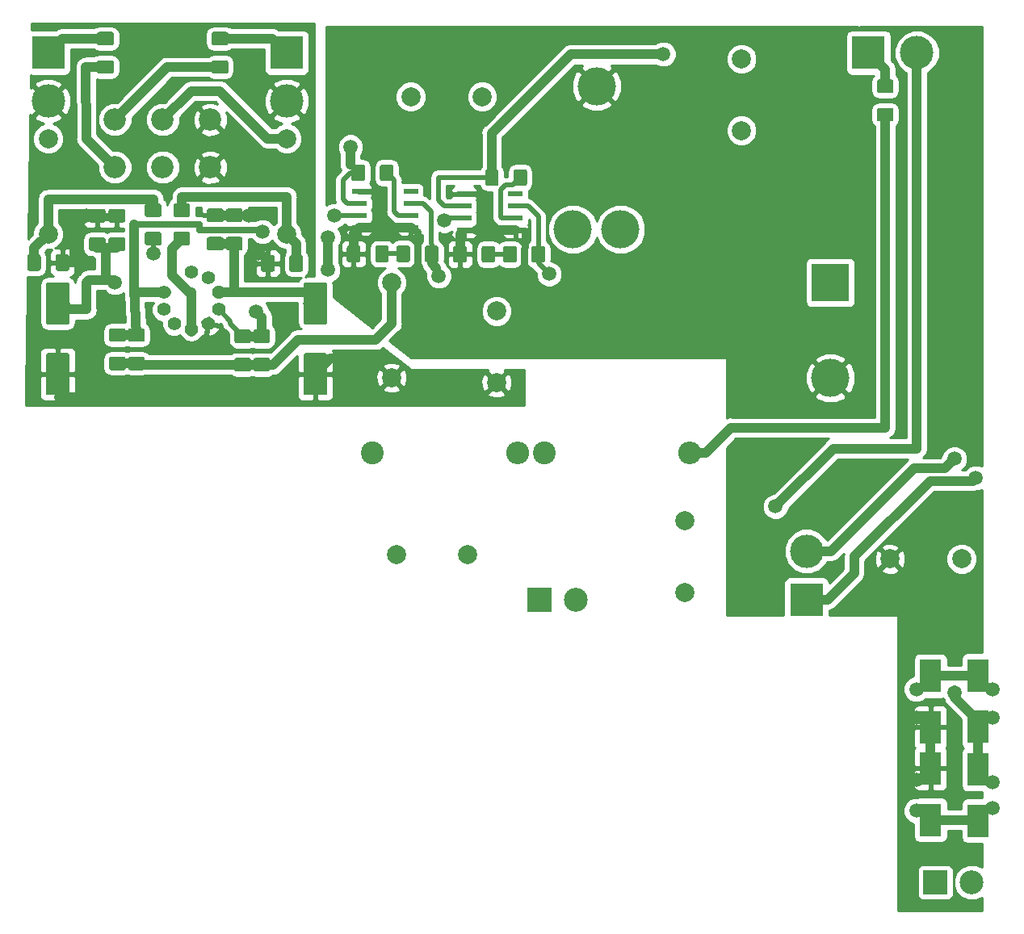
<source format=gtl>
G04 #@! TF.GenerationSoftware,KiCad,Pcbnew,5.0.2-bee76a0~70~ubuntu18.04.1*
G04 #@! TF.CreationDate,2020-01-07T12:16:07+05:00*
G04 #@! TF.ProjectId,headamp,68656164-616d-4702-9e6b-696361645f70,rev?*
G04 #@! TF.SameCoordinates,Original*
G04 #@! TF.FileFunction,Copper,L1,Top*
G04 #@! TF.FilePolarity,Positive*
%FSLAX46Y46*%
G04 Gerber Fmt 4.6, Leading zero omitted, Abs format (unit mm)*
G04 Created by KiCad (PCBNEW 5.0.2-bee76a0~70~ubuntu18.04.1) date Вт 07 янв 2020 12:16:07*
%MOMM*%
%LPD*%
G01*
G04 APERTURE LIST*
G04 #@! TA.AperFunction,ComponentPad*
%ADD10C,2.340000*%
G04 #@! TD*
G04 #@! TA.AperFunction,ComponentPad*
%ADD11C,4.000000*%
G04 #@! TD*
G04 #@! TA.AperFunction,ComponentPad*
%ADD12C,2.000000*%
G04 #@! TD*
G04 #@! TA.AperFunction,ComponentPad*
%ADD13R,4.000000X4.000000*%
G04 #@! TD*
G04 #@! TA.AperFunction,Conductor*
%ADD14C,0.100000*%
G04 #@! TD*
G04 #@! TA.AperFunction,SMDPad,CuDef*
%ADD15C,2.500000*%
G04 #@! TD*
G04 #@! TA.AperFunction,SMDPad,CuDef*
%ADD16C,1.425000*%
G04 #@! TD*
G04 #@! TA.AperFunction,SMDPad,CuDef*
%ADD17R,2.300000X3.500000*%
G04 #@! TD*
G04 #@! TA.AperFunction,ComponentPad*
%ADD18C,3.500120*%
G04 #@! TD*
G04 #@! TA.AperFunction,ComponentPad*
%ADD19R,3.500120X3.500120*%
G04 #@! TD*
G04 #@! TA.AperFunction,ComponentPad*
%ADD20O,2.400000X2.400000*%
G04 #@! TD*
G04 #@! TA.AperFunction,ComponentPad*
%ADD21C,2.400000*%
G04 #@! TD*
G04 #@! TA.AperFunction,SMDPad,CuDef*
%ADD22R,1.550000X0.600000*%
G04 #@! TD*
G04 #@! TA.AperFunction,ComponentPad*
%ADD23C,1.400000*%
G04 #@! TD*
G04 #@! TA.AperFunction,ComponentPad*
%ADD24C,1.430000*%
G04 #@! TD*
G04 #@! TA.AperFunction,ComponentPad*
%ADD25C,2.499360*%
G04 #@! TD*
G04 #@! TA.AperFunction,ComponentPad*
%ADD26R,2.499360X2.499360*%
G04 #@! TD*
G04 #@! TA.AperFunction,ViaPad*
%ADD27C,1.500000*%
G04 #@! TD*
G04 #@! TA.AperFunction,ViaPad*
%ADD28C,2.000000*%
G04 #@! TD*
G04 #@! TA.AperFunction,Conductor*
%ADD29C,0.500000*%
G04 #@! TD*
G04 #@! TA.AperFunction,Conductor*
%ADD30C,1.000000*%
G04 #@! TD*
G04 #@! TA.AperFunction,Conductor*
%ADD31C,0.800000*%
G04 #@! TD*
G04 #@! TA.AperFunction,Conductor*
%ADD32C,0.300000*%
G04 #@! TD*
G04 #@! TA.AperFunction,Conductor*
%ADD33C,0.700000*%
G04 #@! TD*
G04 #@! TA.AperFunction,Conductor*
%ADD34C,0.254000*%
G04 #@! TD*
G04 APERTURE END LIST*
D10*
G04 #@! TO.P,RV1,4*
G04 #@! TO.N,GND*
X-309000000Y224000000D03*
G04 #@! TO.P,RV1,5*
G04 #@! TO.N,Net-(C10-Pad1)*
X-314000000Y224000000D03*
G04 #@! TO.P,RV1,6*
G04 #@! TO.N,Net-(R5-Pad1)*
X-319000000Y224000000D03*
G04 #@! TO.P,RV1,1*
G04 #@! TO.N,GND*
X-309000000Y229000000D03*
G04 #@! TO.P,RV1,2*
G04 #@! TO.N,Net-(C9-Pad1)*
X-314000000Y229000000D03*
G04 #@! TO.P,RV1,3*
G04 #@! TO.N,Net-(R4-Pad1)*
X-319000000Y229000000D03*
G04 #@! TD*
D11*
G04 #@! TO.P,XS5,3*
G04 #@! TO.N,Net-(C16-Pad2)*
X-266000000Y217500000D03*
G04 #@! TO.P,XS5,2*
G04 #@! TO.N,Net-(C15-Pad2)*
X-271000000Y217500000D03*
G04 #@! TO.P,XS5,1*
G04 #@! TO.N,GNDPWR*
X-268500000Y232500000D03*
G04 #@! TD*
D12*
G04 #@! TO.P,C5,2*
G04 #@! TO.N,-6.3*
X-259250000Y179410000D03*
G04 #@! TO.P,C5,1*
G04 #@! TO.N,+6.3_no_filtr*
X-259250000Y186910000D03*
G04 #@! TD*
G04 #@! TO.P,C6,2*
G04 #@! TO.N,GNDPWR*
X-237750000Y182910000D03*
G04 #@! TO.P,C6,1*
G04 #@! TO.N,Net-(C3-Pad2)*
X-230250000Y182910000D03*
G04 #@! TD*
D11*
G04 #@! TO.P,C7,2*
G04 #@! TO.N,GNDPWR*
X-244000000Y201910000D03*
D13*
G04 #@! TO.P,C7,1*
G04 #@! TO.N,PWR_2*
X-244000000Y211910000D03*
G04 #@! TD*
D12*
G04 #@! TO.P,C8,2*
G04 #@! TO.N,-6.3*
X-282000000Y183410000D03*
G04 #@! TO.P,C8,1*
G04 #@! TO.N,+6.3*
X-289500000Y183410000D03*
G04 #@! TD*
G04 #@! TO.P,C9,2*
G04 #@! TO.N,Net-(C9-Pad2)*
X-301000000Y217000000D03*
G04 #@! TO.P,C9,1*
G04 #@! TO.N,Net-(C9-Pad1)*
X-301000000Y227000000D03*
G04 #@! TD*
G04 #@! TO.P,C10,2*
G04 #@! TO.N,Net-(C10-Pad2)*
X-326000000Y217000000D03*
G04 #@! TO.P,C10,1*
G04 #@! TO.N,Net-(C10-Pad1)*
X-326000000Y227000000D03*
G04 #@! TD*
G04 #@! TO.P,C11,2*
G04 #@! TO.N,GND*
X-279000000Y201410000D03*
G04 #@! TO.P,C11,1*
G04 #@! TO.N,PWR_1*
X-279000000Y208910000D03*
G04 #@! TD*
G04 #@! TO.P,C12,2*
G04 #@! TO.N,GND*
X-290000000Y201910000D03*
G04 #@! TO.P,C12,1*
G04 #@! TO.N,PWR_1*
X-290000000Y211910000D03*
G04 #@! TD*
D14*
G04 #@! TO.N,GND*
G04 #@! TO.C,C13*
G36*
X-296975496Y204498796D02*
X-296951227Y204495196D01*
X-296927429Y204489235D01*
X-296904329Y204480970D01*
X-296882151Y204470480D01*
X-296861107Y204457867D01*
X-296841402Y204443253D01*
X-296823223Y204426777D01*
X-296806747Y204408598D01*
X-296792133Y204388893D01*
X-296779520Y204367849D01*
X-296769030Y204345671D01*
X-296760765Y204322571D01*
X-296754804Y204298773D01*
X-296751204Y204274504D01*
X-296750000Y204250000D01*
X-296750000Y200350000D01*
X-296751204Y200325496D01*
X-296754804Y200301227D01*
X-296760765Y200277429D01*
X-296769030Y200254329D01*
X-296779520Y200232151D01*
X-296792133Y200211107D01*
X-296806747Y200191402D01*
X-296823223Y200173223D01*
X-296841402Y200156747D01*
X-296861107Y200142133D01*
X-296882151Y200129520D01*
X-296904329Y200119030D01*
X-296927429Y200110765D01*
X-296951227Y200104804D01*
X-296975496Y200101204D01*
X-297000000Y200100000D01*
X-299000000Y200100000D01*
X-299024504Y200101204D01*
X-299048773Y200104804D01*
X-299072571Y200110765D01*
X-299095671Y200119030D01*
X-299117849Y200129520D01*
X-299138893Y200142133D01*
X-299158598Y200156747D01*
X-299176777Y200173223D01*
X-299193253Y200191402D01*
X-299207867Y200211107D01*
X-299220480Y200232151D01*
X-299230970Y200254329D01*
X-299239235Y200277429D01*
X-299245196Y200301227D01*
X-299248796Y200325496D01*
X-299250000Y200350000D01*
X-299250000Y204250000D01*
X-299248796Y204274504D01*
X-299245196Y204298773D01*
X-299239235Y204322571D01*
X-299230970Y204345671D01*
X-299220480Y204367849D01*
X-299207867Y204388893D01*
X-299193253Y204408598D01*
X-299176777Y204426777D01*
X-299158598Y204443253D01*
X-299138893Y204457867D01*
X-299117849Y204470480D01*
X-299095671Y204480970D01*
X-299072571Y204489235D01*
X-299048773Y204495196D01*
X-299024504Y204498796D01*
X-299000000Y204500000D01*
X-297000000Y204500000D01*
X-296975496Y204498796D01*
X-296975496Y204498796D01*
G37*
D15*
G04 #@! TD*
G04 #@! TO.P,C13,2*
G04 #@! TO.N,GND*
X-298000000Y202300000D03*
D14*
G04 #@! TO.N,Net-(C13-Pad1)*
G04 #@! TO.C,C13*
G36*
X-296975496Y211898796D02*
X-296951227Y211895196D01*
X-296927429Y211889235D01*
X-296904329Y211880970D01*
X-296882151Y211870480D01*
X-296861107Y211857867D01*
X-296841402Y211843253D01*
X-296823223Y211826777D01*
X-296806747Y211808598D01*
X-296792133Y211788893D01*
X-296779520Y211767849D01*
X-296769030Y211745671D01*
X-296760765Y211722571D01*
X-296754804Y211698773D01*
X-296751204Y211674504D01*
X-296750000Y211650000D01*
X-296750000Y207750000D01*
X-296751204Y207725496D01*
X-296754804Y207701227D01*
X-296760765Y207677429D01*
X-296769030Y207654329D01*
X-296779520Y207632151D01*
X-296792133Y207611107D01*
X-296806747Y207591402D01*
X-296823223Y207573223D01*
X-296841402Y207556747D01*
X-296861107Y207542133D01*
X-296882151Y207529520D01*
X-296904329Y207519030D01*
X-296927429Y207510765D01*
X-296951227Y207504804D01*
X-296975496Y207501204D01*
X-297000000Y207500000D01*
X-299000000Y207500000D01*
X-299024504Y207501204D01*
X-299048773Y207504804D01*
X-299072571Y207510765D01*
X-299095671Y207519030D01*
X-299117849Y207529520D01*
X-299138893Y207542133D01*
X-299158598Y207556747D01*
X-299176777Y207573223D01*
X-299193253Y207591402D01*
X-299207867Y207611107D01*
X-299220480Y207632151D01*
X-299230970Y207654329D01*
X-299239235Y207677429D01*
X-299245196Y207701227D01*
X-299248796Y207725496D01*
X-299250000Y207750000D01*
X-299250000Y211650000D01*
X-299248796Y211674504D01*
X-299245196Y211698773D01*
X-299239235Y211722571D01*
X-299230970Y211745671D01*
X-299220480Y211767849D01*
X-299207867Y211788893D01*
X-299193253Y211808598D01*
X-299176777Y211826777D01*
X-299158598Y211843253D01*
X-299138893Y211857867D01*
X-299117849Y211870480D01*
X-299095671Y211880970D01*
X-299072571Y211889235D01*
X-299048773Y211895196D01*
X-299024504Y211898796D01*
X-299000000Y211900000D01*
X-297000000Y211900000D01*
X-296975496Y211898796D01*
X-296975496Y211898796D01*
G37*
D15*
G04 #@! TD*
G04 #@! TO.P,C13,1*
G04 #@! TO.N,Net-(C13-Pad1)*
X-298000000Y209700000D03*
D14*
G04 #@! TO.N,GND*
G04 #@! TO.C,C14*
G36*
X-323975496Y204498796D02*
X-323951227Y204495196D01*
X-323927429Y204489235D01*
X-323904329Y204480970D01*
X-323882151Y204470480D01*
X-323861107Y204457867D01*
X-323841402Y204443253D01*
X-323823223Y204426777D01*
X-323806747Y204408598D01*
X-323792133Y204388893D01*
X-323779520Y204367849D01*
X-323769030Y204345671D01*
X-323760765Y204322571D01*
X-323754804Y204298773D01*
X-323751204Y204274504D01*
X-323750000Y204250000D01*
X-323750000Y200350000D01*
X-323751204Y200325496D01*
X-323754804Y200301227D01*
X-323760765Y200277429D01*
X-323769030Y200254329D01*
X-323779520Y200232151D01*
X-323792133Y200211107D01*
X-323806747Y200191402D01*
X-323823223Y200173223D01*
X-323841402Y200156747D01*
X-323861107Y200142133D01*
X-323882151Y200129520D01*
X-323904329Y200119030D01*
X-323927429Y200110765D01*
X-323951227Y200104804D01*
X-323975496Y200101204D01*
X-324000000Y200100000D01*
X-326000000Y200100000D01*
X-326024504Y200101204D01*
X-326048773Y200104804D01*
X-326072571Y200110765D01*
X-326095671Y200119030D01*
X-326117849Y200129520D01*
X-326138893Y200142133D01*
X-326158598Y200156747D01*
X-326176777Y200173223D01*
X-326193253Y200191402D01*
X-326207867Y200211107D01*
X-326220480Y200232151D01*
X-326230970Y200254329D01*
X-326239235Y200277429D01*
X-326245196Y200301227D01*
X-326248796Y200325496D01*
X-326250000Y200350000D01*
X-326250000Y204250000D01*
X-326248796Y204274504D01*
X-326245196Y204298773D01*
X-326239235Y204322571D01*
X-326230970Y204345671D01*
X-326220480Y204367849D01*
X-326207867Y204388893D01*
X-326193253Y204408598D01*
X-326176777Y204426777D01*
X-326158598Y204443253D01*
X-326138893Y204457867D01*
X-326117849Y204470480D01*
X-326095671Y204480970D01*
X-326072571Y204489235D01*
X-326048773Y204495196D01*
X-326024504Y204498796D01*
X-326000000Y204500000D01*
X-324000000Y204500000D01*
X-323975496Y204498796D01*
X-323975496Y204498796D01*
G37*
D15*
G04 #@! TD*
G04 #@! TO.P,C14,2*
G04 #@! TO.N,GND*
X-325000000Y202300000D03*
D14*
G04 #@! TO.N,Net-(C14-Pad1)*
G04 #@! TO.C,C14*
G36*
X-323975496Y211898796D02*
X-323951227Y211895196D01*
X-323927429Y211889235D01*
X-323904329Y211880970D01*
X-323882151Y211870480D01*
X-323861107Y211857867D01*
X-323841402Y211843253D01*
X-323823223Y211826777D01*
X-323806747Y211808598D01*
X-323792133Y211788893D01*
X-323779520Y211767849D01*
X-323769030Y211745671D01*
X-323760765Y211722571D01*
X-323754804Y211698773D01*
X-323751204Y211674504D01*
X-323750000Y211650000D01*
X-323750000Y207750000D01*
X-323751204Y207725496D01*
X-323754804Y207701227D01*
X-323760765Y207677429D01*
X-323769030Y207654329D01*
X-323779520Y207632151D01*
X-323792133Y207611107D01*
X-323806747Y207591402D01*
X-323823223Y207573223D01*
X-323841402Y207556747D01*
X-323861107Y207542133D01*
X-323882151Y207529520D01*
X-323904329Y207519030D01*
X-323927429Y207510765D01*
X-323951227Y207504804D01*
X-323975496Y207501204D01*
X-324000000Y207500000D01*
X-326000000Y207500000D01*
X-326024504Y207501204D01*
X-326048773Y207504804D01*
X-326072571Y207510765D01*
X-326095671Y207519030D01*
X-326117849Y207529520D01*
X-326138893Y207542133D01*
X-326158598Y207556747D01*
X-326176777Y207573223D01*
X-326193253Y207591402D01*
X-326207867Y207611107D01*
X-326220480Y207632151D01*
X-326230970Y207654329D01*
X-326239235Y207677429D01*
X-326245196Y207701227D01*
X-326248796Y207725496D01*
X-326250000Y207750000D01*
X-326250000Y211650000D01*
X-326248796Y211674504D01*
X-326245196Y211698773D01*
X-326239235Y211722571D01*
X-326230970Y211745671D01*
X-326220480Y211767849D01*
X-326207867Y211788893D01*
X-326193253Y211808598D01*
X-326176777Y211826777D01*
X-326158598Y211843253D01*
X-326138893Y211857867D01*
X-326117849Y211870480D01*
X-326095671Y211880970D01*
X-326072571Y211889235D01*
X-326048773Y211895196D01*
X-326024504Y211898796D01*
X-326000000Y211900000D01*
X-324000000Y211900000D01*
X-323975496Y211898796D01*
X-323975496Y211898796D01*
G37*
D15*
G04 #@! TD*
G04 #@! TO.P,C14,1*
G04 #@! TO.N,Net-(C14-Pad1)*
X-325000000Y209700000D03*
D12*
G04 #@! TO.P,C15,2*
G04 #@! TO.N,Net-(C15-Pad2)*
X-280500000Y231410000D03*
G04 #@! TO.P,C15,1*
G04 #@! TO.N,Net-(C15-Pad1)*
X-288000000Y231410000D03*
G04 #@! TD*
G04 #@! TO.P,C16,2*
G04 #@! TO.N,Net-(C16-Pad2)*
X-253320000Y227860000D03*
G04 #@! TO.P,C16,1*
G04 #@! TO.N,Net-(C16-Pad1)*
X-253320000Y235360000D03*
G04 #@! TD*
D14*
G04 #@! TO.N,Net-(C17-Pad2)*
G04 #@! TO.C,C17*
G36*
X-288285370Y215784165D02*
X-288261101Y215780565D01*
X-288237303Y215774604D01*
X-288214203Y215766339D01*
X-288192025Y215755849D01*
X-288170981Y215743236D01*
X-288151276Y215728622D01*
X-288133097Y215712146D01*
X-288116621Y215693967D01*
X-288102007Y215674262D01*
X-288089394Y215653218D01*
X-288078904Y215631040D01*
X-288070639Y215607940D01*
X-288064678Y215584142D01*
X-288061078Y215559873D01*
X-288059874Y215535369D01*
X-288059874Y214285369D01*
X-288061078Y214260865D01*
X-288064678Y214236596D01*
X-288070639Y214212798D01*
X-288078904Y214189698D01*
X-288089394Y214167520D01*
X-288102007Y214146476D01*
X-288116621Y214126771D01*
X-288133097Y214108592D01*
X-288151276Y214092116D01*
X-288170981Y214077502D01*
X-288192025Y214064889D01*
X-288214203Y214054399D01*
X-288237303Y214046134D01*
X-288261101Y214040173D01*
X-288285370Y214036573D01*
X-288309874Y214035369D01*
X-289234874Y214035369D01*
X-289259378Y214036573D01*
X-289283647Y214040173D01*
X-289307445Y214046134D01*
X-289330545Y214054399D01*
X-289352723Y214064889D01*
X-289373767Y214077502D01*
X-289393472Y214092116D01*
X-289411651Y214108592D01*
X-289428127Y214126771D01*
X-289442741Y214146476D01*
X-289455354Y214167520D01*
X-289465844Y214189698D01*
X-289474109Y214212798D01*
X-289480070Y214236596D01*
X-289483670Y214260865D01*
X-289484874Y214285369D01*
X-289484874Y215535369D01*
X-289483670Y215559873D01*
X-289480070Y215584142D01*
X-289474109Y215607940D01*
X-289465844Y215631040D01*
X-289455354Y215653218D01*
X-289442741Y215674262D01*
X-289428127Y215693967D01*
X-289411651Y215712146D01*
X-289393472Y215728622D01*
X-289373767Y215743236D01*
X-289352723Y215755849D01*
X-289330545Y215766339D01*
X-289307445Y215774604D01*
X-289283647Y215780565D01*
X-289259378Y215784165D01*
X-289234874Y215785369D01*
X-288309874Y215785369D01*
X-288285370Y215784165D01*
X-288285370Y215784165D01*
G37*
D16*
G04 #@! TD*
G04 #@! TO.P,C17,2*
G04 #@! TO.N,Net-(C17-Pad2)*
X-288772374Y214910369D03*
D14*
G04 #@! TO.N,PWR_2*
G04 #@! TO.C,C17*
G36*
X-285310370Y215784165D02*
X-285286101Y215780565D01*
X-285262303Y215774604D01*
X-285239203Y215766339D01*
X-285217025Y215755849D01*
X-285195981Y215743236D01*
X-285176276Y215728622D01*
X-285158097Y215712146D01*
X-285141621Y215693967D01*
X-285127007Y215674262D01*
X-285114394Y215653218D01*
X-285103904Y215631040D01*
X-285095639Y215607940D01*
X-285089678Y215584142D01*
X-285086078Y215559873D01*
X-285084874Y215535369D01*
X-285084874Y214285369D01*
X-285086078Y214260865D01*
X-285089678Y214236596D01*
X-285095639Y214212798D01*
X-285103904Y214189698D01*
X-285114394Y214167520D01*
X-285127007Y214146476D01*
X-285141621Y214126771D01*
X-285158097Y214108592D01*
X-285176276Y214092116D01*
X-285195981Y214077502D01*
X-285217025Y214064889D01*
X-285239203Y214054399D01*
X-285262303Y214046134D01*
X-285286101Y214040173D01*
X-285310370Y214036573D01*
X-285334874Y214035369D01*
X-286259874Y214035369D01*
X-286284378Y214036573D01*
X-286308647Y214040173D01*
X-286332445Y214046134D01*
X-286355545Y214054399D01*
X-286377723Y214064889D01*
X-286398767Y214077502D01*
X-286418472Y214092116D01*
X-286436651Y214108592D01*
X-286453127Y214126771D01*
X-286467741Y214146476D01*
X-286480354Y214167520D01*
X-286490844Y214189698D01*
X-286499109Y214212798D01*
X-286505070Y214236596D01*
X-286508670Y214260865D01*
X-286509874Y214285369D01*
X-286509874Y215535369D01*
X-286508670Y215559873D01*
X-286505070Y215584142D01*
X-286499109Y215607940D01*
X-286490844Y215631040D01*
X-286480354Y215653218D01*
X-286467741Y215674262D01*
X-286453127Y215693967D01*
X-286436651Y215712146D01*
X-286418472Y215728622D01*
X-286398767Y215743236D01*
X-286377723Y215755849D01*
X-286355545Y215766339D01*
X-286332445Y215774604D01*
X-286308647Y215780565D01*
X-286284378Y215784165D01*
X-286259874Y215785369D01*
X-285334874Y215785369D01*
X-285310370Y215784165D01*
X-285310370Y215784165D01*
G37*
D16*
G04 #@! TD*
G04 #@! TO.P,C17,1*
G04 #@! TO.N,PWR_2*
X-285797374Y214910369D03*
D14*
G04 #@! TO.N,GNDPWR*
G04 #@! TO.C,C18*
G36*
X-293500496Y215783796D02*
X-293476227Y215780196D01*
X-293452429Y215774235D01*
X-293429329Y215765970D01*
X-293407151Y215755480D01*
X-293386107Y215742867D01*
X-293366402Y215728253D01*
X-293348223Y215711777D01*
X-293331747Y215693598D01*
X-293317133Y215673893D01*
X-293304520Y215652849D01*
X-293294030Y215630671D01*
X-293285765Y215607571D01*
X-293279804Y215583773D01*
X-293276204Y215559504D01*
X-293275000Y215535000D01*
X-293275000Y214285000D01*
X-293276204Y214260496D01*
X-293279804Y214236227D01*
X-293285765Y214212429D01*
X-293294030Y214189329D01*
X-293304520Y214167151D01*
X-293317133Y214146107D01*
X-293331747Y214126402D01*
X-293348223Y214108223D01*
X-293366402Y214091747D01*
X-293386107Y214077133D01*
X-293407151Y214064520D01*
X-293429329Y214054030D01*
X-293452429Y214045765D01*
X-293476227Y214039804D01*
X-293500496Y214036204D01*
X-293525000Y214035000D01*
X-294450000Y214035000D01*
X-294474504Y214036204D01*
X-294498773Y214039804D01*
X-294522571Y214045765D01*
X-294545671Y214054030D01*
X-294567849Y214064520D01*
X-294588893Y214077133D01*
X-294608598Y214091747D01*
X-294626777Y214108223D01*
X-294643253Y214126402D01*
X-294657867Y214146107D01*
X-294670480Y214167151D01*
X-294680970Y214189329D01*
X-294689235Y214212429D01*
X-294695196Y214236227D01*
X-294698796Y214260496D01*
X-294700000Y214285000D01*
X-294700000Y215535000D01*
X-294698796Y215559504D01*
X-294695196Y215583773D01*
X-294689235Y215607571D01*
X-294680970Y215630671D01*
X-294670480Y215652849D01*
X-294657867Y215673893D01*
X-294643253Y215693598D01*
X-294626777Y215711777D01*
X-294608598Y215728253D01*
X-294588893Y215742867D01*
X-294567849Y215755480D01*
X-294545671Y215765970D01*
X-294522571Y215774235D01*
X-294498773Y215780196D01*
X-294474504Y215783796D01*
X-294450000Y215785000D01*
X-293525000Y215785000D01*
X-293500496Y215783796D01*
X-293500496Y215783796D01*
G37*
D16*
G04 #@! TD*
G04 #@! TO.P,C18,2*
G04 #@! TO.N,GNDPWR*
X-293987500Y214910000D03*
D14*
G04 #@! TO.N,Net-(C17-Pad2)*
G04 #@! TO.C,C18*
G36*
X-290525496Y215783796D02*
X-290501227Y215780196D01*
X-290477429Y215774235D01*
X-290454329Y215765970D01*
X-290432151Y215755480D01*
X-290411107Y215742867D01*
X-290391402Y215728253D01*
X-290373223Y215711777D01*
X-290356747Y215693598D01*
X-290342133Y215673893D01*
X-290329520Y215652849D01*
X-290319030Y215630671D01*
X-290310765Y215607571D01*
X-290304804Y215583773D01*
X-290301204Y215559504D01*
X-290300000Y215535000D01*
X-290300000Y214285000D01*
X-290301204Y214260496D01*
X-290304804Y214236227D01*
X-290310765Y214212429D01*
X-290319030Y214189329D01*
X-290329520Y214167151D01*
X-290342133Y214146107D01*
X-290356747Y214126402D01*
X-290373223Y214108223D01*
X-290391402Y214091747D01*
X-290411107Y214077133D01*
X-290432151Y214064520D01*
X-290454329Y214054030D01*
X-290477429Y214045765D01*
X-290501227Y214039804D01*
X-290525496Y214036204D01*
X-290550000Y214035000D01*
X-291475000Y214035000D01*
X-291499504Y214036204D01*
X-291523773Y214039804D01*
X-291547571Y214045765D01*
X-291570671Y214054030D01*
X-291592849Y214064520D01*
X-291613893Y214077133D01*
X-291633598Y214091747D01*
X-291651777Y214108223D01*
X-291668253Y214126402D01*
X-291682867Y214146107D01*
X-291695480Y214167151D01*
X-291705970Y214189329D01*
X-291714235Y214212429D01*
X-291720196Y214236227D01*
X-291723796Y214260496D01*
X-291725000Y214285000D01*
X-291725000Y215535000D01*
X-291723796Y215559504D01*
X-291720196Y215583773D01*
X-291714235Y215607571D01*
X-291705970Y215630671D01*
X-291695480Y215652849D01*
X-291682867Y215673893D01*
X-291668253Y215693598D01*
X-291651777Y215711777D01*
X-291633598Y215728253D01*
X-291613893Y215742867D01*
X-291592849Y215755480D01*
X-291570671Y215765970D01*
X-291547571Y215774235D01*
X-291523773Y215780196D01*
X-291499504Y215783796D01*
X-291475000Y215785000D01*
X-290550000Y215785000D01*
X-290525496Y215783796D01*
X-290525496Y215783796D01*
G37*
D16*
G04 #@! TD*
G04 #@! TO.P,C18,1*
G04 #@! TO.N,Net-(C17-Pad2)*
X-291012500Y214910000D03*
D14*
G04 #@! TO.N,Net-(C19-Pad2)*
G04 #@! TO.C,C19*
G36*
X-277110496Y215743796D02*
X-277086227Y215740196D01*
X-277062429Y215734235D01*
X-277039329Y215725970D01*
X-277017151Y215715480D01*
X-276996107Y215702867D01*
X-276976402Y215688253D01*
X-276958223Y215671777D01*
X-276941747Y215653598D01*
X-276927133Y215633893D01*
X-276914520Y215612849D01*
X-276904030Y215590671D01*
X-276895765Y215567571D01*
X-276889804Y215543773D01*
X-276886204Y215519504D01*
X-276885000Y215495000D01*
X-276885000Y214245000D01*
X-276886204Y214220496D01*
X-276889804Y214196227D01*
X-276895765Y214172429D01*
X-276904030Y214149329D01*
X-276914520Y214127151D01*
X-276927133Y214106107D01*
X-276941747Y214086402D01*
X-276958223Y214068223D01*
X-276976402Y214051747D01*
X-276996107Y214037133D01*
X-277017151Y214024520D01*
X-277039329Y214014030D01*
X-277062429Y214005765D01*
X-277086227Y213999804D01*
X-277110496Y213996204D01*
X-277135000Y213995000D01*
X-278060000Y213995000D01*
X-278084504Y213996204D01*
X-278108773Y213999804D01*
X-278132571Y214005765D01*
X-278155671Y214014030D01*
X-278177849Y214024520D01*
X-278198893Y214037133D01*
X-278218598Y214051747D01*
X-278236777Y214068223D01*
X-278253253Y214086402D01*
X-278267867Y214106107D01*
X-278280480Y214127151D01*
X-278290970Y214149329D01*
X-278299235Y214172429D01*
X-278305196Y214196227D01*
X-278308796Y214220496D01*
X-278310000Y214245000D01*
X-278310000Y215495000D01*
X-278308796Y215519504D01*
X-278305196Y215543773D01*
X-278299235Y215567571D01*
X-278290970Y215590671D01*
X-278280480Y215612849D01*
X-278267867Y215633893D01*
X-278253253Y215653598D01*
X-278236777Y215671777D01*
X-278218598Y215688253D01*
X-278198893Y215702867D01*
X-278177849Y215715480D01*
X-278155671Y215725970D01*
X-278132571Y215734235D01*
X-278108773Y215740196D01*
X-278084504Y215743796D01*
X-278060000Y215745000D01*
X-277135000Y215745000D01*
X-277110496Y215743796D01*
X-277110496Y215743796D01*
G37*
D16*
G04 #@! TD*
G04 #@! TO.P,C19,2*
G04 #@! TO.N,Net-(C19-Pad2)*
X-277597500Y214870000D03*
D14*
G04 #@! TO.N,PWR_2*
G04 #@! TO.C,C19*
G36*
X-274135496Y215743796D02*
X-274111227Y215740196D01*
X-274087429Y215734235D01*
X-274064329Y215725970D01*
X-274042151Y215715480D01*
X-274021107Y215702867D01*
X-274001402Y215688253D01*
X-273983223Y215671777D01*
X-273966747Y215653598D01*
X-273952133Y215633893D01*
X-273939520Y215612849D01*
X-273929030Y215590671D01*
X-273920765Y215567571D01*
X-273914804Y215543773D01*
X-273911204Y215519504D01*
X-273910000Y215495000D01*
X-273910000Y214245000D01*
X-273911204Y214220496D01*
X-273914804Y214196227D01*
X-273920765Y214172429D01*
X-273929030Y214149329D01*
X-273939520Y214127151D01*
X-273952133Y214106107D01*
X-273966747Y214086402D01*
X-273983223Y214068223D01*
X-274001402Y214051747D01*
X-274021107Y214037133D01*
X-274042151Y214024520D01*
X-274064329Y214014030D01*
X-274087429Y214005765D01*
X-274111227Y213999804D01*
X-274135496Y213996204D01*
X-274160000Y213995000D01*
X-275085000Y213995000D01*
X-275109504Y213996204D01*
X-275133773Y213999804D01*
X-275157571Y214005765D01*
X-275180671Y214014030D01*
X-275202849Y214024520D01*
X-275223893Y214037133D01*
X-275243598Y214051747D01*
X-275261777Y214068223D01*
X-275278253Y214086402D01*
X-275292867Y214106107D01*
X-275305480Y214127151D01*
X-275315970Y214149329D01*
X-275324235Y214172429D01*
X-275330196Y214196227D01*
X-275333796Y214220496D01*
X-275335000Y214245000D01*
X-275335000Y215495000D01*
X-275333796Y215519504D01*
X-275330196Y215543773D01*
X-275324235Y215567571D01*
X-275315970Y215590671D01*
X-275305480Y215612849D01*
X-275292867Y215633893D01*
X-275278253Y215653598D01*
X-275261777Y215671777D01*
X-275243598Y215688253D01*
X-275223893Y215702867D01*
X-275202849Y215715480D01*
X-275180671Y215725970D01*
X-275157571Y215734235D01*
X-275133773Y215740196D01*
X-275109504Y215743796D01*
X-275085000Y215745000D01*
X-274160000Y215745000D01*
X-274135496Y215743796D01*
X-274135496Y215743796D01*
G37*
D16*
G04 #@! TD*
G04 #@! TO.P,C19,1*
G04 #@! TO.N,PWR_2*
X-274622500Y214870000D03*
D14*
G04 #@! TO.N,GNDPWR*
G04 #@! TO.C,C20*
G36*
X-282340496Y215743796D02*
X-282316227Y215740196D01*
X-282292429Y215734235D01*
X-282269329Y215725970D01*
X-282247151Y215715480D01*
X-282226107Y215702867D01*
X-282206402Y215688253D01*
X-282188223Y215671777D01*
X-282171747Y215653598D01*
X-282157133Y215633893D01*
X-282144520Y215612849D01*
X-282134030Y215590671D01*
X-282125765Y215567571D01*
X-282119804Y215543773D01*
X-282116204Y215519504D01*
X-282115000Y215495000D01*
X-282115000Y214245000D01*
X-282116204Y214220496D01*
X-282119804Y214196227D01*
X-282125765Y214172429D01*
X-282134030Y214149329D01*
X-282144520Y214127151D01*
X-282157133Y214106107D01*
X-282171747Y214086402D01*
X-282188223Y214068223D01*
X-282206402Y214051747D01*
X-282226107Y214037133D01*
X-282247151Y214024520D01*
X-282269329Y214014030D01*
X-282292429Y214005765D01*
X-282316227Y213999804D01*
X-282340496Y213996204D01*
X-282365000Y213995000D01*
X-283290000Y213995000D01*
X-283314504Y213996204D01*
X-283338773Y213999804D01*
X-283362571Y214005765D01*
X-283385671Y214014030D01*
X-283407849Y214024520D01*
X-283428893Y214037133D01*
X-283448598Y214051747D01*
X-283466777Y214068223D01*
X-283483253Y214086402D01*
X-283497867Y214106107D01*
X-283510480Y214127151D01*
X-283520970Y214149329D01*
X-283529235Y214172429D01*
X-283535196Y214196227D01*
X-283538796Y214220496D01*
X-283540000Y214245000D01*
X-283540000Y215495000D01*
X-283538796Y215519504D01*
X-283535196Y215543773D01*
X-283529235Y215567571D01*
X-283520970Y215590671D01*
X-283510480Y215612849D01*
X-283497867Y215633893D01*
X-283483253Y215653598D01*
X-283466777Y215671777D01*
X-283448598Y215688253D01*
X-283428893Y215702867D01*
X-283407849Y215715480D01*
X-283385671Y215725970D01*
X-283362571Y215734235D01*
X-283338773Y215740196D01*
X-283314504Y215743796D01*
X-283290000Y215745000D01*
X-282365000Y215745000D01*
X-282340496Y215743796D01*
X-282340496Y215743796D01*
G37*
D16*
G04 #@! TD*
G04 #@! TO.P,C20,2*
G04 #@! TO.N,GNDPWR*
X-282827500Y214870000D03*
D14*
G04 #@! TO.N,Net-(C19-Pad2)*
G04 #@! TO.C,C20*
G36*
X-279365496Y215743796D02*
X-279341227Y215740196D01*
X-279317429Y215734235D01*
X-279294329Y215725970D01*
X-279272151Y215715480D01*
X-279251107Y215702867D01*
X-279231402Y215688253D01*
X-279213223Y215671777D01*
X-279196747Y215653598D01*
X-279182133Y215633893D01*
X-279169520Y215612849D01*
X-279159030Y215590671D01*
X-279150765Y215567571D01*
X-279144804Y215543773D01*
X-279141204Y215519504D01*
X-279140000Y215495000D01*
X-279140000Y214245000D01*
X-279141204Y214220496D01*
X-279144804Y214196227D01*
X-279150765Y214172429D01*
X-279159030Y214149329D01*
X-279169520Y214127151D01*
X-279182133Y214106107D01*
X-279196747Y214086402D01*
X-279213223Y214068223D01*
X-279231402Y214051747D01*
X-279251107Y214037133D01*
X-279272151Y214024520D01*
X-279294329Y214014030D01*
X-279317429Y214005765D01*
X-279341227Y213999804D01*
X-279365496Y213996204D01*
X-279390000Y213995000D01*
X-280315000Y213995000D01*
X-280339504Y213996204D01*
X-280363773Y213999804D01*
X-280387571Y214005765D01*
X-280410671Y214014030D01*
X-280432849Y214024520D01*
X-280453893Y214037133D01*
X-280473598Y214051747D01*
X-280491777Y214068223D01*
X-280508253Y214086402D01*
X-280522867Y214106107D01*
X-280535480Y214127151D01*
X-280545970Y214149329D01*
X-280554235Y214172429D01*
X-280560196Y214196227D01*
X-280563796Y214220496D01*
X-280565000Y214245000D01*
X-280565000Y215495000D01*
X-280563796Y215519504D01*
X-280560196Y215543773D01*
X-280554235Y215567571D01*
X-280545970Y215590671D01*
X-280535480Y215612849D01*
X-280522867Y215633893D01*
X-280508253Y215653598D01*
X-280491777Y215671777D01*
X-280473598Y215688253D01*
X-280453893Y215702867D01*
X-280432849Y215715480D01*
X-280410671Y215725970D01*
X-280387571Y215734235D01*
X-280363773Y215740196D01*
X-280339504Y215743796D01*
X-280315000Y215745000D01*
X-279390000Y215745000D01*
X-279365496Y215743796D01*
X-279365496Y215743796D01*
G37*
D16*
G04 #@! TD*
G04 #@! TO.P,C20,1*
G04 #@! TO.N,Net-(C19-Pad2)*
X-279852500Y214870000D03*
D17*
G04 #@! TO.P,D2,2*
G04 #@! TO.N,GNDPWR*
X-233486696Y160954210D03*
G04 #@! TO.P,D2,1*
G04 #@! TO.N,Net-(C1-Pad1)*
X-233486696Y155554210D03*
G04 #@! TD*
G04 #@! TO.P,D3,2*
G04 #@! TO.N,GNDPWR*
X-233486696Y165254210D03*
G04 #@! TO.P,D3,1*
G04 #@! TO.N,Net-(C2-Pad2)*
X-233486696Y170654210D03*
G04 #@! TD*
G04 #@! TO.P,D4,2*
G04 #@! TO.N,Net-(C1-Pad1)*
X-228486696Y155464210D03*
G04 #@! TO.P,D4,1*
G04 #@! TO.N,Net-(C3-Pad2)*
X-228486696Y160864210D03*
G04 #@! TD*
G04 #@! TO.P,D5,2*
G04 #@! TO.N,Net-(C2-Pad2)*
X-228486696Y170704210D03*
G04 #@! TO.P,D5,1*
G04 #@! TO.N,Net-(C3-Pad2)*
X-228486696Y165304210D03*
G04 #@! TD*
D18*
G04 #@! TO.P,D6,2*
G04 #@! TO.N,-6.3*
X-234920000Y236000000D03*
D19*
G04 #@! TO.P,D6,1*
G04 #@! TO.N,Net-(D6-Pad1)*
X-240000000Y236000000D03*
G04 #@! TD*
D18*
G04 #@! TO.P,L1,2*
G04 #@! TO.N,PWR_2*
X-246500000Y183740000D03*
D19*
G04 #@! TO.P,L1,1*
G04 #@! TO.N,Net-(C3-Pad2)*
X-246500000Y178660000D03*
G04 #@! TD*
D20*
G04 #@! TO.P,R1,2*
G04 #@! TO.N,+6.3_no_filtr*
X-258760000Y194000000D03*
D21*
G04 #@! TO.P,R1,1*
G04 #@! TO.N,Net-(R1-Pad1)*
X-274000000Y194000000D03*
G04 #@! TD*
D20*
G04 #@! TO.P,R2,2*
G04 #@! TO.N,Net-(R1-Pad1)*
X-276760000Y194000000D03*
D21*
G04 #@! TO.P,R2,1*
G04 #@! TO.N,+6.3*
X-292000000Y194000000D03*
G04 #@! TD*
D14*
G04 #@! TO.N,Net-(R4-Pad2)*
G04 #@! TO.C,R4*
G36*
X-307350496Y238198796D02*
X-307326227Y238195196D01*
X-307302429Y238189235D01*
X-307279329Y238180970D01*
X-307257151Y238170480D01*
X-307236107Y238157867D01*
X-307216402Y238143253D01*
X-307198223Y238126777D01*
X-307181747Y238108598D01*
X-307167133Y238088893D01*
X-307154520Y238067849D01*
X-307144030Y238045671D01*
X-307135765Y238022571D01*
X-307129804Y237998773D01*
X-307126204Y237974504D01*
X-307125000Y237950000D01*
X-307125000Y237025000D01*
X-307126204Y237000496D01*
X-307129804Y236976227D01*
X-307135765Y236952429D01*
X-307144030Y236929329D01*
X-307154520Y236907151D01*
X-307167133Y236886107D01*
X-307181747Y236866402D01*
X-307198223Y236848223D01*
X-307216402Y236831747D01*
X-307236107Y236817133D01*
X-307257151Y236804520D01*
X-307279329Y236794030D01*
X-307302429Y236785765D01*
X-307326227Y236779804D01*
X-307350496Y236776204D01*
X-307375000Y236775000D01*
X-308625000Y236775000D01*
X-308649504Y236776204D01*
X-308673773Y236779804D01*
X-308697571Y236785765D01*
X-308720671Y236794030D01*
X-308742849Y236804520D01*
X-308763893Y236817133D01*
X-308783598Y236831747D01*
X-308801777Y236848223D01*
X-308818253Y236866402D01*
X-308832867Y236886107D01*
X-308845480Y236907151D01*
X-308855970Y236929329D01*
X-308864235Y236952429D01*
X-308870196Y236976227D01*
X-308873796Y237000496D01*
X-308875000Y237025000D01*
X-308875000Y237950000D01*
X-308873796Y237974504D01*
X-308870196Y237998773D01*
X-308864235Y238022571D01*
X-308855970Y238045671D01*
X-308845480Y238067849D01*
X-308832867Y238088893D01*
X-308818253Y238108598D01*
X-308801777Y238126777D01*
X-308783598Y238143253D01*
X-308763893Y238157867D01*
X-308742849Y238170480D01*
X-308720671Y238180970D01*
X-308697571Y238189235D01*
X-308673773Y238195196D01*
X-308649504Y238198796D01*
X-308625000Y238200000D01*
X-307375000Y238200000D01*
X-307350496Y238198796D01*
X-307350496Y238198796D01*
G37*
D16*
G04 #@! TD*
G04 #@! TO.P,R4,2*
G04 #@! TO.N,Net-(R4-Pad2)*
X-308000000Y237487500D03*
D14*
G04 #@! TO.N,Net-(R4-Pad1)*
G04 #@! TO.C,R4*
G36*
X-307350496Y235223796D02*
X-307326227Y235220196D01*
X-307302429Y235214235D01*
X-307279329Y235205970D01*
X-307257151Y235195480D01*
X-307236107Y235182867D01*
X-307216402Y235168253D01*
X-307198223Y235151777D01*
X-307181747Y235133598D01*
X-307167133Y235113893D01*
X-307154520Y235092849D01*
X-307144030Y235070671D01*
X-307135765Y235047571D01*
X-307129804Y235023773D01*
X-307126204Y234999504D01*
X-307125000Y234975000D01*
X-307125000Y234050000D01*
X-307126204Y234025496D01*
X-307129804Y234001227D01*
X-307135765Y233977429D01*
X-307144030Y233954329D01*
X-307154520Y233932151D01*
X-307167133Y233911107D01*
X-307181747Y233891402D01*
X-307198223Y233873223D01*
X-307216402Y233856747D01*
X-307236107Y233842133D01*
X-307257151Y233829520D01*
X-307279329Y233819030D01*
X-307302429Y233810765D01*
X-307326227Y233804804D01*
X-307350496Y233801204D01*
X-307375000Y233800000D01*
X-308625000Y233800000D01*
X-308649504Y233801204D01*
X-308673773Y233804804D01*
X-308697571Y233810765D01*
X-308720671Y233819030D01*
X-308742849Y233829520D01*
X-308763893Y233842133D01*
X-308783598Y233856747D01*
X-308801777Y233873223D01*
X-308818253Y233891402D01*
X-308832867Y233911107D01*
X-308845480Y233932151D01*
X-308855970Y233954329D01*
X-308864235Y233977429D01*
X-308870196Y234001227D01*
X-308873796Y234025496D01*
X-308875000Y234050000D01*
X-308875000Y234975000D01*
X-308873796Y234999504D01*
X-308870196Y235023773D01*
X-308864235Y235047571D01*
X-308855970Y235070671D01*
X-308845480Y235092849D01*
X-308832867Y235113893D01*
X-308818253Y235133598D01*
X-308801777Y235151777D01*
X-308783598Y235168253D01*
X-308763893Y235182867D01*
X-308742849Y235195480D01*
X-308720671Y235205970D01*
X-308697571Y235214235D01*
X-308673773Y235220196D01*
X-308649504Y235223796D01*
X-308625000Y235225000D01*
X-307375000Y235225000D01*
X-307350496Y235223796D01*
X-307350496Y235223796D01*
G37*
D16*
G04 #@! TD*
G04 #@! TO.P,R4,1*
G04 #@! TO.N,Net-(R4-Pad1)*
X-308000000Y234512500D03*
D14*
G04 #@! TO.N,Net-(R5-Pad2)*
G04 #@! TO.C,R5*
G36*
X-319350496Y238198796D02*
X-319326227Y238195196D01*
X-319302429Y238189235D01*
X-319279329Y238180970D01*
X-319257151Y238170480D01*
X-319236107Y238157867D01*
X-319216402Y238143253D01*
X-319198223Y238126777D01*
X-319181747Y238108598D01*
X-319167133Y238088893D01*
X-319154520Y238067849D01*
X-319144030Y238045671D01*
X-319135765Y238022571D01*
X-319129804Y237998773D01*
X-319126204Y237974504D01*
X-319125000Y237950000D01*
X-319125000Y237025000D01*
X-319126204Y237000496D01*
X-319129804Y236976227D01*
X-319135765Y236952429D01*
X-319144030Y236929329D01*
X-319154520Y236907151D01*
X-319167133Y236886107D01*
X-319181747Y236866402D01*
X-319198223Y236848223D01*
X-319216402Y236831747D01*
X-319236107Y236817133D01*
X-319257151Y236804520D01*
X-319279329Y236794030D01*
X-319302429Y236785765D01*
X-319326227Y236779804D01*
X-319350496Y236776204D01*
X-319375000Y236775000D01*
X-320625000Y236775000D01*
X-320649504Y236776204D01*
X-320673773Y236779804D01*
X-320697571Y236785765D01*
X-320720671Y236794030D01*
X-320742849Y236804520D01*
X-320763893Y236817133D01*
X-320783598Y236831747D01*
X-320801777Y236848223D01*
X-320818253Y236866402D01*
X-320832867Y236886107D01*
X-320845480Y236907151D01*
X-320855970Y236929329D01*
X-320864235Y236952429D01*
X-320870196Y236976227D01*
X-320873796Y237000496D01*
X-320875000Y237025000D01*
X-320875000Y237950000D01*
X-320873796Y237974504D01*
X-320870196Y237998773D01*
X-320864235Y238022571D01*
X-320855970Y238045671D01*
X-320845480Y238067849D01*
X-320832867Y238088893D01*
X-320818253Y238108598D01*
X-320801777Y238126777D01*
X-320783598Y238143253D01*
X-320763893Y238157867D01*
X-320742849Y238170480D01*
X-320720671Y238180970D01*
X-320697571Y238189235D01*
X-320673773Y238195196D01*
X-320649504Y238198796D01*
X-320625000Y238200000D01*
X-319375000Y238200000D01*
X-319350496Y238198796D01*
X-319350496Y238198796D01*
G37*
D16*
G04 #@! TD*
G04 #@! TO.P,R5,2*
G04 #@! TO.N,Net-(R5-Pad2)*
X-320000000Y237487500D03*
D14*
G04 #@! TO.N,Net-(R5-Pad1)*
G04 #@! TO.C,R5*
G36*
X-319350496Y235223796D02*
X-319326227Y235220196D01*
X-319302429Y235214235D01*
X-319279329Y235205970D01*
X-319257151Y235195480D01*
X-319236107Y235182867D01*
X-319216402Y235168253D01*
X-319198223Y235151777D01*
X-319181747Y235133598D01*
X-319167133Y235113893D01*
X-319154520Y235092849D01*
X-319144030Y235070671D01*
X-319135765Y235047571D01*
X-319129804Y235023773D01*
X-319126204Y234999504D01*
X-319125000Y234975000D01*
X-319125000Y234050000D01*
X-319126204Y234025496D01*
X-319129804Y234001227D01*
X-319135765Y233977429D01*
X-319144030Y233954329D01*
X-319154520Y233932151D01*
X-319167133Y233911107D01*
X-319181747Y233891402D01*
X-319198223Y233873223D01*
X-319216402Y233856747D01*
X-319236107Y233842133D01*
X-319257151Y233829520D01*
X-319279329Y233819030D01*
X-319302429Y233810765D01*
X-319326227Y233804804D01*
X-319350496Y233801204D01*
X-319375000Y233800000D01*
X-320625000Y233800000D01*
X-320649504Y233801204D01*
X-320673773Y233804804D01*
X-320697571Y233810765D01*
X-320720671Y233819030D01*
X-320742849Y233829520D01*
X-320763893Y233842133D01*
X-320783598Y233856747D01*
X-320801777Y233873223D01*
X-320818253Y233891402D01*
X-320832867Y233911107D01*
X-320845480Y233932151D01*
X-320855970Y233954329D01*
X-320864235Y233977429D01*
X-320870196Y234001227D01*
X-320873796Y234025496D01*
X-320875000Y234050000D01*
X-320875000Y234975000D01*
X-320873796Y234999504D01*
X-320870196Y235023773D01*
X-320864235Y235047571D01*
X-320855970Y235070671D01*
X-320845480Y235092849D01*
X-320832867Y235113893D01*
X-320818253Y235133598D01*
X-320801777Y235151777D01*
X-320783598Y235168253D01*
X-320763893Y235182867D01*
X-320742849Y235195480D01*
X-320720671Y235205970D01*
X-320697571Y235214235D01*
X-320673773Y235220196D01*
X-320649504Y235223796D01*
X-320625000Y235225000D01*
X-319375000Y235225000D01*
X-319350496Y235223796D01*
X-319350496Y235223796D01*
G37*
D16*
G04 #@! TD*
G04 #@! TO.P,R5,1*
G04 #@! TO.N,Net-(R5-Pad1)*
X-320000000Y234512500D03*
D14*
G04 #@! TO.N,GND*
G04 #@! TO.C,R8*
G36*
X-302487996Y214783796D02*
X-302463727Y214780196D01*
X-302439929Y214774235D01*
X-302416829Y214765970D01*
X-302394651Y214755480D01*
X-302373607Y214742867D01*
X-302353902Y214728253D01*
X-302335723Y214711777D01*
X-302319247Y214693598D01*
X-302304633Y214673893D01*
X-302292020Y214652849D01*
X-302281530Y214630671D01*
X-302273265Y214607571D01*
X-302267304Y214583773D01*
X-302263704Y214559504D01*
X-302262500Y214535000D01*
X-302262500Y213285000D01*
X-302263704Y213260496D01*
X-302267304Y213236227D01*
X-302273265Y213212429D01*
X-302281530Y213189329D01*
X-302292020Y213167151D01*
X-302304633Y213146107D01*
X-302319247Y213126402D01*
X-302335723Y213108223D01*
X-302353902Y213091747D01*
X-302373607Y213077133D01*
X-302394651Y213064520D01*
X-302416829Y213054030D01*
X-302439929Y213045765D01*
X-302463727Y213039804D01*
X-302487996Y213036204D01*
X-302512500Y213035000D01*
X-303437500Y213035000D01*
X-303462004Y213036204D01*
X-303486273Y213039804D01*
X-303510071Y213045765D01*
X-303533171Y213054030D01*
X-303555349Y213064520D01*
X-303576393Y213077133D01*
X-303596098Y213091747D01*
X-303614277Y213108223D01*
X-303630753Y213126402D01*
X-303645367Y213146107D01*
X-303657980Y213167151D01*
X-303668470Y213189329D01*
X-303676735Y213212429D01*
X-303682696Y213236227D01*
X-303686296Y213260496D01*
X-303687500Y213285000D01*
X-303687500Y214535000D01*
X-303686296Y214559504D01*
X-303682696Y214583773D01*
X-303676735Y214607571D01*
X-303668470Y214630671D01*
X-303657980Y214652849D01*
X-303645367Y214673893D01*
X-303630753Y214693598D01*
X-303614277Y214711777D01*
X-303596098Y214728253D01*
X-303576393Y214742867D01*
X-303555349Y214755480D01*
X-303533171Y214765970D01*
X-303510071Y214774235D01*
X-303486273Y214780196D01*
X-303462004Y214783796D01*
X-303437500Y214785000D01*
X-302512500Y214785000D01*
X-302487996Y214783796D01*
X-302487996Y214783796D01*
G37*
D16*
G04 #@! TD*
G04 #@! TO.P,R8,2*
G04 #@! TO.N,GND*
X-302975000Y213910000D03*
D14*
G04 #@! TO.N,Net-(C9-Pad2)*
G04 #@! TO.C,R8*
G36*
X-299512996Y214783796D02*
X-299488727Y214780196D01*
X-299464929Y214774235D01*
X-299441829Y214765970D01*
X-299419651Y214755480D01*
X-299398607Y214742867D01*
X-299378902Y214728253D01*
X-299360723Y214711777D01*
X-299344247Y214693598D01*
X-299329633Y214673893D01*
X-299317020Y214652849D01*
X-299306530Y214630671D01*
X-299298265Y214607571D01*
X-299292304Y214583773D01*
X-299288704Y214559504D01*
X-299287500Y214535000D01*
X-299287500Y213285000D01*
X-299288704Y213260496D01*
X-299292304Y213236227D01*
X-299298265Y213212429D01*
X-299306530Y213189329D01*
X-299317020Y213167151D01*
X-299329633Y213146107D01*
X-299344247Y213126402D01*
X-299360723Y213108223D01*
X-299378902Y213091747D01*
X-299398607Y213077133D01*
X-299419651Y213064520D01*
X-299441829Y213054030D01*
X-299464929Y213045765D01*
X-299488727Y213039804D01*
X-299512996Y213036204D01*
X-299537500Y213035000D01*
X-300462500Y213035000D01*
X-300487004Y213036204D01*
X-300511273Y213039804D01*
X-300535071Y213045765D01*
X-300558171Y213054030D01*
X-300580349Y213064520D01*
X-300601393Y213077133D01*
X-300621098Y213091747D01*
X-300639277Y213108223D01*
X-300655753Y213126402D01*
X-300670367Y213146107D01*
X-300682980Y213167151D01*
X-300693470Y213189329D01*
X-300701735Y213212429D01*
X-300707696Y213236227D01*
X-300711296Y213260496D01*
X-300712500Y213285000D01*
X-300712500Y214535000D01*
X-300711296Y214559504D01*
X-300707696Y214583773D01*
X-300701735Y214607571D01*
X-300693470Y214630671D01*
X-300682980Y214652849D01*
X-300670367Y214673893D01*
X-300655753Y214693598D01*
X-300639277Y214711777D01*
X-300621098Y214728253D01*
X-300601393Y214742867D01*
X-300580349Y214755480D01*
X-300558171Y214765970D01*
X-300535071Y214774235D01*
X-300511273Y214780196D01*
X-300487004Y214783796D01*
X-300462500Y214785000D01*
X-299537500Y214785000D01*
X-299512996Y214783796D01*
X-299512996Y214783796D01*
G37*
D16*
G04 #@! TD*
G04 #@! TO.P,R8,1*
G04 #@! TO.N,Net-(C9-Pad2)*
X-300000000Y213910000D03*
D14*
G04 #@! TO.N,GND*
G04 #@! TO.C,R9*
G36*
X-324025496Y214873796D02*
X-324001227Y214870196D01*
X-323977429Y214864235D01*
X-323954329Y214855970D01*
X-323932151Y214845480D01*
X-323911107Y214832867D01*
X-323891402Y214818253D01*
X-323873223Y214801777D01*
X-323856747Y214783598D01*
X-323842133Y214763893D01*
X-323829520Y214742849D01*
X-323819030Y214720671D01*
X-323810765Y214697571D01*
X-323804804Y214673773D01*
X-323801204Y214649504D01*
X-323800000Y214625000D01*
X-323800000Y213375000D01*
X-323801204Y213350496D01*
X-323804804Y213326227D01*
X-323810765Y213302429D01*
X-323819030Y213279329D01*
X-323829520Y213257151D01*
X-323842133Y213236107D01*
X-323856747Y213216402D01*
X-323873223Y213198223D01*
X-323891402Y213181747D01*
X-323911107Y213167133D01*
X-323932151Y213154520D01*
X-323954329Y213144030D01*
X-323977429Y213135765D01*
X-324001227Y213129804D01*
X-324025496Y213126204D01*
X-324050000Y213125000D01*
X-324975000Y213125000D01*
X-324999504Y213126204D01*
X-325023773Y213129804D01*
X-325047571Y213135765D01*
X-325070671Y213144030D01*
X-325092849Y213154520D01*
X-325113893Y213167133D01*
X-325133598Y213181747D01*
X-325151777Y213198223D01*
X-325168253Y213216402D01*
X-325182867Y213236107D01*
X-325195480Y213257151D01*
X-325205970Y213279329D01*
X-325214235Y213302429D01*
X-325220196Y213326227D01*
X-325223796Y213350496D01*
X-325225000Y213375000D01*
X-325225000Y214625000D01*
X-325223796Y214649504D01*
X-325220196Y214673773D01*
X-325214235Y214697571D01*
X-325205970Y214720671D01*
X-325195480Y214742849D01*
X-325182867Y214763893D01*
X-325168253Y214783598D01*
X-325151777Y214801777D01*
X-325133598Y214818253D01*
X-325113893Y214832867D01*
X-325092849Y214845480D01*
X-325070671Y214855970D01*
X-325047571Y214864235D01*
X-325023773Y214870196D01*
X-324999504Y214873796D01*
X-324975000Y214875000D01*
X-324050000Y214875000D01*
X-324025496Y214873796D01*
X-324025496Y214873796D01*
G37*
D16*
G04 #@! TD*
G04 #@! TO.P,R9,2*
G04 #@! TO.N,GND*
X-324512500Y214000000D03*
D14*
G04 #@! TO.N,Net-(C10-Pad2)*
G04 #@! TO.C,R9*
G36*
X-327000496Y214873796D02*
X-326976227Y214870196D01*
X-326952429Y214864235D01*
X-326929329Y214855970D01*
X-326907151Y214845480D01*
X-326886107Y214832867D01*
X-326866402Y214818253D01*
X-326848223Y214801777D01*
X-326831747Y214783598D01*
X-326817133Y214763893D01*
X-326804520Y214742849D01*
X-326794030Y214720671D01*
X-326785765Y214697571D01*
X-326779804Y214673773D01*
X-326776204Y214649504D01*
X-326775000Y214625000D01*
X-326775000Y213375000D01*
X-326776204Y213350496D01*
X-326779804Y213326227D01*
X-326785765Y213302429D01*
X-326794030Y213279329D01*
X-326804520Y213257151D01*
X-326817133Y213236107D01*
X-326831747Y213216402D01*
X-326848223Y213198223D01*
X-326866402Y213181747D01*
X-326886107Y213167133D01*
X-326907151Y213154520D01*
X-326929329Y213144030D01*
X-326952429Y213135765D01*
X-326976227Y213129804D01*
X-327000496Y213126204D01*
X-327025000Y213125000D01*
X-327950000Y213125000D01*
X-327974504Y213126204D01*
X-327998773Y213129804D01*
X-328022571Y213135765D01*
X-328045671Y213144030D01*
X-328067849Y213154520D01*
X-328088893Y213167133D01*
X-328108598Y213181747D01*
X-328126777Y213198223D01*
X-328143253Y213216402D01*
X-328157867Y213236107D01*
X-328170480Y213257151D01*
X-328180970Y213279329D01*
X-328189235Y213302429D01*
X-328195196Y213326227D01*
X-328198796Y213350496D01*
X-328200000Y213375000D01*
X-328200000Y214625000D01*
X-328198796Y214649504D01*
X-328195196Y214673773D01*
X-328189235Y214697571D01*
X-328180970Y214720671D01*
X-328170480Y214742849D01*
X-328157867Y214763893D01*
X-328143253Y214783598D01*
X-328126777Y214801777D01*
X-328108598Y214818253D01*
X-328088893Y214832867D01*
X-328067849Y214845480D01*
X-328045671Y214855970D01*
X-328022571Y214864235D01*
X-327998773Y214870196D01*
X-327974504Y214873796D01*
X-327950000Y214875000D01*
X-327025000Y214875000D01*
X-327000496Y214873796D01*
X-327000496Y214873796D01*
G37*
D16*
G04 #@! TD*
G04 #@! TO.P,R9,1*
G04 #@! TO.N,Net-(C10-Pad2)*
X-327487500Y214000000D03*
D14*
G04 #@! TO.N,GND*
G04 #@! TO.C,R10*
G36*
X-320214218Y219621296D02*
X-320189949Y219617696D01*
X-320166151Y219611735D01*
X-320143051Y219603470D01*
X-320120873Y219592980D01*
X-320099829Y219580367D01*
X-320080124Y219565753D01*
X-320061945Y219549277D01*
X-320045469Y219531098D01*
X-320030855Y219511393D01*
X-320018242Y219490349D01*
X-320007752Y219468171D01*
X-319999487Y219445071D01*
X-319993526Y219421273D01*
X-319989926Y219397004D01*
X-319988722Y219372500D01*
X-319988722Y218447500D01*
X-319989926Y218422996D01*
X-319993526Y218398727D01*
X-319999487Y218374929D01*
X-320007752Y218351829D01*
X-320018242Y218329651D01*
X-320030855Y218308607D01*
X-320045469Y218288902D01*
X-320061945Y218270723D01*
X-320080124Y218254247D01*
X-320099829Y218239633D01*
X-320120873Y218227020D01*
X-320143051Y218216530D01*
X-320166151Y218208265D01*
X-320189949Y218202304D01*
X-320214218Y218198704D01*
X-320238722Y218197500D01*
X-321488722Y218197500D01*
X-321513226Y218198704D01*
X-321537495Y218202304D01*
X-321561293Y218208265D01*
X-321584393Y218216530D01*
X-321606571Y218227020D01*
X-321627615Y218239633D01*
X-321647320Y218254247D01*
X-321665499Y218270723D01*
X-321681975Y218288902D01*
X-321696589Y218308607D01*
X-321709202Y218329651D01*
X-321719692Y218351829D01*
X-321727957Y218374929D01*
X-321733918Y218398727D01*
X-321737518Y218422996D01*
X-321738722Y218447500D01*
X-321738722Y219372500D01*
X-321737518Y219397004D01*
X-321733918Y219421273D01*
X-321727957Y219445071D01*
X-321719692Y219468171D01*
X-321709202Y219490349D01*
X-321696589Y219511393D01*
X-321681975Y219531098D01*
X-321665499Y219549277D01*
X-321647320Y219565753D01*
X-321627615Y219580367D01*
X-321606571Y219592980D01*
X-321584393Y219603470D01*
X-321561293Y219611735D01*
X-321537495Y219617696D01*
X-321513226Y219621296D01*
X-321488722Y219622500D01*
X-320238722Y219622500D01*
X-320214218Y219621296D01*
X-320214218Y219621296D01*
G37*
D16*
G04 #@! TD*
G04 #@! TO.P,R10,2*
G04 #@! TO.N,GND*
X-320863722Y218910000D03*
D14*
G04 #@! TO.N,Net-(C14-Pad1)*
G04 #@! TO.C,R10*
G36*
X-320214218Y216646296D02*
X-320189949Y216642696D01*
X-320166151Y216636735D01*
X-320143051Y216628470D01*
X-320120873Y216617980D01*
X-320099829Y216605367D01*
X-320080124Y216590753D01*
X-320061945Y216574277D01*
X-320045469Y216556098D01*
X-320030855Y216536393D01*
X-320018242Y216515349D01*
X-320007752Y216493171D01*
X-319999487Y216470071D01*
X-319993526Y216446273D01*
X-319989926Y216422004D01*
X-319988722Y216397500D01*
X-319988722Y215472500D01*
X-319989926Y215447996D01*
X-319993526Y215423727D01*
X-319999487Y215399929D01*
X-320007752Y215376829D01*
X-320018242Y215354651D01*
X-320030855Y215333607D01*
X-320045469Y215313902D01*
X-320061945Y215295723D01*
X-320080124Y215279247D01*
X-320099829Y215264633D01*
X-320120873Y215252020D01*
X-320143051Y215241530D01*
X-320166151Y215233265D01*
X-320189949Y215227304D01*
X-320214218Y215223704D01*
X-320238722Y215222500D01*
X-321488722Y215222500D01*
X-321513226Y215223704D01*
X-321537495Y215227304D01*
X-321561293Y215233265D01*
X-321584393Y215241530D01*
X-321606571Y215252020D01*
X-321627615Y215264633D01*
X-321647320Y215279247D01*
X-321665499Y215295723D01*
X-321681975Y215313902D01*
X-321696589Y215333607D01*
X-321709202Y215354651D01*
X-321719692Y215376829D01*
X-321727957Y215399929D01*
X-321733918Y215423727D01*
X-321737518Y215447996D01*
X-321738722Y215472500D01*
X-321738722Y216397500D01*
X-321737518Y216422004D01*
X-321733918Y216446273D01*
X-321727957Y216470071D01*
X-321719692Y216493171D01*
X-321709202Y216515349D01*
X-321696589Y216536393D01*
X-321681975Y216556098D01*
X-321665499Y216574277D01*
X-321647320Y216590753D01*
X-321627615Y216605367D01*
X-321606571Y216617980D01*
X-321584393Y216628470D01*
X-321561293Y216636735D01*
X-321537495Y216642696D01*
X-321513226Y216646296D01*
X-321488722Y216647500D01*
X-320238722Y216647500D01*
X-320214218Y216646296D01*
X-320214218Y216646296D01*
G37*
D16*
G04 #@! TD*
G04 #@! TO.P,R10,1*
G04 #@! TO.N,Net-(C14-Pad1)*
X-320863722Y215935000D03*
D14*
G04 #@! TO.N,GND*
G04 #@! TO.C,R11*
G36*
X-305845278Y219670279D02*
X-305821009Y219666679D01*
X-305797211Y219660718D01*
X-305774111Y219652453D01*
X-305751933Y219641963D01*
X-305730889Y219629350D01*
X-305711184Y219614736D01*
X-305693005Y219598260D01*
X-305676529Y219580081D01*
X-305661915Y219560376D01*
X-305649302Y219539332D01*
X-305638812Y219517154D01*
X-305630547Y219494054D01*
X-305624586Y219470256D01*
X-305620986Y219445987D01*
X-305619782Y219421483D01*
X-305619782Y218496483D01*
X-305620986Y218471979D01*
X-305624586Y218447710D01*
X-305630547Y218423912D01*
X-305638812Y218400812D01*
X-305649302Y218378634D01*
X-305661915Y218357590D01*
X-305676529Y218337885D01*
X-305693005Y218319706D01*
X-305711184Y218303230D01*
X-305730889Y218288616D01*
X-305751933Y218276003D01*
X-305774111Y218265513D01*
X-305797211Y218257248D01*
X-305821009Y218251287D01*
X-305845278Y218247687D01*
X-305869782Y218246483D01*
X-307119782Y218246483D01*
X-307144286Y218247687D01*
X-307168555Y218251287D01*
X-307192353Y218257248D01*
X-307215453Y218265513D01*
X-307237631Y218276003D01*
X-307258675Y218288616D01*
X-307278380Y218303230D01*
X-307296559Y218319706D01*
X-307313035Y218337885D01*
X-307327649Y218357590D01*
X-307340262Y218378634D01*
X-307350752Y218400812D01*
X-307359017Y218423912D01*
X-307364978Y218447710D01*
X-307368578Y218471979D01*
X-307369782Y218496483D01*
X-307369782Y219421483D01*
X-307368578Y219445987D01*
X-307364978Y219470256D01*
X-307359017Y219494054D01*
X-307350752Y219517154D01*
X-307340262Y219539332D01*
X-307327649Y219560376D01*
X-307313035Y219580081D01*
X-307296559Y219598260D01*
X-307278380Y219614736D01*
X-307258675Y219629350D01*
X-307237631Y219641963D01*
X-307215453Y219652453D01*
X-307192353Y219660718D01*
X-307168555Y219666679D01*
X-307144286Y219670279D01*
X-307119782Y219671483D01*
X-305869782Y219671483D01*
X-305845278Y219670279D01*
X-305845278Y219670279D01*
G37*
D16*
G04 #@! TD*
G04 #@! TO.P,R11,2*
G04 #@! TO.N,GND*
X-306494782Y218958983D03*
D14*
G04 #@! TO.N,Net-(C13-Pad1)*
G04 #@! TO.C,R11*
G36*
X-305845278Y216695279D02*
X-305821009Y216691679D01*
X-305797211Y216685718D01*
X-305774111Y216677453D01*
X-305751933Y216666963D01*
X-305730889Y216654350D01*
X-305711184Y216639736D01*
X-305693005Y216623260D01*
X-305676529Y216605081D01*
X-305661915Y216585376D01*
X-305649302Y216564332D01*
X-305638812Y216542154D01*
X-305630547Y216519054D01*
X-305624586Y216495256D01*
X-305620986Y216470987D01*
X-305619782Y216446483D01*
X-305619782Y215521483D01*
X-305620986Y215496979D01*
X-305624586Y215472710D01*
X-305630547Y215448912D01*
X-305638812Y215425812D01*
X-305649302Y215403634D01*
X-305661915Y215382590D01*
X-305676529Y215362885D01*
X-305693005Y215344706D01*
X-305711184Y215328230D01*
X-305730889Y215313616D01*
X-305751933Y215301003D01*
X-305774111Y215290513D01*
X-305797211Y215282248D01*
X-305821009Y215276287D01*
X-305845278Y215272687D01*
X-305869782Y215271483D01*
X-307119782Y215271483D01*
X-307144286Y215272687D01*
X-307168555Y215276287D01*
X-307192353Y215282248D01*
X-307215453Y215290513D01*
X-307237631Y215301003D01*
X-307258675Y215313616D01*
X-307278380Y215328230D01*
X-307296559Y215344706D01*
X-307313035Y215362885D01*
X-307327649Y215382590D01*
X-307340262Y215403634D01*
X-307350752Y215425812D01*
X-307359017Y215448912D01*
X-307364978Y215472710D01*
X-307368578Y215496979D01*
X-307369782Y215521483D01*
X-307369782Y216446483D01*
X-307368578Y216470987D01*
X-307364978Y216495256D01*
X-307359017Y216519054D01*
X-307350752Y216542154D01*
X-307340262Y216564332D01*
X-307327649Y216585376D01*
X-307313035Y216605081D01*
X-307296559Y216623260D01*
X-307278380Y216639736D01*
X-307258675Y216654350D01*
X-307237631Y216666963D01*
X-307215453Y216677453D01*
X-307192353Y216685718D01*
X-307168555Y216691679D01*
X-307144286Y216695279D01*
X-307119782Y216696483D01*
X-305869782Y216696483D01*
X-305845278Y216695279D01*
X-305845278Y216695279D01*
G37*
D16*
G04 #@! TD*
G04 #@! TO.P,R11,1*
G04 #@! TO.N,Net-(C13-Pad1)*
X-306494782Y215983983D03*
D14*
G04 #@! TO.N,GND*
G04 #@! TO.C,R12*
G36*
X-318150496Y219621296D02*
X-318126227Y219617696D01*
X-318102429Y219611735D01*
X-318079329Y219603470D01*
X-318057151Y219592980D01*
X-318036107Y219580367D01*
X-318016402Y219565753D01*
X-317998223Y219549277D01*
X-317981747Y219531098D01*
X-317967133Y219511393D01*
X-317954520Y219490349D01*
X-317944030Y219468171D01*
X-317935765Y219445071D01*
X-317929804Y219421273D01*
X-317926204Y219397004D01*
X-317925000Y219372500D01*
X-317925000Y218447500D01*
X-317926204Y218422996D01*
X-317929804Y218398727D01*
X-317935765Y218374929D01*
X-317944030Y218351829D01*
X-317954520Y218329651D01*
X-317967133Y218308607D01*
X-317981747Y218288902D01*
X-317998223Y218270723D01*
X-318016402Y218254247D01*
X-318036107Y218239633D01*
X-318057151Y218227020D01*
X-318079329Y218216530D01*
X-318102429Y218208265D01*
X-318126227Y218202304D01*
X-318150496Y218198704D01*
X-318175000Y218197500D01*
X-319425000Y218197500D01*
X-319449504Y218198704D01*
X-319473773Y218202304D01*
X-319497571Y218208265D01*
X-319520671Y218216530D01*
X-319542849Y218227020D01*
X-319563893Y218239633D01*
X-319583598Y218254247D01*
X-319601777Y218270723D01*
X-319618253Y218288902D01*
X-319632867Y218308607D01*
X-319645480Y218329651D01*
X-319655970Y218351829D01*
X-319664235Y218374929D01*
X-319670196Y218398727D01*
X-319673796Y218422996D01*
X-319675000Y218447500D01*
X-319675000Y219372500D01*
X-319673796Y219397004D01*
X-319670196Y219421273D01*
X-319664235Y219445071D01*
X-319655970Y219468171D01*
X-319645480Y219490349D01*
X-319632867Y219511393D01*
X-319618253Y219531098D01*
X-319601777Y219549277D01*
X-319583598Y219565753D01*
X-319563893Y219580367D01*
X-319542849Y219592980D01*
X-319520671Y219603470D01*
X-319497571Y219611735D01*
X-319473773Y219617696D01*
X-319449504Y219621296D01*
X-319425000Y219622500D01*
X-318175000Y219622500D01*
X-318150496Y219621296D01*
X-318150496Y219621296D01*
G37*
D16*
G04 #@! TD*
G04 #@! TO.P,R12,2*
G04 #@! TO.N,GND*
X-318800000Y218910000D03*
D14*
G04 #@! TO.N,Net-(C14-Pad1)*
G04 #@! TO.C,R12*
G36*
X-318150496Y216646296D02*
X-318126227Y216642696D01*
X-318102429Y216636735D01*
X-318079329Y216628470D01*
X-318057151Y216617980D01*
X-318036107Y216605367D01*
X-318016402Y216590753D01*
X-317998223Y216574277D01*
X-317981747Y216556098D01*
X-317967133Y216536393D01*
X-317954520Y216515349D01*
X-317944030Y216493171D01*
X-317935765Y216470071D01*
X-317929804Y216446273D01*
X-317926204Y216422004D01*
X-317925000Y216397500D01*
X-317925000Y215472500D01*
X-317926204Y215447996D01*
X-317929804Y215423727D01*
X-317935765Y215399929D01*
X-317944030Y215376829D01*
X-317954520Y215354651D01*
X-317967133Y215333607D01*
X-317981747Y215313902D01*
X-317998223Y215295723D01*
X-318016402Y215279247D01*
X-318036107Y215264633D01*
X-318057151Y215252020D01*
X-318079329Y215241530D01*
X-318102429Y215233265D01*
X-318126227Y215227304D01*
X-318150496Y215223704D01*
X-318175000Y215222500D01*
X-319425000Y215222500D01*
X-319449504Y215223704D01*
X-319473773Y215227304D01*
X-319497571Y215233265D01*
X-319520671Y215241530D01*
X-319542849Y215252020D01*
X-319563893Y215264633D01*
X-319583598Y215279247D01*
X-319601777Y215295723D01*
X-319618253Y215313902D01*
X-319632867Y215333607D01*
X-319645480Y215354651D01*
X-319655970Y215376829D01*
X-319664235Y215399929D01*
X-319670196Y215423727D01*
X-319673796Y215447996D01*
X-319675000Y215472500D01*
X-319675000Y216397500D01*
X-319673796Y216422004D01*
X-319670196Y216446273D01*
X-319664235Y216470071D01*
X-319655970Y216493171D01*
X-319645480Y216515349D01*
X-319632867Y216536393D01*
X-319618253Y216556098D01*
X-319601777Y216574277D01*
X-319583598Y216590753D01*
X-319563893Y216605367D01*
X-319542849Y216617980D01*
X-319520671Y216628470D01*
X-319497571Y216636735D01*
X-319473773Y216642696D01*
X-319449504Y216646296D01*
X-319425000Y216647500D01*
X-318175000Y216647500D01*
X-318150496Y216646296D01*
X-318150496Y216646296D01*
G37*
D16*
G04 #@! TD*
G04 #@! TO.P,R12,1*
G04 #@! TO.N,Net-(C14-Pad1)*
X-318800000Y215935000D03*
D14*
G04 #@! TO.N,Net-(C10-Pad2)*
G04 #@! TO.C,R13*
G36*
X-314350496Y220198796D02*
X-314326227Y220195196D01*
X-314302429Y220189235D01*
X-314279329Y220180970D01*
X-314257151Y220170480D01*
X-314236107Y220157867D01*
X-314216402Y220143253D01*
X-314198223Y220126777D01*
X-314181747Y220108598D01*
X-314167133Y220088893D01*
X-314154520Y220067849D01*
X-314144030Y220045671D01*
X-314135765Y220022571D01*
X-314129804Y219998773D01*
X-314126204Y219974504D01*
X-314125000Y219950000D01*
X-314125000Y219025000D01*
X-314126204Y219000496D01*
X-314129804Y218976227D01*
X-314135765Y218952429D01*
X-314144030Y218929329D01*
X-314154520Y218907151D01*
X-314167133Y218886107D01*
X-314181747Y218866402D01*
X-314198223Y218848223D01*
X-314216402Y218831747D01*
X-314236107Y218817133D01*
X-314257151Y218804520D01*
X-314279329Y218794030D01*
X-314302429Y218785765D01*
X-314326227Y218779804D01*
X-314350496Y218776204D01*
X-314375000Y218775000D01*
X-315625000Y218775000D01*
X-315649504Y218776204D01*
X-315673773Y218779804D01*
X-315697571Y218785765D01*
X-315720671Y218794030D01*
X-315742849Y218804520D01*
X-315763893Y218817133D01*
X-315783598Y218831747D01*
X-315801777Y218848223D01*
X-315818253Y218866402D01*
X-315832867Y218886107D01*
X-315845480Y218907151D01*
X-315855970Y218929329D01*
X-315864235Y218952429D01*
X-315870196Y218976227D01*
X-315873796Y219000496D01*
X-315875000Y219025000D01*
X-315875000Y219950000D01*
X-315873796Y219974504D01*
X-315870196Y219998773D01*
X-315864235Y220022571D01*
X-315855970Y220045671D01*
X-315845480Y220067849D01*
X-315832867Y220088893D01*
X-315818253Y220108598D01*
X-315801777Y220126777D01*
X-315783598Y220143253D01*
X-315763893Y220157867D01*
X-315742849Y220170480D01*
X-315720671Y220180970D01*
X-315697571Y220189235D01*
X-315673773Y220195196D01*
X-315649504Y220198796D01*
X-315625000Y220200000D01*
X-314375000Y220200000D01*
X-314350496Y220198796D01*
X-314350496Y220198796D01*
G37*
D16*
G04 #@! TD*
G04 #@! TO.P,R13,2*
G04 #@! TO.N,Net-(C10-Pad2)*
X-315000000Y219487500D03*
D14*
G04 #@! TO.N,Net-(R13-Pad1)*
G04 #@! TO.C,R13*
G36*
X-314350496Y217223796D02*
X-314326227Y217220196D01*
X-314302429Y217214235D01*
X-314279329Y217205970D01*
X-314257151Y217195480D01*
X-314236107Y217182867D01*
X-314216402Y217168253D01*
X-314198223Y217151777D01*
X-314181747Y217133598D01*
X-314167133Y217113893D01*
X-314154520Y217092849D01*
X-314144030Y217070671D01*
X-314135765Y217047571D01*
X-314129804Y217023773D01*
X-314126204Y216999504D01*
X-314125000Y216975000D01*
X-314125000Y216050000D01*
X-314126204Y216025496D01*
X-314129804Y216001227D01*
X-314135765Y215977429D01*
X-314144030Y215954329D01*
X-314154520Y215932151D01*
X-314167133Y215911107D01*
X-314181747Y215891402D01*
X-314198223Y215873223D01*
X-314216402Y215856747D01*
X-314236107Y215842133D01*
X-314257151Y215829520D01*
X-314279329Y215819030D01*
X-314302429Y215810765D01*
X-314326227Y215804804D01*
X-314350496Y215801204D01*
X-314375000Y215800000D01*
X-315625000Y215800000D01*
X-315649504Y215801204D01*
X-315673773Y215804804D01*
X-315697571Y215810765D01*
X-315720671Y215819030D01*
X-315742849Y215829520D01*
X-315763893Y215842133D01*
X-315783598Y215856747D01*
X-315801777Y215873223D01*
X-315818253Y215891402D01*
X-315832867Y215911107D01*
X-315845480Y215932151D01*
X-315855970Y215954329D01*
X-315864235Y215977429D01*
X-315870196Y216001227D01*
X-315873796Y216025496D01*
X-315875000Y216050000D01*
X-315875000Y216975000D01*
X-315873796Y216999504D01*
X-315870196Y217023773D01*
X-315864235Y217047571D01*
X-315855970Y217070671D01*
X-315845480Y217092849D01*
X-315832867Y217113893D01*
X-315818253Y217133598D01*
X-315801777Y217151777D01*
X-315783598Y217168253D01*
X-315763893Y217182867D01*
X-315742849Y217195480D01*
X-315720671Y217205970D01*
X-315697571Y217214235D01*
X-315673773Y217220196D01*
X-315649504Y217223796D01*
X-315625000Y217225000D01*
X-314375000Y217225000D01*
X-314350496Y217223796D01*
X-314350496Y217223796D01*
G37*
D16*
G04 #@! TD*
G04 #@! TO.P,R13,1*
G04 #@! TO.N,Net-(R13-Pad1)*
X-315000000Y216512500D03*
D14*
G04 #@! TO.N,GND*
G04 #@! TO.C,R14*
G36*
X-307845278Y219670279D02*
X-307821009Y219666679D01*
X-307797211Y219660718D01*
X-307774111Y219652453D01*
X-307751933Y219641963D01*
X-307730889Y219629350D01*
X-307711184Y219614736D01*
X-307693005Y219598260D01*
X-307676529Y219580081D01*
X-307661915Y219560376D01*
X-307649302Y219539332D01*
X-307638812Y219517154D01*
X-307630547Y219494054D01*
X-307624586Y219470256D01*
X-307620986Y219445987D01*
X-307619782Y219421483D01*
X-307619782Y218496483D01*
X-307620986Y218471979D01*
X-307624586Y218447710D01*
X-307630547Y218423912D01*
X-307638812Y218400812D01*
X-307649302Y218378634D01*
X-307661915Y218357590D01*
X-307676529Y218337885D01*
X-307693005Y218319706D01*
X-307711184Y218303230D01*
X-307730889Y218288616D01*
X-307751933Y218276003D01*
X-307774111Y218265513D01*
X-307797211Y218257248D01*
X-307821009Y218251287D01*
X-307845278Y218247687D01*
X-307869782Y218246483D01*
X-309119782Y218246483D01*
X-309144286Y218247687D01*
X-309168555Y218251287D01*
X-309192353Y218257248D01*
X-309215453Y218265513D01*
X-309237631Y218276003D01*
X-309258675Y218288616D01*
X-309278380Y218303230D01*
X-309296559Y218319706D01*
X-309313035Y218337885D01*
X-309327649Y218357590D01*
X-309340262Y218378634D01*
X-309350752Y218400812D01*
X-309359017Y218423912D01*
X-309364978Y218447710D01*
X-309368578Y218471979D01*
X-309369782Y218496483D01*
X-309369782Y219421483D01*
X-309368578Y219445987D01*
X-309364978Y219470256D01*
X-309359017Y219494054D01*
X-309350752Y219517154D01*
X-309340262Y219539332D01*
X-309327649Y219560376D01*
X-309313035Y219580081D01*
X-309296559Y219598260D01*
X-309278380Y219614736D01*
X-309258675Y219629350D01*
X-309237631Y219641963D01*
X-309215453Y219652453D01*
X-309192353Y219660718D01*
X-309168555Y219666679D01*
X-309144286Y219670279D01*
X-309119782Y219671483D01*
X-307869782Y219671483D01*
X-307845278Y219670279D01*
X-307845278Y219670279D01*
G37*
D16*
G04 #@! TD*
G04 #@! TO.P,R14,2*
G04 #@! TO.N,GND*
X-308494782Y218958983D03*
D14*
G04 #@! TO.N,Net-(C13-Pad1)*
G04 #@! TO.C,R14*
G36*
X-307845278Y216695279D02*
X-307821009Y216691679D01*
X-307797211Y216685718D01*
X-307774111Y216677453D01*
X-307751933Y216666963D01*
X-307730889Y216654350D01*
X-307711184Y216639736D01*
X-307693005Y216623260D01*
X-307676529Y216605081D01*
X-307661915Y216585376D01*
X-307649302Y216564332D01*
X-307638812Y216542154D01*
X-307630547Y216519054D01*
X-307624586Y216495256D01*
X-307620986Y216470987D01*
X-307619782Y216446483D01*
X-307619782Y215521483D01*
X-307620986Y215496979D01*
X-307624586Y215472710D01*
X-307630547Y215448912D01*
X-307638812Y215425812D01*
X-307649302Y215403634D01*
X-307661915Y215382590D01*
X-307676529Y215362885D01*
X-307693005Y215344706D01*
X-307711184Y215328230D01*
X-307730889Y215313616D01*
X-307751933Y215301003D01*
X-307774111Y215290513D01*
X-307797211Y215282248D01*
X-307821009Y215276287D01*
X-307845278Y215272687D01*
X-307869782Y215271483D01*
X-309119782Y215271483D01*
X-309144286Y215272687D01*
X-309168555Y215276287D01*
X-309192353Y215282248D01*
X-309215453Y215290513D01*
X-309237631Y215301003D01*
X-309258675Y215313616D01*
X-309278380Y215328230D01*
X-309296559Y215344706D01*
X-309313035Y215362885D01*
X-309327649Y215382590D01*
X-309340262Y215403634D01*
X-309350752Y215425812D01*
X-309359017Y215448912D01*
X-309364978Y215472710D01*
X-309368578Y215496979D01*
X-309369782Y215521483D01*
X-309369782Y216446483D01*
X-309368578Y216470987D01*
X-309364978Y216495256D01*
X-309359017Y216519054D01*
X-309350752Y216542154D01*
X-309340262Y216564332D01*
X-309327649Y216585376D01*
X-309313035Y216605081D01*
X-309296559Y216623260D01*
X-309278380Y216639736D01*
X-309258675Y216654350D01*
X-309237631Y216666963D01*
X-309215453Y216677453D01*
X-309192353Y216685718D01*
X-309168555Y216691679D01*
X-309144286Y216695279D01*
X-309119782Y216696483D01*
X-307869782Y216696483D01*
X-307845278Y216695279D01*
X-307845278Y216695279D01*
G37*
D16*
G04 #@! TD*
G04 #@! TO.P,R14,1*
G04 #@! TO.N,Net-(C13-Pad1)*
X-308494782Y215983983D03*
D14*
G04 #@! TO.N,Net-(C9-Pad2)*
G04 #@! TO.C,R15*
G36*
X-311350496Y220198796D02*
X-311326227Y220195196D01*
X-311302429Y220189235D01*
X-311279329Y220180970D01*
X-311257151Y220170480D01*
X-311236107Y220157867D01*
X-311216402Y220143253D01*
X-311198223Y220126777D01*
X-311181747Y220108598D01*
X-311167133Y220088893D01*
X-311154520Y220067849D01*
X-311144030Y220045671D01*
X-311135765Y220022571D01*
X-311129804Y219998773D01*
X-311126204Y219974504D01*
X-311125000Y219950000D01*
X-311125000Y219025000D01*
X-311126204Y219000496D01*
X-311129804Y218976227D01*
X-311135765Y218952429D01*
X-311144030Y218929329D01*
X-311154520Y218907151D01*
X-311167133Y218886107D01*
X-311181747Y218866402D01*
X-311198223Y218848223D01*
X-311216402Y218831747D01*
X-311236107Y218817133D01*
X-311257151Y218804520D01*
X-311279329Y218794030D01*
X-311302429Y218785765D01*
X-311326227Y218779804D01*
X-311350496Y218776204D01*
X-311375000Y218775000D01*
X-312625000Y218775000D01*
X-312649504Y218776204D01*
X-312673773Y218779804D01*
X-312697571Y218785765D01*
X-312720671Y218794030D01*
X-312742849Y218804520D01*
X-312763893Y218817133D01*
X-312783598Y218831747D01*
X-312801777Y218848223D01*
X-312818253Y218866402D01*
X-312832867Y218886107D01*
X-312845480Y218907151D01*
X-312855970Y218929329D01*
X-312864235Y218952429D01*
X-312870196Y218976227D01*
X-312873796Y219000496D01*
X-312875000Y219025000D01*
X-312875000Y219950000D01*
X-312873796Y219974504D01*
X-312870196Y219998773D01*
X-312864235Y220022571D01*
X-312855970Y220045671D01*
X-312845480Y220067849D01*
X-312832867Y220088893D01*
X-312818253Y220108598D01*
X-312801777Y220126777D01*
X-312783598Y220143253D01*
X-312763893Y220157867D01*
X-312742849Y220170480D01*
X-312720671Y220180970D01*
X-312697571Y220189235D01*
X-312673773Y220195196D01*
X-312649504Y220198796D01*
X-312625000Y220200000D01*
X-311375000Y220200000D01*
X-311350496Y220198796D01*
X-311350496Y220198796D01*
G37*
D16*
G04 #@! TD*
G04 #@! TO.P,R15,2*
G04 #@! TO.N,Net-(C9-Pad2)*
X-312000000Y219487500D03*
D14*
G04 #@! TO.N,Net-(R15-Pad1)*
G04 #@! TO.C,R15*
G36*
X-311350496Y217223796D02*
X-311326227Y217220196D01*
X-311302429Y217214235D01*
X-311279329Y217205970D01*
X-311257151Y217195480D01*
X-311236107Y217182867D01*
X-311216402Y217168253D01*
X-311198223Y217151777D01*
X-311181747Y217133598D01*
X-311167133Y217113893D01*
X-311154520Y217092849D01*
X-311144030Y217070671D01*
X-311135765Y217047571D01*
X-311129804Y217023773D01*
X-311126204Y216999504D01*
X-311125000Y216975000D01*
X-311125000Y216050000D01*
X-311126204Y216025496D01*
X-311129804Y216001227D01*
X-311135765Y215977429D01*
X-311144030Y215954329D01*
X-311154520Y215932151D01*
X-311167133Y215911107D01*
X-311181747Y215891402D01*
X-311198223Y215873223D01*
X-311216402Y215856747D01*
X-311236107Y215842133D01*
X-311257151Y215829520D01*
X-311279329Y215819030D01*
X-311302429Y215810765D01*
X-311326227Y215804804D01*
X-311350496Y215801204D01*
X-311375000Y215800000D01*
X-312625000Y215800000D01*
X-312649504Y215801204D01*
X-312673773Y215804804D01*
X-312697571Y215810765D01*
X-312720671Y215819030D01*
X-312742849Y215829520D01*
X-312763893Y215842133D01*
X-312783598Y215856747D01*
X-312801777Y215873223D01*
X-312818253Y215891402D01*
X-312832867Y215911107D01*
X-312845480Y215932151D01*
X-312855970Y215954329D01*
X-312864235Y215977429D01*
X-312870196Y216001227D01*
X-312873796Y216025496D01*
X-312875000Y216050000D01*
X-312875000Y216975000D01*
X-312873796Y216999504D01*
X-312870196Y217023773D01*
X-312864235Y217047571D01*
X-312855970Y217070671D01*
X-312845480Y217092849D01*
X-312832867Y217113893D01*
X-312818253Y217133598D01*
X-312801777Y217151777D01*
X-312783598Y217168253D01*
X-312763893Y217182867D01*
X-312742849Y217195480D01*
X-312720671Y217205970D01*
X-312697571Y217214235D01*
X-312673773Y217220196D01*
X-312649504Y217223796D01*
X-312625000Y217225000D01*
X-311375000Y217225000D01*
X-311350496Y217223796D01*
X-311350496Y217223796D01*
G37*
D16*
G04 #@! TD*
G04 #@! TO.P,R15,1*
G04 #@! TO.N,Net-(R15-Pad1)*
X-312000000Y216512500D03*
D14*
G04 #@! TO.N,+6.3_no_filtr*
G04 #@! TO.C,R16*
G36*
X-237600496Y230223796D02*
X-237576227Y230220196D01*
X-237552429Y230214235D01*
X-237529329Y230205970D01*
X-237507151Y230195480D01*
X-237486107Y230182867D01*
X-237466402Y230168253D01*
X-237448223Y230151777D01*
X-237431747Y230133598D01*
X-237417133Y230113893D01*
X-237404520Y230092849D01*
X-237394030Y230070671D01*
X-237385765Y230047571D01*
X-237379804Y230023773D01*
X-237376204Y229999504D01*
X-237375000Y229975000D01*
X-237375000Y229050000D01*
X-237376204Y229025496D01*
X-237379804Y229001227D01*
X-237385765Y228977429D01*
X-237394030Y228954329D01*
X-237404520Y228932151D01*
X-237417133Y228911107D01*
X-237431747Y228891402D01*
X-237448223Y228873223D01*
X-237466402Y228856747D01*
X-237486107Y228842133D01*
X-237507151Y228829520D01*
X-237529329Y228819030D01*
X-237552429Y228810765D01*
X-237576227Y228804804D01*
X-237600496Y228801204D01*
X-237625000Y228800000D01*
X-238875000Y228800000D01*
X-238899504Y228801204D01*
X-238923773Y228804804D01*
X-238947571Y228810765D01*
X-238970671Y228819030D01*
X-238992849Y228829520D01*
X-239013893Y228842133D01*
X-239033598Y228856747D01*
X-239051777Y228873223D01*
X-239068253Y228891402D01*
X-239082867Y228911107D01*
X-239095480Y228932151D01*
X-239105970Y228954329D01*
X-239114235Y228977429D01*
X-239120196Y229001227D01*
X-239123796Y229025496D01*
X-239125000Y229050000D01*
X-239125000Y229975000D01*
X-239123796Y229999504D01*
X-239120196Y230023773D01*
X-239114235Y230047571D01*
X-239105970Y230070671D01*
X-239095480Y230092849D01*
X-239082867Y230113893D01*
X-239068253Y230133598D01*
X-239051777Y230151777D01*
X-239033598Y230168253D01*
X-239013893Y230182867D01*
X-238992849Y230195480D01*
X-238970671Y230205970D01*
X-238947571Y230214235D01*
X-238923773Y230220196D01*
X-238899504Y230223796D01*
X-238875000Y230225000D01*
X-237625000Y230225000D01*
X-237600496Y230223796D01*
X-237600496Y230223796D01*
G37*
D16*
G04 #@! TD*
G04 #@! TO.P,R16,2*
G04 #@! TO.N,+6.3_no_filtr*
X-238250000Y229512500D03*
D14*
G04 #@! TO.N,Net-(D6-Pad1)*
G04 #@! TO.C,R16*
G36*
X-237600496Y233198796D02*
X-237576227Y233195196D01*
X-237552429Y233189235D01*
X-237529329Y233180970D01*
X-237507151Y233170480D01*
X-237486107Y233157867D01*
X-237466402Y233143253D01*
X-237448223Y233126777D01*
X-237431747Y233108598D01*
X-237417133Y233088893D01*
X-237404520Y233067849D01*
X-237394030Y233045671D01*
X-237385765Y233022571D01*
X-237379804Y232998773D01*
X-237376204Y232974504D01*
X-237375000Y232950000D01*
X-237375000Y232025000D01*
X-237376204Y232000496D01*
X-237379804Y231976227D01*
X-237385765Y231952429D01*
X-237394030Y231929329D01*
X-237404520Y231907151D01*
X-237417133Y231886107D01*
X-237431747Y231866402D01*
X-237448223Y231848223D01*
X-237466402Y231831747D01*
X-237486107Y231817133D01*
X-237507151Y231804520D01*
X-237529329Y231794030D01*
X-237552429Y231785765D01*
X-237576227Y231779804D01*
X-237600496Y231776204D01*
X-237625000Y231775000D01*
X-238875000Y231775000D01*
X-238899504Y231776204D01*
X-238923773Y231779804D01*
X-238947571Y231785765D01*
X-238970671Y231794030D01*
X-238992849Y231804520D01*
X-239013893Y231817133D01*
X-239033598Y231831747D01*
X-239051777Y231848223D01*
X-239068253Y231866402D01*
X-239082867Y231886107D01*
X-239095480Y231907151D01*
X-239105970Y231929329D01*
X-239114235Y231952429D01*
X-239120196Y231976227D01*
X-239123796Y232000496D01*
X-239125000Y232025000D01*
X-239125000Y232950000D01*
X-239123796Y232974504D01*
X-239120196Y232998773D01*
X-239114235Y233022571D01*
X-239105970Y233045671D01*
X-239095480Y233067849D01*
X-239082867Y233088893D01*
X-239068253Y233108598D01*
X-239051777Y233126777D01*
X-239033598Y233143253D01*
X-239013893Y233157867D01*
X-238992849Y233170480D01*
X-238970671Y233180970D01*
X-238947571Y233189235D01*
X-238923773Y233195196D01*
X-238899504Y233198796D01*
X-238875000Y233200000D01*
X-237625000Y233200000D01*
X-237600496Y233198796D01*
X-237600496Y233198796D01*
G37*
D16*
G04 #@! TD*
G04 #@! TO.P,R16,1*
G04 #@! TO.N,Net-(D6-Pad1)*
X-238250000Y232487500D03*
D14*
G04 #@! TO.N,Net-(R17-Pad2)*
G04 #@! TO.C,R17*
G36*
X-318099840Y207108796D02*
X-318075571Y207105196D01*
X-318051773Y207099235D01*
X-318028673Y207090970D01*
X-318006495Y207080480D01*
X-317985451Y207067867D01*
X-317965746Y207053253D01*
X-317947567Y207036777D01*
X-317931091Y207018598D01*
X-317916477Y206998893D01*
X-317903864Y206977849D01*
X-317893374Y206955671D01*
X-317885109Y206932571D01*
X-317879148Y206908773D01*
X-317875548Y206884504D01*
X-317874344Y206860000D01*
X-317874344Y205935000D01*
X-317875548Y205910496D01*
X-317879148Y205886227D01*
X-317885109Y205862429D01*
X-317893374Y205839329D01*
X-317903864Y205817151D01*
X-317916477Y205796107D01*
X-317931091Y205776402D01*
X-317947567Y205758223D01*
X-317965746Y205741747D01*
X-317985451Y205727133D01*
X-318006495Y205714520D01*
X-318028673Y205704030D01*
X-318051773Y205695765D01*
X-318075571Y205689804D01*
X-318099840Y205686204D01*
X-318124344Y205685000D01*
X-319374344Y205685000D01*
X-319398848Y205686204D01*
X-319423117Y205689804D01*
X-319446915Y205695765D01*
X-319470015Y205704030D01*
X-319492193Y205714520D01*
X-319513237Y205727133D01*
X-319532942Y205741747D01*
X-319551121Y205758223D01*
X-319567597Y205776402D01*
X-319582211Y205796107D01*
X-319594824Y205817151D01*
X-319605314Y205839329D01*
X-319613579Y205862429D01*
X-319619540Y205886227D01*
X-319623140Y205910496D01*
X-319624344Y205935000D01*
X-319624344Y206860000D01*
X-319623140Y206884504D01*
X-319619540Y206908773D01*
X-319613579Y206932571D01*
X-319605314Y206955671D01*
X-319594824Y206977849D01*
X-319582211Y206998893D01*
X-319567597Y207018598D01*
X-319551121Y207036777D01*
X-319532942Y207053253D01*
X-319513237Y207067867D01*
X-319492193Y207080480D01*
X-319470015Y207090970D01*
X-319446915Y207099235D01*
X-319423117Y207105196D01*
X-319398848Y207108796D01*
X-319374344Y207110000D01*
X-318124344Y207110000D01*
X-318099840Y207108796D01*
X-318099840Y207108796D01*
G37*
D16*
G04 #@! TD*
G04 #@! TO.P,R17,2*
G04 #@! TO.N,Net-(R17-Pad2)*
X-318749344Y206397500D03*
D14*
G04 #@! TO.N,PWR_1*
G04 #@! TO.C,R17*
G36*
X-318099840Y204133796D02*
X-318075571Y204130196D01*
X-318051773Y204124235D01*
X-318028673Y204115970D01*
X-318006495Y204105480D01*
X-317985451Y204092867D01*
X-317965746Y204078253D01*
X-317947567Y204061777D01*
X-317931091Y204043598D01*
X-317916477Y204023893D01*
X-317903864Y204002849D01*
X-317893374Y203980671D01*
X-317885109Y203957571D01*
X-317879148Y203933773D01*
X-317875548Y203909504D01*
X-317874344Y203885000D01*
X-317874344Y202960000D01*
X-317875548Y202935496D01*
X-317879148Y202911227D01*
X-317885109Y202887429D01*
X-317893374Y202864329D01*
X-317903864Y202842151D01*
X-317916477Y202821107D01*
X-317931091Y202801402D01*
X-317947567Y202783223D01*
X-317965746Y202766747D01*
X-317985451Y202752133D01*
X-318006495Y202739520D01*
X-318028673Y202729030D01*
X-318051773Y202720765D01*
X-318075571Y202714804D01*
X-318099840Y202711204D01*
X-318124344Y202710000D01*
X-319374344Y202710000D01*
X-319398848Y202711204D01*
X-319423117Y202714804D01*
X-319446915Y202720765D01*
X-319470015Y202729030D01*
X-319492193Y202739520D01*
X-319513237Y202752133D01*
X-319532942Y202766747D01*
X-319551121Y202783223D01*
X-319567597Y202801402D01*
X-319582211Y202821107D01*
X-319594824Y202842151D01*
X-319605314Y202864329D01*
X-319613579Y202887429D01*
X-319619540Y202911227D01*
X-319623140Y202935496D01*
X-319624344Y202960000D01*
X-319624344Y203885000D01*
X-319623140Y203909504D01*
X-319619540Y203933773D01*
X-319613579Y203957571D01*
X-319605314Y203980671D01*
X-319594824Y204002849D01*
X-319582211Y204023893D01*
X-319567597Y204043598D01*
X-319551121Y204061777D01*
X-319532942Y204078253D01*
X-319513237Y204092867D01*
X-319492193Y204105480D01*
X-319470015Y204115970D01*
X-319446915Y204124235D01*
X-319423117Y204130196D01*
X-319398848Y204133796D01*
X-319374344Y204135000D01*
X-318124344Y204135000D01*
X-318099840Y204133796D01*
X-318099840Y204133796D01*
G37*
D16*
G04 #@! TD*
G04 #@! TO.P,R17,1*
G04 #@! TO.N,PWR_1*
X-318749344Y203422500D03*
D14*
G04 #@! TO.N,Net-(R18-Pad2)*
G04 #@! TO.C,R18*
G36*
X-304962923Y206980786D02*
X-304938654Y206977186D01*
X-304914856Y206971225D01*
X-304891756Y206962960D01*
X-304869578Y206952470D01*
X-304848534Y206939857D01*
X-304828829Y206925243D01*
X-304810650Y206908767D01*
X-304794174Y206890588D01*
X-304779560Y206870883D01*
X-304766947Y206849839D01*
X-304756457Y206827661D01*
X-304748192Y206804561D01*
X-304742231Y206780763D01*
X-304738631Y206756494D01*
X-304737427Y206731990D01*
X-304737427Y205806990D01*
X-304738631Y205782486D01*
X-304742231Y205758217D01*
X-304748192Y205734419D01*
X-304756457Y205711319D01*
X-304766947Y205689141D01*
X-304779560Y205668097D01*
X-304794174Y205648392D01*
X-304810650Y205630213D01*
X-304828829Y205613737D01*
X-304848534Y205599123D01*
X-304869578Y205586510D01*
X-304891756Y205576020D01*
X-304914856Y205567755D01*
X-304938654Y205561794D01*
X-304962923Y205558194D01*
X-304987427Y205556990D01*
X-306237427Y205556990D01*
X-306261931Y205558194D01*
X-306286200Y205561794D01*
X-306309998Y205567755D01*
X-306333098Y205576020D01*
X-306355276Y205586510D01*
X-306376320Y205599123D01*
X-306396025Y205613737D01*
X-306414204Y205630213D01*
X-306430680Y205648392D01*
X-306445294Y205668097D01*
X-306457907Y205689141D01*
X-306468397Y205711319D01*
X-306476662Y205734419D01*
X-306482623Y205758217D01*
X-306486223Y205782486D01*
X-306487427Y205806990D01*
X-306487427Y206731990D01*
X-306486223Y206756494D01*
X-306482623Y206780763D01*
X-306476662Y206804561D01*
X-306468397Y206827661D01*
X-306457907Y206849839D01*
X-306445294Y206870883D01*
X-306430680Y206890588D01*
X-306414204Y206908767D01*
X-306396025Y206925243D01*
X-306376320Y206939857D01*
X-306355276Y206952470D01*
X-306333098Y206962960D01*
X-306309998Y206971225D01*
X-306286200Y206977186D01*
X-306261931Y206980786D01*
X-306237427Y206981990D01*
X-304987427Y206981990D01*
X-304962923Y206980786D01*
X-304962923Y206980786D01*
G37*
D16*
G04 #@! TD*
G04 #@! TO.P,R18,2*
G04 #@! TO.N,Net-(R18-Pad2)*
X-305612427Y206269490D03*
D14*
G04 #@! TO.N,PWR_1*
G04 #@! TO.C,R18*
G36*
X-304962923Y204005786D02*
X-304938654Y204002186D01*
X-304914856Y203996225D01*
X-304891756Y203987960D01*
X-304869578Y203977470D01*
X-304848534Y203964857D01*
X-304828829Y203950243D01*
X-304810650Y203933767D01*
X-304794174Y203915588D01*
X-304779560Y203895883D01*
X-304766947Y203874839D01*
X-304756457Y203852661D01*
X-304748192Y203829561D01*
X-304742231Y203805763D01*
X-304738631Y203781494D01*
X-304737427Y203756990D01*
X-304737427Y202831990D01*
X-304738631Y202807486D01*
X-304742231Y202783217D01*
X-304748192Y202759419D01*
X-304756457Y202736319D01*
X-304766947Y202714141D01*
X-304779560Y202693097D01*
X-304794174Y202673392D01*
X-304810650Y202655213D01*
X-304828829Y202638737D01*
X-304848534Y202624123D01*
X-304869578Y202611510D01*
X-304891756Y202601020D01*
X-304914856Y202592755D01*
X-304938654Y202586794D01*
X-304962923Y202583194D01*
X-304987427Y202581990D01*
X-306237427Y202581990D01*
X-306261931Y202583194D01*
X-306286200Y202586794D01*
X-306309998Y202592755D01*
X-306333098Y202601020D01*
X-306355276Y202611510D01*
X-306376320Y202624123D01*
X-306396025Y202638737D01*
X-306414204Y202655213D01*
X-306430680Y202673392D01*
X-306445294Y202693097D01*
X-306457907Y202714141D01*
X-306468397Y202736319D01*
X-306476662Y202759419D01*
X-306482623Y202783217D01*
X-306486223Y202807486D01*
X-306487427Y202831990D01*
X-306487427Y203756990D01*
X-306486223Y203781494D01*
X-306482623Y203805763D01*
X-306476662Y203829561D01*
X-306468397Y203852661D01*
X-306457907Y203874839D01*
X-306445294Y203895883D01*
X-306430680Y203915588D01*
X-306414204Y203933767D01*
X-306396025Y203950243D01*
X-306376320Y203964857D01*
X-306355276Y203977470D01*
X-306333098Y203987960D01*
X-306309998Y203996225D01*
X-306286200Y204002186D01*
X-306261931Y204005786D01*
X-306237427Y204006990D01*
X-304987427Y204006990D01*
X-304962923Y204005786D01*
X-304962923Y204005786D01*
G37*
D16*
G04 #@! TD*
G04 #@! TO.P,R18,1*
G04 #@! TO.N,PWR_1*
X-305612427Y203294490D03*
D14*
G04 #@! TO.N,Net-(R17-Pad2)*
G04 #@! TO.C,R19*
G36*
X-316099840Y207108796D02*
X-316075571Y207105196D01*
X-316051773Y207099235D01*
X-316028673Y207090970D01*
X-316006495Y207080480D01*
X-315985451Y207067867D01*
X-315965746Y207053253D01*
X-315947567Y207036777D01*
X-315931091Y207018598D01*
X-315916477Y206998893D01*
X-315903864Y206977849D01*
X-315893374Y206955671D01*
X-315885109Y206932571D01*
X-315879148Y206908773D01*
X-315875548Y206884504D01*
X-315874344Y206860000D01*
X-315874344Y205935000D01*
X-315875548Y205910496D01*
X-315879148Y205886227D01*
X-315885109Y205862429D01*
X-315893374Y205839329D01*
X-315903864Y205817151D01*
X-315916477Y205796107D01*
X-315931091Y205776402D01*
X-315947567Y205758223D01*
X-315965746Y205741747D01*
X-315985451Y205727133D01*
X-316006495Y205714520D01*
X-316028673Y205704030D01*
X-316051773Y205695765D01*
X-316075571Y205689804D01*
X-316099840Y205686204D01*
X-316124344Y205685000D01*
X-317374344Y205685000D01*
X-317398848Y205686204D01*
X-317423117Y205689804D01*
X-317446915Y205695765D01*
X-317470015Y205704030D01*
X-317492193Y205714520D01*
X-317513237Y205727133D01*
X-317532942Y205741747D01*
X-317551121Y205758223D01*
X-317567597Y205776402D01*
X-317582211Y205796107D01*
X-317594824Y205817151D01*
X-317605314Y205839329D01*
X-317613579Y205862429D01*
X-317619540Y205886227D01*
X-317623140Y205910496D01*
X-317624344Y205935000D01*
X-317624344Y206860000D01*
X-317623140Y206884504D01*
X-317619540Y206908773D01*
X-317613579Y206932571D01*
X-317605314Y206955671D01*
X-317594824Y206977849D01*
X-317582211Y206998893D01*
X-317567597Y207018598D01*
X-317551121Y207036777D01*
X-317532942Y207053253D01*
X-317513237Y207067867D01*
X-317492193Y207080480D01*
X-317470015Y207090970D01*
X-317446915Y207099235D01*
X-317423117Y207105196D01*
X-317398848Y207108796D01*
X-317374344Y207110000D01*
X-316124344Y207110000D01*
X-316099840Y207108796D01*
X-316099840Y207108796D01*
G37*
D16*
G04 #@! TD*
G04 #@! TO.P,R19,2*
G04 #@! TO.N,Net-(R17-Pad2)*
X-316749344Y206397500D03*
D14*
G04 #@! TO.N,PWR_1*
G04 #@! TO.C,R19*
G36*
X-316099840Y204133796D02*
X-316075571Y204130196D01*
X-316051773Y204124235D01*
X-316028673Y204115970D01*
X-316006495Y204105480D01*
X-315985451Y204092867D01*
X-315965746Y204078253D01*
X-315947567Y204061777D01*
X-315931091Y204043598D01*
X-315916477Y204023893D01*
X-315903864Y204002849D01*
X-315893374Y203980671D01*
X-315885109Y203957571D01*
X-315879148Y203933773D01*
X-315875548Y203909504D01*
X-315874344Y203885000D01*
X-315874344Y202960000D01*
X-315875548Y202935496D01*
X-315879148Y202911227D01*
X-315885109Y202887429D01*
X-315893374Y202864329D01*
X-315903864Y202842151D01*
X-315916477Y202821107D01*
X-315931091Y202801402D01*
X-315947567Y202783223D01*
X-315965746Y202766747D01*
X-315985451Y202752133D01*
X-316006495Y202739520D01*
X-316028673Y202729030D01*
X-316051773Y202720765D01*
X-316075571Y202714804D01*
X-316099840Y202711204D01*
X-316124344Y202710000D01*
X-317374344Y202710000D01*
X-317398848Y202711204D01*
X-317423117Y202714804D01*
X-317446915Y202720765D01*
X-317470015Y202729030D01*
X-317492193Y202739520D01*
X-317513237Y202752133D01*
X-317532942Y202766747D01*
X-317551121Y202783223D01*
X-317567597Y202801402D01*
X-317582211Y202821107D01*
X-317594824Y202842151D01*
X-317605314Y202864329D01*
X-317613579Y202887429D01*
X-317619540Y202911227D01*
X-317623140Y202935496D01*
X-317624344Y202960000D01*
X-317624344Y203885000D01*
X-317623140Y203909504D01*
X-317619540Y203933773D01*
X-317613579Y203957571D01*
X-317605314Y203980671D01*
X-317594824Y204002849D01*
X-317582211Y204023893D01*
X-317567597Y204043598D01*
X-317551121Y204061777D01*
X-317532942Y204078253D01*
X-317513237Y204092867D01*
X-317492193Y204105480D01*
X-317470015Y204115970D01*
X-317446915Y204124235D01*
X-317423117Y204130196D01*
X-317398848Y204133796D01*
X-317374344Y204135000D01*
X-316124344Y204135000D01*
X-316099840Y204133796D01*
X-316099840Y204133796D01*
G37*
D16*
G04 #@! TD*
G04 #@! TO.P,R19,1*
G04 #@! TO.N,PWR_1*
X-316749344Y203422500D03*
D14*
G04 #@! TO.N,Net-(R18-Pad2)*
G04 #@! TO.C,R20*
G36*
X-302962923Y206980786D02*
X-302938654Y206977186D01*
X-302914856Y206971225D01*
X-302891756Y206962960D01*
X-302869578Y206952470D01*
X-302848534Y206939857D01*
X-302828829Y206925243D01*
X-302810650Y206908767D01*
X-302794174Y206890588D01*
X-302779560Y206870883D01*
X-302766947Y206849839D01*
X-302756457Y206827661D01*
X-302748192Y206804561D01*
X-302742231Y206780763D01*
X-302738631Y206756494D01*
X-302737427Y206731990D01*
X-302737427Y205806990D01*
X-302738631Y205782486D01*
X-302742231Y205758217D01*
X-302748192Y205734419D01*
X-302756457Y205711319D01*
X-302766947Y205689141D01*
X-302779560Y205668097D01*
X-302794174Y205648392D01*
X-302810650Y205630213D01*
X-302828829Y205613737D01*
X-302848534Y205599123D01*
X-302869578Y205586510D01*
X-302891756Y205576020D01*
X-302914856Y205567755D01*
X-302938654Y205561794D01*
X-302962923Y205558194D01*
X-302987427Y205556990D01*
X-304237427Y205556990D01*
X-304261931Y205558194D01*
X-304286200Y205561794D01*
X-304309998Y205567755D01*
X-304333098Y205576020D01*
X-304355276Y205586510D01*
X-304376320Y205599123D01*
X-304396025Y205613737D01*
X-304414204Y205630213D01*
X-304430680Y205648392D01*
X-304445294Y205668097D01*
X-304457907Y205689141D01*
X-304468397Y205711319D01*
X-304476662Y205734419D01*
X-304482623Y205758217D01*
X-304486223Y205782486D01*
X-304487427Y205806990D01*
X-304487427Y206731990D01*
X-304486223Y206756494D01*
X-304482623Y206780763D01*
X-304476662Y206804561D01*
X-304468397Y206827661D01*
X-304457907Y206849839D01*
X-304445294Y206870883D01*
X-304430680Y206890588D01*
X-304414204Y206908767D01*
X-304396025Y206925243D01*
X-304376320Y206939857D01*
X-304355276Y206952470D01*
X-304333098Y206962960D01*
X-304309998Y206971225D01*
X-304286200Y206977186D01*
X-304261931Y206980786D01*
X-304237427Y206981990D01*
X-302987427Y206981990D01*
X-302962923Y206980786D01*
X-302962923Y206980786D01*
G37*
D16*
G04 #@! TD*
G04 #@! TO.P,R20,2*
G04 #@! TO.N,Net-(R18-Pad2)*
X-303612427Y206269490D03*
D14*
G04 #@! TO.N,PWR_1*
G04 #@! TO.C,R20*
G36*
X-302962923Y204005786D02*
X-302938654Y204002186D01*
X-302914856Y203996225D01*
X-302891756Y203987960D01*
X-302869578Y203977470D01*
X-302848534Y203964857D01*
X-302828829Y203950243D01*
X-302810650Y203933767D01*
X-302794174Y203915588D01*
X-302779560Y203895883D01*
X-302766947Y203874839D01*
X-302756457Y203852661D01*
X-302748192Y203829561D01*
X-302742231Y203805763D01*
X-302738631Y203781494D01*
X-302737427Y203756990D01*
X-302737427Y202831990D01*
X-302738631Y202807486D01*
X-302742231Y202783217D01*
X-302748192Y202759419D01*
X-302756457Y202736319D01*
X-302766947Y202714141D01*
X-302779560Y202693097D01*
X-302794174Y202673392D01*
X-302810650Y202655213D01*
X-302828829Y202638737D01*
X-302848534Y202624123D01*
X-302869578Y202611510D01*
X-302891756Y202601020D01*
X-302914856Y202592755D01*
X-302938654Y202586794D01*
X-302962923Y202583194D01*
X-302987427Y202581990D01*
X-304237427Y202581990D01*
X-304261931Y202583194D01*
X-304286200Y202586794D01*
X-304309998Y202592755D01*
X-304333098Y202601020D01*
X-304355276Y202611510D01*
X-304376320Y202624123D01*
X-304396025Y202638737D01*
X-304414204Y202655213D01*
X-304430680Y202673392D01*
X-304445294Y202693097D01*
X-304457907Y202714141D01*
X-304468397Y202736319D01*
X-304476662Y202759419D01*
X-304482623Y202783217D01*
X-304486223Y202807486D01*
X-304487427Y202831990D01*
X-304487427Y203756990D01*
X-304486223Y203781494D01*
X-304482623Y203805763D01*
X-304476662Y203829561D01*
X-304468397Y203852661D01*
X-304457907Y203874839D01*
X-304445294Y203895883D01*
X-304430680Y203915588D01*
X-304414204Y203933767D01*
X-304396025Y203950243D01*
X-304376320Y203964857D01*
X-304355276Y203977470D01*
X-304333098Y203987960D01*
X-304309998Y203996225D01*
X-304286200Y204002186D01*
X-304261931Y204005786D01*
X-304237427Y204006990D01*
X-302987427Y204006990D01*
X-302962923Y204005786D01*
X-302962923Y204005786D01*
G37*
D16*
G04 #@! TD*
G04 #@! TO.P,R20,1*
G04 #@! TO.N,PWR_1*
X-303612427Y203294490D03*
D14*
G04 #@! TO.N,Net-(R21-Pad2)*
G04 #@! TO.C,R21*
G36*
X-290025496Y224283796D02*
X-290001227Y224280196D01*
X-289977429Y224274235D01*
X-289954329Y224265970D01*
X-289932151Y224255480D01*
X-289911107Y224242867D01*
X-289891402Y224228253D01*
X-289873223Y224211777D01*
X-289856747Y224193598D01*
X-289842133Y224173893D01*
X-289829520Y224152849D01*
X-289819030Y224130671D01*
X-289810765Y224107571D01*
X-289804804Y224083773D01*
X-289801204Y224059504D01*
X-289800000Y224035000D01*
X-289800000Y222785000D01*
X-289801204Y222760496D01*
X-289804804Y222736227D01*
X-289810765Y222712429D01*
X-289819030Y222689329D01*
X-289829520Y222667151D01*
X-289842133Y222646107D01*
X-289856747Y222626402D01*
X-289873223Y222608223D01*
X-289891402Y222591747D01*
X-289911107Y222577133D01*
X-289932151Y222564520D01*
X-289954329Y222554030D01*
X-289977429Y222545765D01*
X-290001227Y222539804D01*
X-290025496Y222536204D01*
X-290050000Y222535000D01*
X-290975000Y222535000D01*
X-290999504Y222536204D01*
X-291023773Y222539804D01*
X-291047571Y222545765D01*
X-291070671Y222554030D01*
X-291092849Y222564520D01*
X-291113893Y222577133D01*
X-291133598Y222591747D01*
X-291151777Y222608223D01*
X-291168253Y222626402D01*
X-291182867Y222646107D01*
X-291195480Y222667151D01*
X-291205970Y222689329D01*
X-291214235Y222712429D01*
X-291220196Y222736227D01*
X-291223796Y222760496D01*
X-291225000Y222785000D01*
X-291225000Y224035000D01*
X-291223796Y224059504D01*
X-291220196Y224083773D01*
X-291214235Y224107571D01*
X-291205970Y224130671D01*
X-291195480Y224152849D01*
X-291182867Y224173893D01*
X-291168253Y224193598D01*
X-291151777Y224211777D01*
X-291133598Y224228253D01*
X-291113893Y224242867D01*
X-291092849Y224255480D01*
X-291070671Y224265970D01*
X-291047571Y224274235D01*
X-291023773Y224280196D01*
X-290999504Y224283796D01*
X-290975000Y224285000D01*
X-290050000Y224285000D01*
X-290025496Y224283796D01*
X-290025496Y224283796D01*
G37*
D16*
G04 #@! TD*
G04 #@! TO.P,R21,2*
G04 #@! TO.N,Net-(R21-Pad2)*
X-290512500Y223410000D03*
D14*
G04 #@! TO.N,Net-(C15-Pad1)*
G04 #@! TO.C,R21*
G36*
X-293000496Y224283796D02*
X-292976227Y224280196D01*
X-292952429Y224274235D01*
X-292929329Y224265970D01*
X-292907151Y224255480D01*
X-292886107Y224242867D01*
X-292866402Y224228253D01*
X-292848223Y224211777D01*
X-292831747Y224193598D01*
X-292817133Y224173893D01*
X-292804520Y224152849D01*
X-292794030Y224130671D01*
X-292785765Y224107571D01*
X-292779804Y224083773D01*
X-292776204Y224059504D01*
X-292775000Y224035000D01*
X-292775000Y222785000D01*
X-292776204Y222760496D01*
X-292779804Y222736227D01*
X-292785765Y222712429D01*
X-292794030Y222689329D01*
X-292804520Y222667151D01*
X-292817133Y222646107D01*
X-292831747Y222626402D01*
X-292848223Y222608223D01*
X-292866402Y222591747D01*
X-292886107Y222577133D01*
X-292907151Y222564520D01*
X-292929329Y222554030D01*
X-292952429Y222545765D01*
X-292976227Y222539804D01*
X-293000496Y222536204D01*
X-293025000Y222535000D01*
X-293950000Y222535000D01*
X-293974504Y222536204D01*
X-293998773Y222539804D01*
X-294022571Y222545765D01*
X-294045671Y222554030D01*
X-294067849Y222564520D01*
X-294088893Y222577133D01*
X-294108598Y222591747D01*
X-294126777Y222608223D01*
X-294143253Y222626402D01*
X-294157867Y222646107D01*
X-294170480Y222667151D01*
X-294180970Y222689329D01*
X-294189235Y222712429D01*
X-294195196Y222736227D01*
X-294198796Y222760496D01*
X-294200000Y222785000D01*
X-294200000Y224035000D01*
X-294198796Y224059504D01*
X-294195196Y224083773D01*
X-294189235Y224107571D01*
X-294180970Y224130671D01*
X-294170480Y224152849D01*
X-294157867Y224173893D01*
X-294143253Y224193598D01*
X-294126777Y224211777D01*
X-294108598Y224228253D01*
X-294088893Y224242867D01*
X-294067849Y224255480D01*
X-294045671Y224265970D01*
X-294022571Y224274235D01*
X-293998773Y224280196D01*
X-293974504Y224283796D01*
X-293950000Y224285000D01*
X-293025000Y224285000D01*
X-293000496Y224283796D01*
X-293000496Y224283796D01*
G37*
D16*
G04 #@! TD*
G04 #@! TO.P,R21,1*
G04 #@! TO.N,Net-(C15-Pad1)*
X-293487500Y223410000D03*
D14*
G04 #@! TO.N,Net-(R22-Pad2)*
G04 #@! TO.C,R22*
G36*
X-276025496Y223783796D02*
X-276001227Y223780196D01*
X-275977429Y223774235D01*
X-275954329Y223765970D01*
X-275932151Y223755480D01*
X-275911107Y223742867D01*
X-275891402Y223728253D01*
X-275873223Y223711777D01*
X-275856747Y223693598D01*
X-275842133Y223673893D01*
X-275829520Y223652849D01*
X-275819030Y223630671D01*
X-275810765Y223607571D01*
X-275804804Y223583773D01*
X-275801204Y223559504D01*
X-275800000Y223535000D01*
X-275800000Y222285000D01*
X-275801204Y222260496D01*
X-275804804Y222236227D01*
X-275810765Y222212429D01*
X-275819030Y222189329D01*
X-275829520Y222167151D01*
X-275842133Y222146107D01*
X-275856747Y222126402D01*
X-275873223Y222108223D01*
X-275891402Y222091747D01*
X-275911107Y222077133D01*
X-275932151Y222064520D01*
X-275954329Y222054030D01*
X-275977429Y222045765D01*
X-276001227Y222039804D01*
X-276025496Y222036204D01*
X-276050000Y222035000D01*
X-276975000Y222035000D01*
X-276999504Y222036204D01*
X-277023773Y222039804D01*
X-277047571Y222045765D01*
X-277070671Y222054030D01*
X-277092849Y222064520D01*
X-277113893Y222077133D01*
X-277133598Y222091747D01*
X-277151777Y222108223D01*
X-277168253Y222126402D01*
X-277182867Y222146107D01*
X-277195480Y222167151D01*
X-277205970Y222189329D01*
X-277214235Y222212429D01*
X-277220196Y222236227D01*
X-277223796Y222260496D01*
X-277225000Y222285000D01*
X-277225000Y223535000D01*
X-277223796Y223559504D01*
X-277220196Y223583773D01*
X-277214235Y223607571D01*
X-277205970Y223630671D01*
X-277195480Y223652849D01*
X-277182867Y223673893D01*
X-277168253Y223693598D01*
X-277151777Y223711777D01*
X-277133598Y223728253D01*
X-277113893Y223742867D01*
X-277092849Y223755480D01*
X-277070671Y223765970D01*
X-277047571Y223774235D01*
X-277023773Y223780196D01*
X-276999504Y223783796D01*
X-276975000Y223785000D01*
X-276050000Y223785000D01*
X-276025496Y223783796D01*
X-276025496Y223783796D01*
G37*
D16*
G04 #@! TD*
G04 #@! TO.P,R22,2*
G04 #@! TO.N,Net-(R22-Pad2)*
X-276512500Y222910000D03*
D14*
G04 #@! TO.N,Net-(C16-Pad1)*
G04 #@! TO.C,R22*
G36*
X-279000496Y223783796D02*
X-278976227Y223780196D01*
X-278952429Y223774235D01*
X-278929329Y223765970D01*
X-278907151Y223755480D01*
X-278886107Y223742867D01*
X-278866402Y223728253D01*
X-278848223Y223711777D01*
X-278831747Y223693598D01*
X-278817133Y223673893D01*
X-278804520Y223652849D01*
X-278794030Y223630671D01*
X-278785765Y223607571D01*
X-278779804Y223583773D01*
X-278776204Y223559504D01*
X-278775000Y223535000D01*
X-278775000Y222285000D01*
X-278776204Y222260496D01*
X-278779804Y222236227D01*
X-278785765Y222212429D01*
X-278794030Y222189329D01*
X-278804520Y222167151D01*
X-278817133Y222146107D01*
X-278831747Y222126402D01*
X-278848223Y222108223D01*
X-278866402Y222091747D01*
X-278886107Y222077133D01*
X-278907151Y222064520D01*
X-278929329Y222054030D01*
X-278952429Y222045765D01*
X-278976227Y222039804D01*
X-279000496Y222036204D01*
X-279025000Y222035000D01*
X-279950000Y222035000D01*
X-279974504Y222036204D01*
X-279998773Y222039804D01*
X-280022571Y222045765D01*
X-280045671Y222054030D01*
X-280067849Y222064520D01*
X-280088893Y222077133D01*
X-280108598Y222091747D01*
X-280126777Y222108223D01*
X-280143253Y222126402D01*
X-280157867Y222146107D01*
X-280170480Y222167151D01*
X-280180970Y222189329D01*
X-280189235Y222212429D01*
X-280195196Y222236227D01*
X-280198796Y222260496D01*
X-280200000Y222285000D01*
X-280200000Y223535000D01*
X-280198796Y223559504D01*
X-280195196Y223583773D01*
X-280189235Y223607571D01*
X-280180970Y223630671D01*
X-280170480Y223652849D01*
X-280157867Y223673893D01*
X-280143253Y223693598D01*
X-280126777Y223711777D01*
X-280108598Y223728253D01*
X-280088893Y223742867D01*
X-280067849Y223755480D01*
X-280045671Y223765970D01*
X-280022571Y223774235D01*
X-279998773Y223780196D01*
X-279974504Y223783796D01*
X-279950000Y223785000D01*
X-279025000Y223785000D01*
X-279000496Y223783796D01*
X-279000496Y223783796D01*
G37*
D16*
G04 #@! TD*
G04 #@! TO.P,R22,1*
G04 #@! TO.N,Net-(C16-Pad1)*
X-279487500Y222910000D03*
D22*
G04 #@! TO.P,U1,8*
G04 #@! TO.N,Net-(U1-Pad8)*
X-288000000Y221450000D03*
G04 #@! TO.P,U1,7*
G04 #@! TO.N,PWR_2*
X-288000000Y220180000D03*
G04 #@! TO.P,U1,6*
G04 #@! TO.N,Net-(R21-Pad2)*
X-288000000Y218910000D03*
G04 #@! TO.P,U1,5*
G04 #@! TO.N,GNDPWR*
X-288000000Y217640000D03*
G04 #@! TO.P,U1,4*
X-293400000Y217640000D03*
G04 #@! TO.P,U1,3*
G04 #@! TO.N,Net-(R17-Pad2)*
X-293400000Y218910000D03*
G04 #@! TO.P,U1,2*
G04 #@! TO.N,Net-(C15-Pad1)*
X-293400000Y220180000D03*
G04 #@! TO.P,U1,1*
G04 #@! TO.N,GNDPWR*
X-293400000Y221450000D03*
G04 #@! TD*
G04 #@! TO.P,U2,8*
G04 #@! TO.N,Net-(U2-Pad8)*
X-277000000Y221180000D03*
G04 #@! TO.P,U2,7*
G04 #@! TO.N,PWR_2*
X-277000000Y219910000D03*
G04 #@! TO.P,U2,6*
G04 #@! TO.N,Net-(R22-Pad2)*
X-277000000Y218640000D03*
G04 #@! TO.P,U2,5*
G04 #@! TO.N,GNDPWR*
X-277000000Y217370000D03*
G04 #@! TO.P,U2,4*
X-282400000Y217370000D03*
G04 #@! TO.P,U2,3*
G04 #@! TO.N,Net-(R18-Pad2)*
X-282400000Y218640000D03*
G04 #@! TO.P,U2,2*
G04 #@! TO.N,Net-(C16-Pad1)*
X-282400000Y219910000D03*
G04 #@! TO.P,U2,1*
G04 #@! TO.N,GNDPWR*
X-282400000Y221180000D03*
G04 #@! TD*
D23*
G04 #@! TO.P,VL1,8*
G04 #@! TO.N,-6.3*
X-309236644Y212427051D03*
D24*
G04 #@! TO.P,VL1,7*
G04 #@! TO.N,Net-(C13-Pad1)*
X-308146830Y210927051D03*
D23*
G04 #@! TO.P,VL1,6*
G04 #@! TO.N,Net-(R18-Pad2)*
X-308146830Y209072949D03*
G04 #@! TO.P,VL1,5*
G04 #@! TO.N,GND*
X-309236644Y207572949D03*
G04 #@! TO.P,VL1,4*
G04 #@! TO.N,Net-(R15-Pad1)*
X-311000000Y207000000D03*
G04 #@! TO.P,VL1,3*
G04 #@! TO.N,+6.3*
X-312763356Y207572949D03*
G04 #@! TO.P,VL1,2*
G04 #@! TO.N,Net-(C14-Pad1)*
X-313853170Y209072949D03*
G04 #@! TO.P,VL1,1*
G04 #@! TO.N,Net-(R17-Pad2)*
X-313853170Y210927051D03*
G04 #@! TO.P,VL1,9*
G04 #@! TO.N,Net-(R13-Pad1)*
X-311000000Y213000000D03*
G04 #@! TD*
D25*
G04 #@! TO.P,XS1,2*
G04 #@! TO.N,Net-(C2-Pad2)*
X-229190000Y149000000D03*
D26*
G04 #@! TO.P,XS1,1*
G04 #@! TO.N,Net-(C1-Pad1)*
X-233000000Y149000000D03*
G04 #@! TD*
D25*
G04 #@! TO.P,XS2,2*
G04 #@! TO.N,Net-(D1-Pad3)*
X-270690000Y178660000D03*
D26*
G04 #@! TO.P,XS2,1*
G04 #@! TO.N,Net-(D1-Pad2)*
X-274500000Y178660000D03*
G04 #@! TD*
D18*
G04 #@! TO.P,XS3,2*
G04 #@! TO.N,GND*
X-326000000Y230920000D03*
D19*
G04 #@! TO.P,XS3,1*
G04 #@! TO.N,Net-(R5-Pad2)*
X-326000000Y236000000D03*
G04 #@! TD*
D18*
G04 #@! TO.P,XS4,2*
G04 #@! TO.N,GND*
X-301000000Y230920000D03*
D19*
G04 #@! TO.P,XS4,1*
G04 #@! TO.N,Net-(R4-Pad2)*
X-301000000Y236000000D03*
G04 #@! TD*
D27*
G04 #@! TO.N,GNDPWR*
X-234986696Y159754210D03*
X-234986696Y166254210D03*
D28*
X-265360000Y205210000D03*
D27*
X-259550000Y221820000D03*
X-251000000Y177910000D03*
X-246000000Y187910000D03*
X-253000000Y189910000D03*
G04 #@! TO.N,Net-(C1-Pad1)*
X-226986696Y156754210D03*
X-234986696Y156504210D03*
G04 #@! TO.N,Net-(C2-Pad2)*
X-234986696Y169254210D03*
X-227011696Y169229210D03*
G04 #@! TO.N,Net-(C3-Pad2)*
X-226986696Y159504210D03*
X-226986696Y166254210D03*
X-230940000Y168910000D03*
X-228750000Y191410000D03*
G04 #@! TO.N,-6.3*
X-249750000Y188410000D03*
G04 #@! TO.N,PWR_2*
X-231000000Y193410000D03*
X-273490000Y212800000D03*
X-285040000Y212600000D03*
G04 #@! TO.N,GND*
X-293000000Y203910000D03*
X-322000000Y199910000D03*
X-304000000Y214910000D03*
X-305000000Y218910000D03*
X-322000000Y218910000D03*
G04 #@! TO.N,Net-(C14-Pad1)*
X-319000000Y211910000D03*
G04 #@! TO.N,Net-(C15-Pad1)*
X-294320000Y226140000D03*
G04 #@! TO.N,Net-(C16-Pad1)*
X-261520000Y235860000D03*
G04 #@! TO.N,Net-(R13-Pad1)*
X-315000000Y214910000D03*
G04 #@! TO.N,Net-(R17-Pad2)*
X-303540495Y217246493D03*
X-296000000Y218910000D03*
G04 #@! TO.N,Net-(R18-Pad2)*
X-296680000Y213220000D03*
X-284500000Y218410000D03*
X-296640000Y216660000D03*
X-304180000Y208860000D03*
G04 #@! TD*
D29*
G04 #@! TO.N,GNDPWR*
X-234686696Y159754210D02*
X-233486696Y160954210D01*
X-234986696Y159754210D02*
X-234686696Y159754210D01*
X-234486696Y166254210D02*
X-233486696Y165254210D01*
X-234986696Y166254210D02*
X-234486696Y166254210D01*
D30*
X-233486696Y160954210D02*
X-233486696Y165254210D01*
D29*
X-293987500Y217052500D02*
X-293400000Y217640000D01*
D30*
X-293987500Y214910000D02*
X-293987500Y217052500D01*
X-291340000Y221380000D02*
X-291340000Y217710000D01*
X-293400000Y217640000D02*
X-290620000Y217640000D01*
X-290620000Y217640000D02*
X-288000000Y217640000D01*
D29*
X-278275000Y217370000D02*
X-277000000Y217370000D01*
X-282400000Y217370000D02*
X-281125000Y217370000D01*
D30*
X-280400000Y221160000D02*
X-280400000Y217370000D01*
X-281125000Y217370000D02*
X-279560000Y217370000D01*
X-279560000Y217370000D02*
X-277000000Y217370000D01*
D29*
X-282827500Y216942500D02*
X-282400000Y217370000D01*
D30*
X-282827500Y214870000D02*
X-282827500Y216942500D01*
D29*
X-291410000Y221450000D02*
X-293400000Y221450000D01*
X-291340000Y221380000D02*
X-291410000Y221450000D01*
X-280420000Y221180000D02*
X-282400000Y221180000D01*
X-280400000Y221160000D02*
X-280420000Y221180000D01*
D31*
X-276090000Y215470000D02*
X-276090000Y212875998D01*
D30*
X-276060000Y211930000D02*
X-269284990Y205154990D01*
X-269110000Y205200000D02*
X-265370000Y205200000D01*
D29*
X-265370000Y205200000D02*
X-265360000Y205210000D01*
D30*
X-284110000Y205200000D02*
X-269110000Y205200000D01*
D29*
X-287620000Y217260000D02*
X-287350000Y217260000D01*
X-288000000Y217640000D02*
X-287620000Y217260000D01*
D31*
X-287280000Y217250000D02*
X-287280000Y208460000D01*
D29*
X-284990000Y206110000D02*
X-284990000Y206080000D01*
D30*
X-287350000Y208470000D02*
X-284990000Y206110000D01*
X-284990000Y206080000D02*
X-284110000Y205200000D01*
D29*
X-276050000Y215620000D02*
X-276040000Y215630000D01*
X-276050000Y215470000D02*
X-276050000Y215620000D01*
D31*
X-276040000Y215630000D02*
X-276040000Y217350000D01*
D29*
X-276060000Y217370000D02*
X-277000000Y217370000D01*
X-276040000Y217350000D02*
X-276060000Y217370000D01*
X-275885010Y212711008D02*
X-276050000Y212875998D01*
D30*
X-276090000Y211994002D02*
X-276090000Y212730000D01*
X-264610001Y205959999D02*
X-265360000Y205210000D01*
X-259849999Y210720001D02*
X-264610001Y205959999D01*
X-259849999Y221520001D02*
X-259849999Y210720001D01*
D29*
X-259550000Y221820000D02*
X-259849999Y221520001D01*
G04 #@! TO.N,Net-(C1-Pad1)*
X-227196696Y156754210D02*
X-228486696Y155464210D01*
X-226986696Y156754210D02*
X-227196696Y156754210D01*
X-234436696Y156504210D02*
X-233486696Y155554210D01*
X-234986696Y156504210D02*
X-234436696Y156504210D01*
X-228576696Y155554210D02*
X-228486696Y155464210D01*
D30*
X-233486696Y155554210D02*
X-228576696Y155554210D01*
D29*
G04 #@! TO.N,Net-(C2-Pad2)*
X-234886696Y169254210D02*
X-233486696Y170654210D01*
X-234986696Y169254210D02*
X-234886696Y169254210D01*
X-227011696Y169229210D02*
X-228486696Y170704210D01*
X-228536696Y170654210D02*
X-228486696Y170704210D01*
D30*
X-233486696Y170654210D02*
X-228536696Y170654210D01*
D29*
G04 #@! TO.N,Net-(C3-Pad2)*
X-227126696Y159504210D02*
X-228486696Y160864210D01*
X-226986696Y159504210D02*
X-227126696Y159504210D01*
X-227536696Y166254210D02*
X-228486696Y165304210D01*
X-226986696Y166254210D02*
X-227536696Y166254210D01*
D30*
X-228486696Y160864210D02*
X-228486696Y165304210D01*
X-228486696Y165904210D02*
X-231000000Y168417514D01*
D29*
X-228486696Y165304210D02*
X-228486696Y165904210D01*
D30*
X-231000000Y168417514D02*
X-231000000Y169160000D01*
X-229049999Y191110001D02*
X-233549999Y191110001D01*
D29*
X-228750000Y191410000D02*
X-229049999Y191110001D01*
D30*
X-233549999Y191110001D02*
X-241500000Y183160000D01*
X-244249940Y178660000D02*
X-246500000Y178660000D01*
X-241500000Y181409940D02*
X-244249940Y178660000D01*
X-241500000Y183160000D02*
X-241500000Y181409940D01*
D29*
G04 #@! TO.N,-6.3*
X-235000000Y235920000D02*
X-234920000Y236000000D01*
D30*
X-234920000Y236000000D02*
X-234920000Y203240000D01*
X-234920000Y203240000D02*
X-234920000Y194490000D01*
X-243670000Y194490000D02*
X-249750000Y188410000D01*
X-234920000Y194490000D02*
X-243670000Y194490000D01*
G04 #@! TO.N,PWR_2*
X-246500000Y183740000D02*
X-243920000Y183740000D01*
X-243920000Y183740000D02*
X-235250000Y192410000D01*
X-232000000Y192410000D02*
X-231000000Y193410000D01*
X-235250000Y192410000D02*
X-232000000Y192410000D01*
D29*
X-286725000Y220180000D02*
X-285870000Y219325000D01*
X-288000000Y220180000D02*
X-286725000Y220180000D01*
X-285797374Y215885369D02*
X-285797374Y214910369D01*
X-285870000Y215957995D02*
X-285797374Y215885369D01*
X-285870000Y219325000D02*
X-285870000Y215957995D01*
X-275725000Y219910000D02*
X-277000000Y219910000D01*
X-274622500Y218807500D02*
X-275725000Y219910000D01*
X-274622500Y214870000D02*
X-274622500Y218807500D01*
D30*
X-285797374Y213935369D02*
X-285330000Y213467995D01*
D29*
X-285797374Y214910369D02*
X-285797374Y213935369D01*
X-285330000Y213467995D02*
X-285330000Y212870000D01*
X-285330000Y212870000D02*
X-285240000Y212780000D01*
X-274622500Y213895000D02*
X-274622500Y214870000D01*
X-273490000Y212800000D02*
X-274622500Y213895000D01*
D30*
G04 #@! TO.N,Net-(C9-Pad2)*
X-300000000Y216000000D02*
X-301000000Y217000000D01*
X-300000000Y213910000D02*
X-300000000Y216000000D01*
D29*
X-301090000Y221000000D02*
X-301000000Y220910000D01*
D30*
X-301000000Y220910000D02*
X-301000000Y217000000D01*
X-311975000Y220917813D02*
X-301000000Y220910000D01*
X-312025000Y219437500D02*
X-311975000Y220917813D01*
G04 #@! TO.N,Net-(C9-Pad1)*
X-311000000Y232000000D02*
X-314000000Y229000000D01*
X-301000000Y227000000D02*
X-303000000Y227000000D01*
X-308000000Y232000000D02*
X-311000000Y232000000D01*
X-303000000Y227000000D02*
X-308000000Y232000000D01*
G04 #@! TO.N,Net-(C10-Pad2)*
X-327487500Y215512500D02*
X-326000000Y217000000D01*
X-327487500Y214000000D02*
X-327487500Y215512500D01*
D29*
X-322340000Y220660000D02*
X-322000000Y220660000D01*
D30*
X-322000000Y220660000D02*
X-326000000Y220660000D01*
X-326000000Y220660000D02*
X-326000000Y217000000D01*
X-314980000Y220660000D02*
X-315000000Y219487500D01*
X-322000000Y220660000D02*
X-314980000Y220660000D01*
G04 #@! TO.N,PWR_1*
X-318749344Y203422500D02*
X-316749344Y203422500D01*
D29*
X-316621334Y203294490D02*
X-316749344Y203422500D01*
D30*
X-305612427Y203294490D02*
X-316621334Y203294490D01*
X-303612427Y203294490D02*
X-305612427Y203294490D01*
X-303612427Y203294490D02*
X-302405510Y203294490D01*
X-302405510Y203294490D02*
X-299800000Y205900000D01*
X-299800000Y205900000D02*
X-291720000Y205900000D01*
X-290000000Y207620000D02*
X-290000000Y211910000D01*
X-291720000Y205900000D02*
X-290000000Y207620000D01*
G04 #@! TO.N,GND*
X-306494782Y218958983D02*
X-308494782Y218958983D01*
D29*
X-320863722Y218555639D02*
X-318863722Y218555639D01*
X-325000000Y200000000D02*
X-324910000Y199910000D01*
X-325000000Y202300000D02*
X-325000000Y200000000D01*
D30*
X-324910000Y199910000D02*
X-322000000Y199910000D01*
D29*
X-306494782Y218958983D02*
X-305048983Y218958983D01*
X-305048983Y218958983D02*
X-305000000Y218910000D01*
X-318800000Y218910000D02*
X-322000000Y218910000D01*
D30*
X-296390000Y203910000D02*
X-298000000Y202300000D01*
X-293000000Y203910000D02*
X-296390000Y203910000D01*
D29*
X-303000000Y213910000D02*
X-304000000Y214910000D01*
X-302975000Y213910000D02*
X-303000000Y213910000D01*
D30*
X-324512500Y214000000D02*
X-323410000Y214000000D01*
D29*
X-323410000Y214000000D02*
X-323250000Y214160000D01*
D30*
X-323250000Y217660000D02*
X-322000000Y218910000D01*
X-323250000Y214160000D02*
X-323250000Y217660000D01*
D29*
G04 #@! TO.N,Net-(C13-Pad1)*
X-299227051Y210927051D02*
X-298000000Y209700000D01*
D30*
X-308494782Y215983983D02*
X-306494782Y215983983D01*
X-306494782Y215983983D02*
X-306494782Y210927051D01*
X-308146830Y210927051D02*
X-306494782Y210927051D01*
X-306494782Y210927051D02*
X-299227051Y210927051D01*
D29*
G04 #@! TO.N,Net-(C14-Pad1)*
X-324372949Y209072949D02*
X-325000000Y209700000D01*
D30*
X-322000000Y209072949D02*
X-324372949Y209072949D01*
X-322000000Y210188588D02*
X-322000000Y209072949D01*
X-321732948Y212177052D02*
X-322000000Y211910000D01*
X-322000000Y211910000D02*
X-322000000Y210188588D01*
X-320863722Y215580639D02*
X-318863722Y215580639D01*
X-320000000Y215580639D02*
X-320000000Y212313330D01*
X-319000000Y212177052D02*
X-321732948Y212177052D01*
D29*
G04 #@! TO.N,Net-(C15-Pad1)*
X-294300000Y223410000D02*
X-294310000Y223420000D01*
X-293487500Y223410000D02*
X-294300000Y223410000D01*
X-294675000Y220180000D02*
X-293400000Y220180000D01*
X-295090000Y220595000D02*
X-294675000Y220180000D01*
X-295090000Y222640000D02*
X-295090000Y220595000D01*
X-294310000Y223420000D02*
X-295090000Y222640000D01*
X-294320000Y224242500D02*
X-293487500Y223410000D01*
D30*
X-294320000Y226140000D02*
X-294320000Y224242500D01*
G04 #@! TO.N,Net-(C16-Pad1)*
X-279487500Y222910000D02*
X-279487500Y227572500D01*
X-279487500Y227572500D02*
X-271220000Y235840000D01*
X-271220000Y235840000D02*
X-262140000Y235840000D01*
D29*
X-262140000Y235840000D02*
X-262130000Y235830000D01*
X-280300000Y222910000D02*
X-280330000Y222940000D01*
X-279487500Y222910000D02*
X-280300000Y222910000D01*
X-280330000Y222940000D02*
X-285120000Y222940000D01*
X-285120000Y222940000D02*
X-285120000Y220540000D01*
X-284490000Y219910000D02*
X-282400000Y219910000D01*
X-285120000Y220540000D02*
X-284490000Y219910000D01*
G04 #@! TO.N,Net-(C17-Pad2)*
X-288772743Y214910000D02*
X-288772374Y214910369D01*
X-291012500Y214910000D02*
X-288772743Y214910000D01*
G04 #@! TO.N,Net-(C19-Pad2)*
X-279852500Y214870000D02*
X-277597500Y214870000D01*
D32*
G04 #@! TO.N,Net-(R4-Pad2)*
X-302487500Y237487500D02*
X-301000000Y236000000D01*
D30*
X-308000000Y237487500D02*
X-302487500Y237487500D01*
G04 #@! TO.N,Net-(R4-Pad1)*
X-313487500Y234512500D02*
X-319000000Y229000000D01*
X-308000000Y234512500D02*
X-313487500Y234512500D01*
G04 #@! TO.N,Net-(R5-Pad1)*
X-322050000Y234520000D02*
X-320000000Y234512500D01*
X-319000000Y224000000D02*
X-322000000Y227000000D01*
X-322000000Y227000000D02*
X-322050000Y234520000D01*
D32*
G04 #@! TO.N,Net-(R5-Pad2)*
X-324512500Y237487500D02*
X-326000000Y236000000D01*
D30*
X-320000000Y237487500D02*
X-324512500Y237487500D01*
D29*
G04 #@! TO.N,Net-(R13-Pad1)*
X-315000000Y214910000D02*
X-315000000Y216512500D01*
D30*
G04 #@! TO.N,Net-(R15-Pad1)*
X-311250000Y210910000D02*
X-313021347Y212681347D01*
X-311000000Y206760002D02*
X-311000000Y210910000D01*
X-313021347Y215491153D02*
X-312000000Y216512500D01*
X-313021347Y212681347D02*
X-313021347Y215491153D01*
D29*
G04 #@! TO.N,Net-(R17-Pad2)*
X-314050099Y210730122D02*
X-313853170Y210927051D01*
D30*
X-318749344Y206397500D02*
X-316749344Y206397500D01*
X-313619565Y210927051D02*
X-317000000Y210927051D01*
D29*
X-317233605Y217676395D02*
X-317000000Y217910000D01*
X-296000000Y218910000D02*
X-293400000Y218910000D01*
X-317000000Y210927051D02*
X-316749344Y210676395D01*
D33*
X-303709340Y217430000D02*
X-304770000Y217430000D01*
X-304784662Y217430000D02*
X-310150000Y217430000D01*
X-316990000Y217970000D02*
X-310160000Y217970000D01*
X-310150000Y217890000D02*
X-310150000Y217430000D01*
D29*
X-310170000Y217910000D02*
X-310150000Y217890000D01*
D30*
X-317000000Y211210000D02*
X-316749344Y206397500D01*
X-317000000Y217959344D02*
X-317000000Y211210000D01*
D29*
G04 #@! TO.N,Net-(R18-Pad2)*
X-308146830Y209072949D02*
X-308146830Y208803893D01*
D30*
X-303612427Y206269490D02*
X-305612427Y206269490D01*
D29*
X-305612427Y206269490D02*
X-305612427Y206538546D01*
X-305612427Y206269490D02*
X-306900000Y207557063D01*
X-306900000Y207826119D02*
X-308146830Y209072949D01*
X-306900000Y207557063D02*
X-306900000Y207826119D01*
X-296640000Y213260000D02*
X-296680000Y213220000D01*
D30*
X-296640000Y216660000D02*
X-296640000Y213260000D01*
D29*
X-284270000Y218640000D02*
X-284500000Y218410000D01*
X-282400000Y218640000D02*
X-284270000Y218640000D01*
D30*
X-303612427Y206269490D02*
X-303612427Y208252427D01*
D29*
X-303612427Y208252427D02*
X-304180000Y208820000D01*
X-304180000Y208820000D02*
X-304180000Y208860000D01*
G04 #@! TO.N,Net-(R21-Pad2)*
X-289741153Y222638653D02*
X-290512500Y223410000D01*
X-289275000Y218910000D02*
X-289741153Y219376153D01*
X-289741153Y219376153D02*
X-289741153Y222638653D01*
X-288000000Y218910000D02*
X-289275000Y218910000D01*
G04 #@! TO.N,Net-(R22-Pad2)*
X-277283847Y222138653D02*
X-276512500Y222910000D01*
X-278580000Y221598612D02*
X-278039959Y222138653D01*
X-278039959Y222138653D02*
X-277283847Y222138653D01*
X-278580000Y218779990D02*
X-278580000Y221598612D01*
X-278440010Y218640000D02*
X-278580000Y218779990D01*
X-277000000Y218640000D02*
X-278440010Y218640000D01*
D30*
G04 #@! TO.N,+6.3_no_filtr*
X-238250000Y196660000D02*
X-238250000Y229512500D01*
X-254402944Y196660000D02*
X-238250000Y196660000D01*
X-257062944Y194000000D02*
X-254402944Y196660000D01*
X-257062944Y194000000D02*
X-258760000Y194000000D01*
G04 #@! TO.N,Net-(D6-Pad1)*
X-238250000Y234250000D02*
X-240000000Y236000000D01*
X-238250000Y232487500D02*
X-238250000Y234250000D01*
G04 #@! TD*
D34*
G04 #@! TO.N,GND*
G36*
X-322373722Y219195750D02*
X-322214972Y219037000D01*
X-320990722Y219037000D01*
X-320990722Y219057000D01*
X-320736722Y219057000D01*
X-320736722Y219037000D01*
X-318927000Y219037000D01*
X-318927000Y219057000D01*
X-318673000Y219057000D01*
X-318673000Y219037000D01*
X-318653000Y219037000D01*
X-318653000Y218783000D01*
X-318673000Y218783000D01*
X-318673000Y217721250D01*
X-318514250Y217562500D01*
X-318135000Y217562500D01*
X-318135000Y217286983D01*
X-318175000Y217294940D01*
X-319425000Y217294940D01*
X-319768435Y217226626D01*
X-319831861Y217184246D01*
X-319895287Y217226626D01*
X-320238722Y217294940D01*
X-321488722Y217294940D01*
X-321832157Y217226626D01*
X-322123308Y217032086D01*
X-322317848Y216740935D01*
X-322386162Y216397500D01*
X-322386162Y215472500D01*
X-322317848Y215129065D01*
X-322123308Y214837914D01*
X-321832157Y214643374D01*
X-321488722Y214575060D01*
X-321401712Y214575060D01*
X-321306577Y214511493D01*
X-321135000Y214477364D01*
X-321134999Y213312052D01*
X-321621165Y213312052D01*
X-321732948Y213334287D01*
X-321844731Y213312052D01*
X-322175803Y213246198D01*
X-322551237Y212995341D01*
X-322614560Y212900572D01*
X-322723519Y212791612D01*
X-322818289Y212728289D01*
X-323014464Y212434691D01*
X-323069146Y212352854D01*
X-323155756Y211917434D01*
X-323170874Y211993435D01*
X-323365414Y212284586D01*
X-323656565Y212479126D01*
X-323711232Y212490000D01*
X-323673691Y212490000D01*
X-323440302Y212586673D01*
X-323261673Y212765301D01*
X-323165000Y212998690D01*
X-323165000Y213714250D01*
X-323323750Y213873000D01*
X-324385500Y213873000D01*
X-324385500Y213853000D01*
X-324639500Y213853000D01*
X-324639500Y213873000D01*
X-325701250Y213873000D01*
X-325860000Y213714250D01*
X-325860000Y212998690D01*
X-325763327Y212765301D01*
X-325584698Y212586673D01*
X-325489981Y212547440D01*
X-326000000Y212547440D01*
X-326343435Y212479126D01*
X-326634586Y212284586D01*
X-326829126Y211993435D01*
X-326897440Y211650000D01*
X-326897440Y207750000D01*
X-326829126Y207406565D01*
X-326634586Y207115414D01*
X-326343435Y206920874D01*
X-326000000Y206852560D01*
X-324000000Y206852560D01*
X-323656565Y206920874D01*
X-323365414Y207115414D01*
X-323170874Y207406565D01*
X-323102560Y207750000D01*
X-323102560Y207937949D01*
X-322111783Y207937949D01*
X-322000000Y207915714D01*
X-321888217Y207937949D01*
X-321557145Y208003803D01*
X-321181711Y208254660D01*
X-320930854Y208630094D01*
X-320842765Y209072949D01*
X-320865000Y209184732D01*
X-320865000Y211042052D01*
X-320090739Y211042052D01*
X-319784540Y210735853D01*
X-319275494Y210525000D01*
X-318724506Y210525000D01*
X-318215460Y210735853D01*
X-318135173Y210816140D01*
X-318109231Y210685716D01*
X-317954959Y207723747D01*
X-318124344Y207757440D01*
X-319374344Y207757440D01*
X-319717779Y207689126D01*
X-320008930Y207494586D01*
X-320203470Y207203435D01*
X-320271784Y206860000D01*
X-320271784Y205935000D01*
X-320203470Y205591565D01*
X-320008930Y205300414D01*
X-319717779Y205105874D01*
X-319374344Y205037560D01*
X-318124344Y205037560D01*
X-317780909Y205105874D01*
X-317749344Y205126965D01*
X-317717779Y205105874D01*
X-317374344Y205037560D01*
X-316124344Y205037560D01*
X-315780909Y205105874D01*
X-315489758Y205300414D01*
X-315295218Y205591565D01*
X-315226904Y205935000D01*
X-315226904Y206860000D01*
X-315295218Y207203435D01*
X-315489758Y207494586D01*
X-315676444Y207619325D01*
X-315789609Y209792051D01*
X-315000302Y209792051D01*
X-315188170Y209338497D01*
X-315188170Y208807401D01*
X-314984928Y208316732D01*
X-314609387Y207941191D01*
X-314118718Y207737949D01*
X-314098356Y207737949D01*
X-314098356Y207307401D01*
X-313895114Y206816732D01*
X-313519573Y206441191D01*
X-313028904Y206237949D01*
X-312497808Y206237949D01*
X-312183302Y206368222D01*
X-312131758Y206243783D01*
X-311756217Y205868242D01*
X-311630232Y205816057D01*
X-311442855Y205690856D01*
X-311000000Y205602767D01*
X-310557146Y205690856D01*
X-310369770Y205816057D01*
X-310243783Y205868242D01*
X-309868242Y206243783D01*
X-309823340Y206352186D01*
X-309776213Y206323307D01*
X-309651022Y206372125D01*
X-309298253Y206372125D01*
X-309109644Y206217733D01*
X-308600692Y206369494D01*
X-308188558Y206704470D01*
X-307987002Y207033380D01*
X-308075554Y207260467D01*
X-309131075Y207427645D01*
X-309298253Y206372125D01*
X-309651022Y206372125D01*
X-309549126Y206411859D01*
X-309423226Y207206759D01*
X-309250785Y207379200D01*
X-309430393Y207558808D01*
X-309502696Y207486505D01*
X-309774345Y207529530D01*
X-309865000Y207748390D01*
X-309865000Y207801054D01*
X-309602834Y207759531D01*
X-309430393Y207587090D01*
X-309250785Y207766698D01*
X-309323088Y207839001D01*
X-309251684Y208289828D01*
X-309029680Y208067824D01*
X-309050062Y207939139D01*
X-309222503Y207766698D01*
X-309042895Y207587090D01*
X-308970592Y207659393D01*
X-308035820Y207511340D01*
X-307946237Y207620777D01*
X-307782428Y207456968D01*
X-307733652Y207211754D01*
X-307538049Y206919014D01*
X-307464153Y206869638D01*
X-307134867Y206540352D01*
X-307134867Y205806990D01*
X-307066553Y205463555D01*
X-306872013Y205172404D01*
X-306580862Y204977864D01*
X-306237427Y204909550D01*
X-304987427Y204909550D01*
X-304643992Y204977864D01*
X-304612427Y204998955D01*
X-304580862Y204977864D01*
X-304237427Y204909550D01*
X-302987427Y204909550D01*
X-302643992Y204977864D01*
X-302352841Y205172404D01*
X-302158301Y205463555D01*
X-302089987Y205806990D01*
X-302089987Y206731990D01*
X-302158301Y207075425D01*
X-302352841Y207366576D01*
X-302477427Y207449821D01*
X-302477427Y208364210D01*
X-302543281Y208695282D01*
X-302794138Y209070716D01*
X-302795000Y209071292D01*
X-302795000Y209135494D01*
X-303005853Y209644540D01*
X-303153364Y209792051D01*
X-299897440Y209792051D01*
X-299897440Y207750000D01*
X-299829126Y207406565D01*
X-299634586Y207115414D01*
X-299514237Y207035000D01*
X-299688217Y207035000D01*
X-299800000Y207057235D01*
X-300242855Y206969146D01*
X-300370500Y206883856D01*
X-300618289Y206718289D01*
X-300681609Y206623524D01*
X-302706568Y204598563D01*
X-302987427Y204654430D01*
X-304237427Y204654430D01*
X-304580862Y204586116D01*
X-304612427Y204565025D01*
X-304643992Y204586116D01*
X-304987427Y204654430D01*
X-306237427Y204654430D01*
X-306580862Y204586116D01*
X-306815270Y204429490D01*
X-315429558Y204429490D01*
X-315489758Y204519586D01*
X-315780909Y204714126D01*
X-316124344Y204782440D01*
X-317374344Y204782440D01*
X-317717779Y204714126D01*
X-317749344Y204693035D01*
X-317780909Y204714126D01*
X-318124344Y204782440D01*
X-319374344Y204782440D01*
X-319717779Y204714126D01*
X-320008930Y204519586D01*
X-320203470Y204228435D01*
X-320271784Y203885000D01*
X-320271784Y202960000D01*
X-320203470Y202616565D01*
X-320008930Y202325414D01*
X-319717779Y202130874D01*
X-319374344Y202062560D01*
X-318124344Y202062560D01*
X-317780909Y202130874D01*
X-317749344Y202151965D01*
X-317717779Y202130874D01*
X-317374344Y202062560D01*
X-316124344Y202062560D01*
X-315780909Y202130874D01*
X-315738082Y202159490D01*
X-306815270Y202159490D01*
X-306580862Y202002864D01*
X-306237427Y201934550D01*
X-304987427Y201934550D01*
X-304643992Y202002864D01*
X-304612427Y202023955D01*
X-304580862Y202002864D01*
X-304237427Y201934550D01*
X-302987427Y201934550D01*
X-302643992Y202002864D01*
X-302626952Y202014250D01*
X-299885000Y202014250D01*
X-299885000Y199973691D01*
X-299788327Y199740302D01*
X-299609699Y199561673D01*
X-299376310Y199465000D01*
X-298285750Y199465000D01*
X-298127000Y199623750D01*
X-298127000Y202173000D01*
X-297873000Y202173000D01*
X-297873000Y199623750D01*
X-297714250Y199465000D01*
X-296623690Y199465000D01*
X-296390301Y199561673D01*
X-296211673Y199740302D01*
X-296115000Y199973691D01*
X-296115000Y200257468D01*
X-279972927Y200257468D01*
X-279874264Y199990613D01*
X-279264539Y199764092D01*
X-278614540Y199788144D01*
X-278125736Y199990613D01*
X-278027073Y200257468D01*
X-279000000Y201230395D01*
X-279972927Y200257468D01*
X-296115000Y200257468D01*
X-296115000Y200757468D01*
X-290972927Y200757468D01*
X-290874264Y200490613D01*
X-290264539Y200264092D01*
X-289614540Y200288144D01*
X-289125736Y200490613D01*
X-289027073Y200757468D01*
X-290000000Y201730395D01*
X-290972927Y200757468D01*
X-296115000Y200757468D01*
X-296115000Y202014250D01*
X-296273750Y202173000D01*
X-297873000Y202173000D01*
X-298127000Y202173000D01*
X-299726250Y202173000D01*
X-299885000Y202014250D01*
X-302626952Y202014250D01*
X-302434292Y202142980D01*
X-302405510Y202137255D01*
X-302293727Y202159490D01*
X-302218071Y202174539D01*
X-291645908Y202174539D01*
X-291621856Y201524540D01*
X-291419387Y201035736D01*
X-291152532Y200937073D01*
X-290179605Y201910000D01*
X-289820395Y201910000D01*
X-288847468Y200937073D01*
X-288580613Y201035736D01*
X-288354092Y201645461D01*
X-288355167Y201674539D01*
X-280645908Y201674539D01*
X-280621856Y201024540D01*
X-280419387Y200535736D01*
X-280152532Y200437073D01*
X-279179605Y201410000D01*
X-278820395Y201410000D01*
X-277847468Y200437073D01*
X-277580613Y200535736D01*
X-277354092Y201145461D01*
X-277378144Y201795460D01*
X-277580613Y202284264D01*
X-277847468Y202382927D01*
X-278820395Y201410000D01*
X-279179605Y201410000D01*
X-280152532Y202382927D01*
X-280419387Y202284264D01*
X-280645908Y201674539D01*
X-288355167Y201674539D01*
X-288378144Y202295460D01*
X-288580613Y202784264D01*
X-288847468Y202882927D01*
X-289820395Y201910000D01*
X-290179605Y201910000D01*
X-291152532Y202882927D01*
X-291419387Y202784264D01*
X-291645908Y202174539D01*
X-302218071Y202174539D01*
X-301962655Y202225344D01*
X-301587221Y202476201D01*
X-301523897Y202570972D01*
X-299885000Y204209868D01*
X-299885000Y202585750D01*
X-299726250Y202427000D01*
X-298127000Y202427000D01*
X-298127000Y202447000D01*
X-297873000Y202447000D01*
X-297873000Y202427000D01*
X-296273750Y202427000D01*
X-296115000Y202585750D01*
X-296115000Y203062532D01*
X-290972927Y203062532D01*
X-290000000Y202089605D01*
X-289027073Y203062532D01*
X-289125736Y203329387D01*
X-289735461Y203555908D01*
X-290385460Y203531856D01*
X-290874264Y203329387D01*
X-290972927Y203062532D01*
X-296115000Y203062532D01*
X-296115000Y204626309D01*
X-296172448Y204765000D01*
X-291831783Y204765000D01*
X-291720000Y204742765D01*
X-291608217Y204765000D01*
X-291277145Y204830854D01*
X-290910553Y205075803D01*
X-288079336Y202810830D01*
X-288035346Y202788018D01*
X-288000000Y202783000D01*
X-279891414Y202783000D01*
X-279972927Y202562532D01*
X-279000000Y201589605D01*
X-278027073Y202562532D01*
X-278108586Y202783000D01*
X-276127000Y202783000D01*
X-276127000Y199037000D01*
X-328371095Y199037000D01*
X-328326758Y202014250D01*
X-326885000Y202014250D01*
X-326885000Y199973691D01*
X-326788327Y199740302D01*
X-326609699Y199561673D01*
X-326376310Y199465000D01*
X-325285750Y199465000D01*
X-325127000Y199623750D01*
X-325127000Y202173000D01*
X-324873000Y202173000D01*
X-324873000Y199623750D01*
X-324714250Y199465000D01*
X-323623690Y199465000D01*
X-323390301Y199561673D01*
X-323211673Y199740302D01*
X-323115000Y199973691D01*
X-323115000Y202014250D01*
X-323273750Y202173000D01*
X-324873000Y202173000D01*
X-325127000Y202173000D01*
X-326726250Y202173000D01*
X-326885000Y202014250D01*
X-328326758Y202014250D01*
X-328287860Y204626309D01*
X-326885000Y204626309D01*
X-326885000Y202585750D01*
X-326726250Y202427000D01*
X-325127000Y202427000D01*
X-325127000Y204976250D01*
X-324873000Y204976250D01*
X-324873000Y202427000D01*
X-323273750Y202427000D01*
X-323115000Y202585750D01*
X-323115000Y204626309D01*
X-323211673Y204859698D01*
X-323390301Y205038327D01*
X-323623690Y205135000D01*
X-324714250Y205135000D01*
X-324873000Y204976250D01*
X-325127000Y204976250D01*
X-325285750Y205135000D01*
X-326376310Y205135000D01*
X-326609699Y205038327D01*
X-326788327Y204859698D01*
X-326885000Y204626309D01*
X-328287860Y204626309D01*
X-328170285Y212521378D01*
X-327950000Y212477560D01*
X-327025000Y212477560D01*
X-326681565Y212545874D01*
X-326390414Y212740414D01*
X-326195874Y213031565D01*
X-326127560Y213375000D01*
X-326127560Y214625000D01*
X-326195874Y214968435D01*
X-326288223Y215106646D01*
X-326029869Y215365000D01*
X-325674778Y215365000D01*
X-325603501Y215394524D01*
X-325763327Y215234699D01*
X-325860000Y215001310D01*
X-325860000Y214285750D01*
X-325701250Y214127000D01*
X-324639500Y214127000D01*
X-324639500Y215351250D01*
X-324385500Y215351250D01*
X-324385500Y214127000D01*
X-323323750Y214127000D01*
X-323165000Y214285750D01*
X-323165000Y215001310D01*
X-323261673Y215234699D01*
X-323440302Y215413327D01*
X-323673691Y215510000D01*
X-324226750Y215510000D01*
X-324385500Y215351250D01*
X-324639500Y215351250D01*
X-324798250Y215510000D01*
X-325324717Y215510000D01*
X-325073847Y215613914D01*
X-324613914Y216073847D01*
X-324365000Y216674778D01*
X-324365000Y217325222D01*
X-324613914Y217926153D01*
X-324865000Y218177239D01*
X-324865000Y218624250D01*
X-322373722Y218624250D01*
X-322373722Y218071191D01*
X-322277049Y217837802D01*
X-322098421Y217659173D01*
X-321865032Y217562500D01*
X-321149472Y217562500D01*
X-320990722Y217721250D01*
X-320990722Y218783000D01*
X-320736722Y218783000D01*
X-320736722Y217721250D01*
X-320577972Y217562500D01*
X-319862412Y217562500D01*
X-319831861Y217575155D01*
X-319801310Y217562500D01*
X-319085750Y217562500D01*
X-318927000Y217721250D01*
X-318927000Y218783000D01*
X-320736722Y218783000D01*
X-320990722Y218783000D01*
X-322214972Y218783000D01*
X-322373722Y218624250D01*
X-324865000Y218624250D01*
X-324865000Y219525000D01*
X-322373722Y219525000D01*
X-322373722Y219195750D01*
X-322373722Y219195750D01*
G37*
X-322373722Y219195750D02*
X-322214972Y219037000D01*
X-320990722Y219037000D01*
X-320990722Y219057000D01*
X-320736722Y219057000D01*
X-320736722Y219037000D01*
X-318927000Y219037000D01*
X-318927000Y219057000D01*
X-318673000Y219057000D01*
X-318673000Y219037000D01*
X-318653000Y219037000D01*
X-318653000Y218783000D01*
X-318673000Y218783000D01*
X-318673000Y217721250D01*
X-318514250Y217562500D01*
X-318135000Y217562500D01*
X-318135000Y217286983D01*
X-318175000Y217294940D01*
X-319425000Y217294940D01*
X-319768435Y217226626D01*
X-319831861Y217184246D01*
X-319895287Y217226626D01*
X-320238722Y217294940D01*
X-321488722Y217294940D01*
X-321832157Y217226626D01*
X-322123308Y217032086D01*
X-322317848Y216740935D01*
X-322386162Y216397500D01*
X-322386162Y215472500D01*
X-322317848Y215129065D01*
X-322123308Y214837914D01*
X-321832157Y214643374D01*
X-321488722Y214575060D01*
X-321401712Y214575060D01*
X-321306577Y214511493D01*
X-321135000Y214477364D01*
X-321134999Y213312052D01*
X-321621165Y213312052D01*
X-321732948Y213334287D01*
X-321844731Y213312052D01*
X-322175803Y213246198D01*
X-322551237Y212995341D01*
X-322614560Y212900572D01*
X-322723519Y212791612D01*
X-322818289Y212728289D01*
X-323014464Y212434691D01*
X-323069146Y212352854D01*
X-323155756Y211917434D01*
X-323170874Y211993435D01*
X-323365414Y212284586D01*
X-323656565Y212479126D01*
X-323711232Y212490000D01*
X-323673691Y212490000D01*
X-323440302Y212586673D01*
X-323261673Y212765301D01*
X-323165000Y212998690D01*
X-323165000Y213714250D01*
X-323323750Y213873000D01*
X-324385500Y213873000D01*
X-324385500Y213853000D01*
X-324639500Y213853000D01*
X-324639500Y213873000D01*
X-325701250Y213873000D01*
X-325860000Y213714250D01*
X-325860000Y212998690D01*
X-325763327Y212765301D01*
X-325584698Y212586673D01*
X-325489981Y212547440D01*
X-326000000Y212547440D01*
X-326343435Y212479126D01*
X-326634586Y212284586D01*
X-326829126Y211993435D01*
X-326897440Y211650000D01*
X-326897440Y207750000D01*
X-326829126Y207406565D01*
X-326634586Y207115414D01*
X-326343435Y206920874D01*
X-326000000Y206852560D01*
X-324000000Y206852560D01*
X-323656565Y206920874D01*
X-323365414Y207115414D01*
X-323170874Y207406565D01*
X-323102560Y207750000D01*
X-323102560Y207937949D01*
X-322111783Y207937949D01*
X-322000000Y207915714D01*
X-321888217Y207937949D01*
X-321557145Y208003803D01*
X-321181711Y208254660D01*
X-320930854Y208630094D01*
X-320842765Y209072949D01*
X-320865000Y209184732D01*
X-320865000Y211042052D01*
X-320090739Y211042052D01*
X-319784540Y210735853D01*
X-319275494Y210525000D01*
X-318724506Y210525000D01*
X-318215460Y210735853D01*
X-318135173Y210816140D01*
X-318109231Y210685716D01*
X-317954959Y207723747D01*
X-318124344Y207757440D01*
X-319374344Y207757440D01*
X-319717779Y207689126D01*
X-320008930Y207494586D01*
X-320203470Y207203435D01*
X-320271784Y206860000D01*
X-320271784Y205935000D01*
X-320203470Y205591565D01*
X-320008930Y205300414D01*
X-319717779Y205105874D01*
X-319374344Y205037560D01*
X-318124344Y205037560D01*
X-317780909Y205105874D01*
X-317749344Y205126965D01*
X-317717779Y205105874D01*
X-317374344Y205037560D01*
X-316124344Y205037560D01*
X-315780909Y205105874D01*
X-315489758Y205300414D01*
X-315295218Y205591565D01*
X-315226904Y205935000D01*
X-315226904Y206860000D01*
X-315295218Y207203435D01*
X-315489758Y207494586D01*
X-315676444Y207619325D01*
X-315789609Y209792051D01*
X-315000302Y209792051D01*
X-315188170Y209338497D01*
X-315188170Y208807401D01*
X-314984928Y208316732D01*
X-314609387Y207941191D01*
X-314118718Y207737949D01*
X-314098356Y207737949D01*
X-314098356Y207307401D01*
X-313895114Y206816732D01*
X-313519573Y206441191D01*
X-313028904Y206237949D01*
X-312497808Y206237949D01*
X-312183302Y206368222D01*
X-312131758Y206243783D01*
X-311756217Y205868242D01*
X-311630232Y205816057D01*
X-311442855Y205690856D01*
X-311000000Y205602767D01*
X-310557146Y205690856D01*
X-310369770Y205816057D01*
X-310243783Y205868242D01*
X-309868242Y206243783D01*
X-309823340Y206352186D01*
X-309776213Y206323307D01*
X-309651022Y206372125D01*
X-309298253Y206372125D01*
X-309109644Y206217733D01*
X-308600692Y206369494D01*
X-308188558Y206704470D01*
X-307987002Y207033380D01*
X-308075554Y207260467D01*
X-309131075Y207427645D01*
X-309298253Y206372125D01*
X-309651022Y206372125D01*
X-309549126Y206411859D01*
X-309423226Y207206759D01*
X-309250785Y207379200D01*
X-309430393Y207558808D01*
X-309502696Y207486505D01*
X-309774345Y207529530D01*
X-309865000Y207748390D01*
X-309865000Y207801054D01*
X-309602834Y207759531D01*
X-309430393Y207587090D01*
X-309250785Y207766698D01*
X-309323088Y207839001D01*
X-309251684Y208289828D01*
X-309029680Y208067824D01*
X-309050062Y207939139D01*
X-309222503Y207766698D01*
X-309042895Y207587090D01*
X-308970592Y207659393D01*
X-308035820Y207511340D01*
X-307946237Y207620777D01*
X-307782428Y207456968D01*
X-307733652Y207211754D01*
X-307538049Y206919014D01*
X-307464153Y206869638D01*
X-307134867Y206540352D01*
X-307134867Y205806990D01*
X-307066553Y205463555D01*
X-306872013Y205172404D01*
X-306580862Y204977864D01*
X-306237427Y204909550D01*
X-304987427Y204909550D01*
X-304643992Y204977864D01*
X-304612427Y204998955D01*
X-304580862Y204977864D01*
X-304237427Y204909550D01*
X-302987427Y204909550D01*
X-302643992Y204977864D01*
X-302352841Y205172404D01*
X-302158301Y205463555D01*
X-302089987Y205806990D01*
X-302089987Y206731990D01*
X-302158301Y207075425D01*
X-302352841Y207366576D01*
X-302477427Y207449821D01*
X-302477427Y208364210D01*
X-302543281Y208695282D01*
X-302794138Y209070716D01*
X-302795000Y209071292D01*
X-302795000Y209135494D01*
X-303005853Y209644540D01*
X-303153364Y209792051D01*
X-299897440Y209792051D01*
X-299897440Y207750000D01*
X-299829126Y207406565D01*
X-299634586Y207115414D01*
X-299514237Y207035000D01*
X-299688217Y207035000D01*
X-299800000Y207057235D01*
X-300242855Y206969146D01*
X-300370500Y206883856D01*
X-300618289Y206718289D01*
X-300681609Y206623524D01*
X-302706568Y204598563D01*
X-302987427Y204654430D01*
X-304237427Y204654430D01*
X-304580862Y204586116D01*
X-304612427Y204565025D01*
X-304643992Y204586116D01*
X-304987427Y204654430D01*
X-306237427Y204654430D01*
X-306580862Y204586116D01*
X-306815270Y204429490D01*
X-315429558Y204429490D01*
X-315489758Y204519586D01*
X-315780909Y204714126D01*
X-316124344Y204782440D01*
X-317374344Y204782440D01*
X-317717779Y204714126D01*
X-317749344Y204693035D01*
X-317780909Y204714126D01*
X-318124344Y204782440D01*
X-319374344Y204782440D01*
X-319717779Y204714126D01*
X-320008930Y204519586D01*
X-320203470Y204228435D01*
X-320271784Y203885000D01*
X-320271784Y202960000D01*
X-320203470Y202616565D01*
X-320008930Y202325414D01*
X-319717779Y202130874D01*
X-319374344Y202062560D01*
X-318124344Y202062560D01*
X-317780909Y202130874D01*
X-317749344Y202151965D01*
X-317717779Y202130874D01*
X-317374344Y202062560D01*
X-316124344Y202062560D01*
X-315780909Y202130874D01*
X-315738082Y202159490D01*
X-306815270Y202159490D01*
X-306580862Y202002864D01*
X-306237427Y201934550D01*
X-304987427Y201934550D01*
X-304643992Y202002864D01*
X-304612427Y202023955D01*
X-304580862Y202002864D01*
X-304237427Y201934550D01*
X-302987427Y201934550D01*
X-302643992Y202002864D01*
X-302626952Y202014250D01*
X-299885000Y202014250D01*
X-299885000Y199973691D01*
X-299788327Y199740302D01*
X-299609699Y199561673D01*
X-299376310Y199465000D01*
X-298285750Y199465000D01*
X-298127000Y199623750D01*
X-298127000Y202173000D01*
X-297873000Y202173000D01*
X-297873000Y199623750D01*
X-297714250Y199465000D01*
X-296623690Y199465000D01*
X-296390301Y199561673D01*
X-296211673Y199740302D01*
X-296115000Y199973691D01*
X-296115000Y200257468D01*
X-279972927Y200257468D01*
X-279874264Y199990613D01*
X-279264539Y199764092D01*
X-278614540Y199788144D01*
X-278125736Y199990613D01*
X-278027073Y200257468D01*
X-279000000Y201230395D01*
X-279972927Y200257468D01*
X-296115000Y200257468D01*
X-296115000Y200757468D01*
X-290972927Y200757468D01*
X-290874264Y200490613D01*
X-290264539Y200264092D01*
X-289614540Y200288144D01*
X-289125736Y200490613D01*
X-289027073Y200757468D01*
X-290000000Y201730395D01*
X-290972927Y200757468D01*
X-296115000Y200757468D01*
X-296115000Y202014250D01*
X-296273750Y202173000D01*
X-297873000Y202173000D01*
X-298127000Y202173000D01*
X-299726250Y202173000D01*
X-299885000Y202014250D01*
X-302626952Y202014250D01*
X-302434292Y202142980D01*
X-302405510Y202137255D01*
X-302293727Y202159490D01*
X-302218071Y202174539D01*
X-291645908Y202174539D01*
X-291621856Y201524540D01*
X-291419387Y201035736D01*
X-291152532Y200937073D01*
X-290179605Y201910000D01*
X-289820395Y201910000D01*
X-288847468Y200937073D01*
X-288580613Y201035736D01*
X-288354092Y201645461D01*
X-288355167Y201674539D01*
X-280645908Y201674539D01*
X-280621856Y201024540D01*
X-280419387Y200535736D01*
X-280152532Y200437073D01*
X-279179605Y201410000D01*
X-278820395Y201410000D01*
X-277847468Y200437073D01*
X-277580613Y200535736D01*
X-277354092Y201145461D01*
X-277378144Y201795460D01*
X-277580613Y202284264D01*
X-277847468Y202382927D01*
X-278820395Y201410000D01*
X-279179605Y201410000D01*
X-280152532Y202382927D01*
X-280419387Y202284264D01*
X-280645908Y201674539D01*
X-288355167Y201674539D01*
X-288378144Y202295460D01*
X-288580613Y202784264D01*
X-288847468Y202882927D01*
X-289820395Y201910000D01*
X-290179605Y201910000D01*
X-291152532Y202882927D01*
X-291419387Y202784264D01*
X-291645908Y202174539D01*
X-302218071Y202174539D01*
X-301962655Y202225344D01*
X-301587221Y202476201D01*
X-301523897Y202570972D01*
X-299885000Y204209868D01*
X-299885000Y202585750D01*
X-299726250Y202427000D01*
X-298127000Y202427000D01*
X-298127000Y202447000D01*
X-297873000Y202447000D01*
X-297873000Y202427000D01*
X-296273750Y202427000D01*
X-296115000Y202585750D01*
X-296115000Y203062532D01*
X-290972927Y203062532D01*
X-290000000Y202089605D01*
X-289027073Y203062532D01*
X-289125736Y203329387D01*
X-289735461Y203555908D01*
X-290385460Y203531856D01*
X-290874264Y203329387D01*
X-290972927Y203062532D01*
X-296115000Y203062532D01*
X-296115000Y204626309D01*
X-296172448Y204765000D01*
X-291831783Y204765000D01*
X-291720000Y204742765D01*
X-291608217Y204765000D01*
X-291277145Y204830854D01*
X-290910553Y205075803D01*
X-288079336Y202810830D01*
X-288035346Y202788018D01*
X-288000000Y202783000D01*
X-279891414Y202783000D01*
X-279972927Y202562532D01*
X-279000000Y201589605D01*
X-278027073Y202562532D01*
X-278108586Y202783000D01*
X-276127000Y202783000D01*
X-276127000Y199037000D01*
X-328371095Y199037000D01*
X-328326758Y202014250D01*
X-326885000Y202014250D01*
X-326885000Y199973691D01*
X-326788327Y199740302D01*
X-326609699Y199561673D01*
X-326376310Y199465000D01*
X-325285750Y199465000D01*
X-325127000Y199623750D01*
X-325127000Y202173000D01*
X-324873000Y202173000D01*
X-324873000Y199623750D01*
X-324714250Y199465000D01*
X-323623690Y199465000D01*
X-323390301Y199561673D01*
X-323211673Y199740302D01*
X-323115000Y199973691D01*
X-323115000Y202014250D01*
X-323273750Y202173000D01*
X-324873000Y202173000D01*
X-325127000Y202173000D01*
X-326726250Y202173000D01*
X-326885000Y202014250D01*
X-328326758Y202014250D01*
X-328287860Y204626309D01*
X-326885000Y204626309D01*
X-326885000Y202585750D01*
X-326726250Y202427000D01*
X-325127000Y202427000D01*
X-325127000Y204976250D01*
X-324873000Y204976250D01*
X-324873000Y202427000D01*
X-323273750Y202427000D01*
X-323115000Y202585750D01*
X-323115000Y204626309D01*
X-323211673Y204859698D01*
X-323390301Y205038327D01*
X-323623690Y205135000D01*
X-324714250Y205135000D01*
X-324873000Y204976250D01*
X-325127000Y204976250D01*
X-325285750Y205135000D01*
X-326376310Y205135000D01*
X-326609699Y205038327D01*
X-326788327Y204859698D01*
X-326885000Y204626309D01*
X-328287860Y204626309D01*
X-328170285Y212521378D01*
X-327950000Y212477560D01*
X-327025000Y212477560D01*
X-326681565Y212545874D01*
X-326390414Y212740414D01*
X-326195874Y213031565D01*
X-326127560Y213375000D01*
X-326127560Y214625000D01*
X-326195874Y214968435D01*
X-326288223Y215106646D01*
X-326029869Y215365000D01*
X-325674778Y215365000D01*
X-325603501Y215394524D01*
X-325763327Y215234699D01*
X-325860000Y215001310D01*
X-325860000Y214285750D01*
X-325701250Y214127000D01*
X-324639500Y214127000D01*
X-324639500Y215351250D01*
X-324385500Y215351250D01*
X-324385500Y214127000D01*
X-323323750Y214127000D01*
X-323165000Y214285750D01*
X-323165000Y215001310D01*
X-323261673Y215234699D01*
X-323440302Y215413327D01*
X-323673691Y215510000D01*
X-324226750Y215510000D01*
X-324385500Y215351250D01*
X-324639500Y215351250D01*
X-324798250Y215510000D01*
X-325324717Y215510000D01*
X-325073847Y215613914D01*
X-324613914Y216073847D01*
X-324365000Y216674778D01*
X-324365000Y217325222D01*
X-324613914Y217926153D01*
X-324865000Y218177239D01*
X-324865000Y218624250D01*
X-322373722Y218624250D01*
X-322373722Y218071191D01*
X-322277049Y217837802D01*
X-322098421Y217659173D01*
X-321865032Y217562500D01*
X-321149472Y217562500D01*
X-320990722Y217721250D01*
X-320990722Y218783000D01*
X-320736722Y218783000D01*
X-320736722Y217721250D01*
X-320577972Y217562500D01*
X-319862412Y217562500D01*
X-319831861Y217575155D01*
X-319801310Y217562500D01*
X-319085750Y217562500D01*
X-318927000Y217721250D01*
X-318927000Y218783000D01*
X-320736722Y218783000D01*
X-320990722Y218783000D01*
X-322214972Y218783000D01*
X-322373722Y218624250D01*
X-324865000Y218624250D01*
X-324865000Y219525000D01*
X-322373722Y219525000D01*
X-322373722Y219195750D01*
G36*
X-304325035Y216072346D02*
X-303815989Y215861493D01*
X-303265001Y215861493D01*
X-302755955Y216072346D01*
X-302493979Y216334322D01*
X-302386086Y216073847D01*
X-301926153Y215613914D01*
X-301325222Y215365000D01*
X-301134999Y215365000D01*
X-301134999Y215112844D01*
X-301291626Y214878435D01*
X-301359940Y214535000D01*
X-301359940Y213285000D01*
X-301291626Y212941565D01*
X-301097086Y212650414D01*
X-300805935Y212455874D01*
X-300462500Y212387560D01*
X-299537500Y212387560D01*
X-299456301Y212403712D01*
X-299634586Y212284586D01*
X-299783278Y212062051D01*
X-305359782Y212062051D01*
X-305359782Y213624250D01*
X-304322500Y213624250D01*
X-304322500Y212908690D01*
X-304225827Y212675301D01*
X-304047198Y212496673D01*
X-303813809Y212400000D01*
X-303260750Y212400000D01*
X-303102000Y212558750D01*
X-303102000Y213783000D01*
X-302848000Y213783000D01*
X-302848000Y212558750D01*
X-302689250Y212400000D01*
X-302136191Y212400000D01*
X-301902802Y212496673D01*
X-301724173Y212675301D01*
X-301627500Y212908690D01*
X-301627500Y213624250D01*
X-301786250Y213783000D01*
X-302848000Y213783000D01*
X-303102000Y213783000D01*
X-304163750Y213783000D01*
X-304322500Y213624250D01*
X-305359782Y213624250D01*
X-305359782Y214803652D01*
X-305235196Y214886897D01*
X-305218884Y214911310D01*
X-304322500Y214911310D01*
X-304322500Y214195750D01*
X-304163750Y214037000D01*
X-303102000Y214037000D01*
X-303102000Y215261250D01*
X-302848000Y215261250D01*
X-302848000Y214037000D01*
X-301786250Y214037000D01*
X-301627500Y214195750D01*
X-301627500Y214911310D01*
X-301724173Y215144699D01*
X-301902802Y215323327D01*
X-302136191Y215420000D01*
X-302689250Y215420000D01*
X-302848000Y215261250D01*
X-303102000Y215261250D01*
X-303260750Y215420000D01*
X-303813809Y215420000D01*
X-304047198Y215323327D01*
X-304225827Y215144699D01*
X-304322500Y214911310D01*
X-305218884Y214911310D01*
X-305040656Y215178048D01*
X-304972342Y215521483D01*
X-304972342Y216445000D01*
X-304697689Y216445000D01*
X-304325035Y216072346D01*
X-304325035Y216072346D01*
G37*
X-304325035Y216072346D02*
X-303815989Y215861493D01*
X-303265001Y215861493D01*
X-302755955Y216072346D01*
X-302493979Y216334322D01*
X-302386086Y216073847D01*
X-301926153Y215613914D01*
X-301325222Y215365000D01*
X-301134999Y215365000D01*
X-301134999Y215112844D01*
X-301291626Y214878435D01*
X-301359940Y214535000D01*
X-301359940Y213285000D01*
X-301291626Y212941565D01*
X-301097086Y212650414D01*
X-300805935Y212455874D01*
X-300462500Y212387560D01*
X-299537500Y212387560D01*
X-299456301Y212403712D01*
X-299634586Y212284586D01*
X-299783278Y212062051D01*
X-305359782Y212062051D01*
X-305359782Y213624250D01*
X-304322500Y213624250D01*
X-304322500Y212908690D01*
X-304225827Y212675301D01*
X-304047198Y212496673D01*
X-303813809Y212400000D01*
X-303260750Y212400000D01*
X-303102000Y212558750D01*
X-303102000Y213783000D01*
X-302848000Y213783000D01*
X-302848000Y212558750D01*
X-302689250Y212400000D01*
X-302136191Y212400000D01*
X-301902802Y212496673D01*
X-301724173Y212675301D01*
X-301627500Y212908690D01*
X-301627500Y213624250D01*
X-301786250Y213783000D01*
X-302848000Y213783000D01*
X-303102000Y213783000D01*
X-304163750Y213783000D01*
X-304322500Y213624250D01*
X-305359782Y213624250D01*
X-305359782Y214803652D01*
X-305235196Y214886897D01*
X-305218884Y214911310D01*
X-304322500Y214911310D01*
X-304322500Y214195750D01*
X-304163750Y214037000D01*
X-303102000Y214037000D01*
X-303102000Y215261250D01*
X-302848000Y215261250D01*
X-302848000Y214037000D01*
X-301786250Y214037000D01*
X-301627500Y214195750D01*
X-301627500Y214911310D01*
X-301724173Y215144699D01*
X-301902802Y215323327D01*
X-302136191Y215420000D01*
X-302689250Y215420000D01*
X-302848000Y215261250D01*
X-303102000Y215261250D01*
X-303260750Y215420000D01*
X-303813809Y215420000D01*
X-304047198Y215323327D01*
X-304225827Y215144699D01*
X-304322500Y214911310D01*
X-305218884Y214911310D01*
X-305040656Y215178048D01*
X-304972342Y215521483D01*
X-304972342Y216445000D01*
X-304697689Y216445000D01*
X-304325035Y216072346D01*
G36*
X-298127000Y212547440D02*
X-299000000Y212547440D01*
X-299081199Y212531288D01*
X-298902914Y212650414D01*
X-298708374Y212941565D01*
X-298640060Y213285000D01*
X-298640060Y214535000D01*
X-298708374Y214878435D01*
X-298865000Y215112843D01*
X-298865000Y215888217D01*
X-298842765Y216000000D01*
X-298930854Y216442855D01*
X-299118391Y216723524D01*
X-299181711Y216818289D01*
X-299276477Y216881609D01*
X-299365000Y216970133D01*
X-299365000Y217325222D01*
X-299613914Y217926153D01*
X-299865000Y218177239D01*
X-299865000Y220797813D01*
X-299842766Y220909177D01*
X-299865000Y221021373D01*
X-299865000Y221021783D01*
X-299886812Y221131438D01*
X-299930539Y221352093D01*
X-299930772Y221352442D01*
X-299930854Y221352855D01*
X-300056385Y221540726D01*
X-300181129Y221727706D01*
X-300181477Y221727939D01*
X-300181711Y221728289D01*
X-300369227Y221853583D01*
X-300556384Y221978830D01*
X-300556796Y221978912D01*
X-300557146Y221979146D01*
X-300778424Y222023161D01*
X-300887409Y222044920D01*
X-300887816Y222044920D01*
X-301000000Y222067235D01*
X-301111384Y222045079D01*
X-311843438Y222052719D01*
X-311935935Y222074388D01*
X-312067064Y222052879D01*
X-312085974Y222052892D01*
X-312177222Y222034809D01*
X-312381511Y222001299D01*
X-312398030Y221991051D01*
X-312417093Y221987273D01*
X-312589289Y221872393D01*
X-312765199Y221763258D01*
X-312776536Y221747472D01*
X-312792706Y221736684D01*
X-312907836Y221564645D01*
X-313028587Y221396507D01*
X-313033020Y221377582D01*
X-313043830Y221361429D01*
X-313084359Y221158427D01*
X-313105579Y221067846D01*
X-313106217Y221048947D01*
X-313132234Y220918636D01*
X-313113766Y220825447D01*
X-313118723Y220678707D01*
X-313259586Y220584586D01*
X-313454126Y220293435D01*
X-313500000Y220062813D01*
X-313545874Y220293435D01*
X-313740414Y220584586D01*
X-313826345Y220642003D01*
X-313822765Y220660000D01*
X-313864926Y220871960D01*
X-313903457Y221084556D01*
X-313908894Y221093001D01*
X-313910854Y221102855D01*
X-314030926Y221282555D01*
X-314147875Y221464214D01*
X-314156129Y221469935D01*
X-314161711Y221478289D01*
X-314341418Y221598366D01*
X-314518976Y221721437D01*
X-314528791Y221723564D01*
X-314537145Y221729146D01*
X-314749094Y221771305D01*
X-314960264Y221817067D01*
X-315082019Y221795000D01*
X-325888217Y221795000D01*
X-326000000Y221817235D01*
X-326271362Y221763258D01*
X-326442855Y221729146D01*
X-326818289Y221478289D01*
X-327069146Y221102855D01*
X-327157235Y220660000D01*
X-327135000Y220548216D01*
X-327134999Y218177240D01*
X-327386086Y217926153D01*
X-327635000Y217325222D01*
X-327635000Y216970131D01*
X-328111125Y216494006D01*
X-327949827Y227325222D01*
X-327635000Y227325222D01*
X-327635000Y226674778D01*
X-327386086Y226073847D01*
X-326926153Y225613914D01*
X-326325222Y225365000D01*
X-325674778Y225365000D01*
X-325073847Y225613914D01*
X-324613914Y226073847D01*
X-324365000Y226674778D01*
X-324365000Y227325222D01*
X-324613914Y227926153D01*
X-325073847Y228386086D01*
X-325471616Y228550847D01*
X-324675328Y228880681D01*
X-324485034Y229225429D01*
X-326000000Y230740395D01*
X-327514966Y229225429D01*
X-327324672Y228880681D01*
X-326513575Y228556982D01*
X-326926153Y228386086D01*
X-327386086Y227926153D01*
X-327635000Y227325222D01*
X-327949827Y227325222D01*
X-327917025Y229527824D01*
X-327694571Y229405034D01*
X-326179605Y230920000D01*
X-325820395Y230920000D01*
X-324305429Y229405034D01*
X-323960681Y229595328D01*
X-323608985Y230476576D01*
X-323621299Y231425332D01*
X-323960681Y232244672D01*
X-324305429Y232434966D01*
X-325820395Y230920000D01*
X-326179605Y230920000D01*
X-327694571Y232434966D01*
X-327875216Y232335253D01*
X-327871057Y232614571D01*
X-327514966Y232614571D01*
X-326000000Y231099605D01*
X-324485034Y232614571D01*
X-324675328Y232959319D01*
X-325556576Y233311015D01*
X-326505332Y233298701D01*
X-327324672Y232959319D01*
X-327514966Y232614571D01*
X-327871057Y232614571D01*
X-327856031Y233623579D01*
X-327750060Y233602500D01*
X-324249940Y233602500D01*
X-324002175Y233651783D01*
X-323792131Y233792131D01*
X-323651783Y234002175D01*
X-323602500Y234249940D01*
X-323602500Y234524233D01*
X-323207227Y234524233D01*
X-323184271Y234406576D01*
X-323135743Y227108049D01*
X-323157235Y227000000D01*
X-323134256Y226884478D01*
X-323134231Y226880674D01*
X-323112480Y226775000D01*
X-323069146Y226557146D01*
X-323066967Y226553885D01*
X-323066177Y226550047D01*
X-322941601Y226366262D01*
X-322881608Y226276477D01*
X-322878917Y226273786D01*
X-322812830Y226176289D01*
X-322720826Y226115695D01*
X-320805000Y224199868D01*
X-320805000Y223640963D01*
X-320530205Y222977550D01*
X-320022450Y222469795D01*
X-319359037Y222195000D01*
X-318640963Y222195000D01*
X-317977550Y222469795D01*
X-317469795Y222977550D01*
X-317195000Y223640963D01*
X-317195000Y224359037D01*
X-315805000Y224359037D01*
X-315805000Y223640963D01*
X-315530205Y222977550D01*
X-315022450Y222469795D01*
X-314359037Y222195000D01*
X-313640963Y222195000D01*
X-312977550Y222469795D01*
X-312722831Y222724514D01*
X-310095880Y222724514D01*
X-309976414Y222440016D01*
X-309305110Y222185106D01*
X-308587354Y222206496D01*
X-308023586Y222440016D01*
X-307904120Y222724514D01*
X-309000000Y223820395D01*
X-310095880Y222724514D01*
X-312722831Y222724514D01*
X-312469795Y222977550D01*
X-312195000Y223640963D01*
X-312195000Y224305110D01*
X-310814894Y224305110D01*
X-310793504Y223587354D01*
X-310559984Y223023586D01*
X-310275486Y222904120D01*
X-309179605Y224000000D01*
X-308820395Y224000000D01*
X-307724514Y222904120D01*
X-307440016Y223023586D01*
X-307185106Y223694890D01*
X-307206496Y224412646D01*
X-307440016Y224976414D01*
X-307724514Y225095880D01*
X-308820395Y224000000D01*
X-309179605Y224000000D01*
X-310275486Y225095880D01*
X-310559984Y224976414D01*
X-310814894Y224305110D01*
X-312195000Y224305110D01*
X-312195000Y224359037D01*
X-312469795Y225022450D01*
X-312722831Y225275486D01*
X-310095880Y225275486D01*
X-309000000Y224179605D01*
X-307904120Y225275486D01*
X-308023586Y225559984D01*
X-308694890Y225814894D01*
X-309412646Y225793504D01*
X-309976414Y225559984D01*
X-310095880Y225275486D01*
X-312722831Y225275486D01*
X-312977550Y225530205D01*
X-313640963Y225805000D01*
X-314359037Y225805000D01*
X-315022450Y225530205D01*
X-315530205Y225022450D01*
X-315805000Y224359037D01*
X-317195000Y224359037D01*
X-317469795Y225022450D01*
X-317977550Y225530205D01*
X-318640963Y225805000D01*
X-319199868Y225805000D01*
X-320868122Y227473253D01*
X-320880660Y229359037D01*
X-320805000Y229359037D01*
X-320805000Y228640963D01*
X-320530205Y227977550D01*
X-320022450Y227469795D01*
X-319359037Y227195000D01*
X-318640963Y227195000D01*
X-317977550Y227469795D01*
X-317469795Y227977550D01*
X-317195000Y228640963D01*
X-317195000Y229199869D01*
X-313017368Y233377500D01*
X-309202843Y233377500D01*
X-308968435Y233220874D01*
X-308625000Y233152560D01*
X-308023503Y233152560D01*
X-308111783Y233135000D01*
X-310888217Y233135000D01*
X-311000000Y233157235D01*
X-311111783Y233135000D01*
X-311442855Y233069146D01*
X-311818289Y232818289D01*
X-311881611Y232723521D01*
X-313800131Y230805000D01*
X-314359037Y230805000D01*
X-315022450Y230530205D01*
X-315530205Y230022450D01*
X-315805000Y229359037D01*
X-315805000Y228640963D01*
X-315530205Y227977550D01*
X-315022450Y227469795D01*
X-314359037Y227195000D01*
X-313640963Y227195000D01*
X-312977550Y227469795D01*
X-312722831Y227724514D01*
X-310095880Y227724514D01*
X-309976414Y227440016D01*
X-309305110Y227185106D01*
X-308587354Y227206496D01*
X-308023586Y227440016D01*
X-307904120Y227724514D01*
X-309000000Y228820395D01*
X-310095880Y227724514D01*
X-312722831Y227724514D01*
X-312469795Y227977550D01*
X-312195000Y228640963D01*
X-312195000Y229199869D01*
X-312089759Y229305110D01*
X-310814894Y229305110D01*
X-310793504Y228587354D01*
X-310559984Y228023586D01*
X-310275486Y227904120D01*
X-309179605Y229000000D01*
X-310275486Y230095880D01*
X-310559984Y229976414D01*
X-310814894Y229305110D01*
X-312089759Y229305110D01*
X-310529868Y230865000D01*
X-308470131Y230865000D01*
X-308251757Y230646626D01*
X-308694890Y230814894D01*
X-309412646Y230793504D01*
X-309976414Y230559984D01*
X-310095880Y230275486D01*
X-309000000Y229179605D01*
X-308985858Y229193748D01*
X-308806252Y229014142D01*
X-308820395Y229000000D01*
X-307724514Y227904120D01*
X-307440016Y228023586D01*
X-307185106Y228694890D01*
X-307206496Y229412646D01*
X-307339940Y229734809D01*
X-303881611Y226276479D01*
X-303818289Y226181711D01*
X-303447298Y225933823D01*
X-303442855Y225930854D01*
X-303000000Y225842765D01*
X-302888217Y225865000D01*
X-302177239Y225865000D01*
X-301926153Y225613914D01*
X-301325222Y225365000D01*
X-300674778Y225365000D01*
X-300073847Y225613914D01*
X-299613914Y226073847D01*
X-299365000Y226674778D01*
X-299365000Y227325222D01*
X-299613914Y227926153D01*
X-300073847Y228386086D01*
X-300471616Y228550847D01*
X-299675328Y228880681D01*
X-299485034Y229225429D01*
X-301000000Y230740395D01*
X-302514966Y229225429D01*
X-302324672Y228880681D01*
X-301513575Y228556982D01*
X-301926153Y228386086D01*
X-302177239Y228135000D01*
X-302529868Y228135000D01*
X-305758292Y231363424D01*
X-303391015Y231363424D01*
X-303378701Y230414668D01*
X-303039319Y229595328D01*
X-302694571Y229405034D01*
X-301179605Y230920000D01*
X-300820395Y230920000D01*
X-299305429Y229405034D01*
X-298960681Y229595328D01*
X-298608985Y230476576D01*
X-298621299Y231425332D01*
X-298960681Y232244672D01*
X-299305429Y232434966D01*
X-300820395Y230920000D01*
X-301179605Y230920000D01*
X-302694571Y232434966D01*
X-303039319Y232244672D01*
X-303391015Y231363424D01*
X-305758292Y231363424D01*
X-307009439Y232614571D01*
X-302514966Y232614571D01*
X-301000000Y231099605D01*
X-299485034Y232614571D01*
X-299675328Y232959319D01*
X-300556576Y233311015D01*
X-301505332Y233298701D01*
X-302324672Y232959319D01*
X-302514966Y232614571D01*
X-307009439Y232614571D01*
X-307118387Y232723518D01*
X-307181711Y232818289D01*
X-307557145Y233069146D01*
X-307888217Y233135000D01*
X-307976497Y233152560D01*
X-307375000Y233152560D01*
X-307031565Y233220874D01*
X-306740414Y233415414D01*
X-306545874Y233706565D01*
X-306477560Y234050000D01*
X-306477560Y234975000D01*
X-306545874Y235318435D01*
X-306740414Y235609586D01*
X-307031565Y235804126D01*
X-307375000Y235872440D01*
X-308625000Y235872440D01*
X-308968435Y235804126D01*
X-309202843Y235647500D01*
X-313375719Y235647500D01*
X-313487501Y235669735D01*
X-313599283Y235647500D01*
X-313930355Y235581646D01*
X-314305789Y235330789D01*
X-314369111Y235236021D01*
X-318800131Y230805000D01*
X-319359037Y230805000D01*
X-320022450Y230530205D01*
X-320530205Y230022450D01*
X-320805000Y229359037D01*
X-320880660Y229359037D01*
X-320906255Y233208506D01*
X-320625000Y233152560D01*
X-319375000Y233152560D01*
X-319031565Y233220874D01*
X-318740414Y233415414D01*
X-318545874Y233706565D01*
X-318477560Y234050000D01*
X-318477560Y234975000D01*
X-318545874Y235318435D01*
X-318740414Y235609586D01*
X-319031565Y235804126D01*
X-319375000Y235872440D01*
X-320625000Y235872440D01*
X-320968435Y235804126D01*
X-321196283Y235651884D01*
X-321939969Y235654605D01*
X-322057694Y235677209D01*
X-322273063Y235632879D01*
X-322488940Y235590759D01*
X-322494005Y235587401D01*
X-322499953Y235586177D01*
X-322681960Y235462806D01*
X-322865289Y235341277D01*
X-322868682Y235336239D01*
X-322873711Y235332830D01*
X-322994671Y235149169D01*
X-323117518Y234966763D01*
X-323118725Y234960809D01*
X-323122066Y234955736D01*
X-323163537Y234739755D01*
X-323207227Y234524233D01*
X-323602500Y234524233D01*
X-323602500Y236352500D01*
X-321202843Y236352500D01*
X-320968435Y236195874D01*
X-320625000Y236127560D01*
X-319375000Y236127560D01*
X-319031565Y236195874D01*
X-318740414Y236390414D01*
X-318545874Y236681565D01*
X-318477560Y237025000D01*
X-318477560Y237950000D01*
X-309522440Y237950000D01*
X-309522440Y237025000D01*
X-309454126Y236681565D01*
X-309259586Y236390414D01*
X-308968435Y236195874D01*
X-308625000Y236127560D01*
X-307375000Y236127560D01*
X-307031565Y236195874D01*
X-306797157Y236352500D01*
X-303397500Y236352500D01*
X-303397500Y234249940D01*
X-303348217Y234002175D01*
X-303207869Y233792131D01*
X-302997825Y233651783D01*
X-302750060Y233602500D01*
X-299249940Y233602500D01*
X-299002175Y233651783D01*
X-298792131Y233792131D01*
X-298651783Y234002175D01*
X-298602500Y234249940D01*
X-298602500Y237750060D01*
X-298651783Y237997825D01*
X-298792131Y238207869D01*
X-299002175Y238348217D01*
X-299249940Y238397500D01*
X-301806466Y238397500D01*
X-302044645Y238556646D01*
X-302375717Y238622500D01*
X-306797157Y238622500D01*
X-307031565Y238779126D01*
X-307375000Y238847440D01*
X-308625000Y238847440D01*
X-308968435Y238779126D01*
X-309259586Y238584586D01*
X-309454126Y238293435D01*
X-309522440Y237950000D01*
X-318477560Y237950000D01*
X-318545874Y238293435D01*
X-318740414Y238584586D01*
X-319031565Y238779126D01*
X-319375000Y238847440D01*
X-320625000Y238847440D01*
X-320968435Y238779126D01*
X-321202843Y238622500D01*
X-324624283Y238622500D01*
X-324955355Y238556646D01*
X-325193534Y238397500D01*
X-327750060Y238397500D01*
X-327785041Y238390542D01*
X-327774877Y239073042D01*
X-298127000Y239082958D01*
X-298127000Y212547440D01*
X-298127000Y212547440D01*
G37*
X-298127000Y212547440D02*
X-299000000Y212547440D01*
X-299081199Y212531288D01*
X-298902914Y212650414D01*
X-298708374Y212941565D01*
X-298640060Y213285000D01*
X-298640060Y214535000D01*
X-298708374Y214878435D01*
X-298865000Y215112843D01*
X-298865000Y215888217D01*
X-298842765Y216000000D01*
X-298930854Y216442855D01*
X-299118391Y216723524D01*
X-299181711Y216818289D01*
X-299276477Y216881609D01*
X-299365000Y216970133D01*
X-299365000Y217325222D01*
X-299613914Y217926153D01*
X-299865000Y218177239D01*
X-299865000Y220797813D01*
X-299842766Y220909177D01*
X-299865000Y221021373D01*
X-299865000Y221021783D01*
X-299886812Y221131438D01*
X-299930539Y221352093D01*
X-299930772Y221352442D01*
X-299930854Y221352855D01*
X-300056385Y221540726D01*
X-300181129Y221727706D01*
X-300181477Y221727939D01*
X-300181711Y221728289D01*
X-300369227Y221853583D01*
X-300556384Y221978830D01*
X-300556796Y221978912D01*
X-300557146Y221979146D01*
X-300778424Y222023161D01*
X-300887409Y222044920D01*
X-300887816Y222044920D01*
X-301000000Y222067235D01*
X-301111384Y222045079D01*
X-311843438Y222052719D01*
X-311935935Y222074388D01*
X-312067064Y222052879D01*
X-312085974Y222052892D01*
X-312177222Y222034809D01*
X-312381511Y222001299D01*
X-312398030Y221991051D01*
X-312417093Y221987273D01*
X-312589289Y221872393D01*
X-312765199Y221763258D01*
X-312776536Y221747472D01*
X-312792706Y221736684D01*
X-312907836Y221564645D01*
X-313028587Y221396507D01*
X-313033020Y221377582D01*
X-313043830Y221361429D01*
X-313084359Y221158427D01*
X-313105579Y221067846D01*
X-313106217Y221048947D01*
X-313132234Y220918636D01*
X-313113766Y220825447D01*
X-313118723Y220678707D01*
X-313259586Y220584586D01*
X-313454126Y220293435D01*
X-313500000Y220062813D01*
X-313545874Y220293435D01*
X-313740414Y220584586D01*
X-313826345Y220642003D01*
X-313822765Y220660000D01*
X-313864926Y220871960D01*
X-313903457Y221084556D01*
X-313908894Y221093001D01*
X-313910854Y221102855D01*
X-314030926Y221282555D01*
X-314147875Y221464214D01*
X-314156129Y221469935D01*
X-314161711Y221478289D01*
X-314341418Y221598366D01*
X-314518976Y221721437D01*
X-314528791Y221723564D01*
X-314537145Y221729146D01*
X-314749094Y221771305D01*
X-314960264Y221817067D01*
X-315082019Y221795000D01*
X-325888217Y221795000D01*
X-326000000Y221817235D01*
X-326271362Y221763258D01*
X-326442855Y221729146D01*
X-326818289Y221478289D01*
X-327069146Y221102855D01*
X-327157235Y220660000D01*
X-327135000Y220548216D01*
X-327134999Y218177240D01*
X-327386086Y217926153D01*
X-327635000Y217325222D01*
X-327635000Y216970131D01*
X-328111125Y216494006D01*
X-327949827Y227325222D01*
X-327635000Y227325222D01*
X-327635000Y226674778D01*
X-327386086Y226073847D01*
X-326926153Y225613914D01*
X-326325222Y225365000D01*
X-325674778Y225365000D01*
X-325073847Y225613914D01*
X-324613914Y226073847D01*
X-324365000Y226674778D01*
X-324365000Y227325222D01*
X-324613914Y227926153D01*
X-325073847Y228386086D01*
X-325471616Y228550847D01*
X-324675328Y228880681D01*
X-324485034Y229225429D01*
X-326000000Y230740395D01*
X-327514966Y229225429D01*
X-327324672Y228880681D01*
X-326513575Y228556982D01*
X-326926153Y228386086D01*
X-327386086Y227926153D01*
X-327635000Y227325222D01*
X-327949827Y227325222D01*
X-327917025Y229527824D01*
X-327694571Y229405034D01*
X-326179605Y230920000D01*
X-325820395Y230920000D01*
X-324305429Y229405034D01*
X-323960681Y229595328D01*
X-323608985Y230476576D01*
X-323621299Y231425332D01*
X-323960681Y232244672D01*
X-324305429Y232434966D01*
X-325820395Y230920000D01*
X-326179605Y230920000D01*
X-327694571Y232434966D01*
X-327875216Y232335253D01*
X-327871057Y232614571D01*
X-327514966Y232614571D01*
X-326000000Y231099605D01*
X-324485034Y232614571D01*
X-324675328Y232959319D01*
X-325556576Y233311015D01*
X-326505332Y233298701D01*
X-327324672Y232959319D01*
X-327514966Y232614571D01*
X-327871057Y232614571D01*
X-327856031Y233623579D01*
X-327750060Y233602500D01*
X-324249940Y233602500D01*
X-324002175Y233651783D01*
X-323792131Y233792131D01*
X-323651783Y234002175D01*
X-323602500Y234249940D01*
X-323602500Y234524233D01*
X-323207227Y234524233D01*
X-323184271Y234406576D01*
X-323135743Y227108049D01*
X-323157235Y227000000D01*
X-323134256Y226884478D01*
X-323134231Y226880674D01*
X-323112480Y226775000D01*
X-323069146Y226557146D01*
X-323066967Y226553885D01*
X-323066177Y226550047D01*
X-322941601Y226366262D01*
X-322881608Y226276477D01*
X-322878917Y226273786D01*
X-322812830Y226176289D01*
X-322720826Y226115695D01*
X-320805000Y224199868D01*
X-320805000Y223640963D01*
X-320530205Y222977550D01*
X-320022450Y222469795D01*
X-319359037Y222195000D01*
X-318640963Y222195000D01*
X-317977550Y222469795D01*
X-317469795Y222977550D01*
X-317195000Y223640963D01*
X-317195000Y224359037D01*
X-315805000Y224359037D01*
X-315805000Y223640963D01*
X-315530205Y222977550D01*
X-315022450Y222469795D01*
X-314359037Y222195000D01*
X-313640963Y222195000D01*
X-312977550Y222469795D01*
X-312722831Y222724514D01*
X-310095880Y222724514D01*
X-309976414Y222440016D01*
X-309305110Y222185106D01*
X-308587354Y222206496D01*
X-308023586Y222440016D01*
X-307904120Y222724514D01*
X-309000000Y223820395D01*
X-310095880Y222724514D01*
X-312722831Y222724514D01*
X-312469795Y222977550D01*
X-312195000Y223640963D01*
X-312195000Y224305110D01*
X-310814894Y224305110D01*
X-310793504Y223587354D01*
X-310559984Y223023586D01*
X-310275486Y222904120D01*
X-309179605Y224000000D01*
X-308820395Y224000000D01*
X-307724514Y222904120D01*
X-307440016Y223023586D01*
X-307185106Y223694890D01*
X-307206496Y224412646D01*
X-307440016Y224976414D01*
X-307724514Y225095880D01*
X-308820395Y224000000D01*
X-309179605Y224000000D01*
X-310275486Y225095880D01*
X-310559984Y224976414D01*
X-310814894Y224305110D01*
X-312195000Y224305110D01*
X-312195000Y224359037D01*
X-312469795Y225022450D01*
X-312722831Y225275486D01*
X-310095880Y225275486D01*
X-309000000Y224179605D01*
X-307904120Y225275486D01*
X-308023586Y225559984D01*
X-308694890Y225814894D01*
X-309412646Y225793504D01*
X-309976414Y225559984D01*
X-310095880Y225275486D01*
X-312722831Y225275486D01*
X-312977550Y225530205D01*
X-313640963Y225805000D01*
X-314359037Y225805000D01*
X-315022450Y225530205D01*
X-315530205Y225022450D01*
X-315805000Y224359037D01*
X-317195000Y224359037D01*
X-317469795Y225022450D01*
X-317977550Y225530205D01*
X-318640963Y225805000D01*
X-319199868Y225805000D01*
X-320868122Y227473253D01*
X-320880660Y229359037D01*
X-320805000Y229359037D01*
X-320805000Y228640963D01*
X-320530205Y227977550D01*
X-320022450Y227469795D01*
X-319359037Y227195000D01*
X-318640963Y227195000D01*
X-317977550Y227469795D01*
X-317469795Y227977550D01*
X-317195000Y228640963D01*
X-317195000Y229199869D01*
X-313017368Y233377500D01*
X-309202843Y233377500D01*
X-308968435Y233220874D01*
X-308625000Y233152560D01*
X-308023503Y233152560D01*
X-308111783Y233135000D01*
X-310888217Y233135000D01*
X-311000000Y233157235D01*
X-311111783Y233135000D01*
X-311442855Y233069146D01*
X-311818289Y232818289D01*
X-311881611Y232723521D01*
X-313800131Y230805000D01*
X-314359037Y230805000D01*
X-315022450Y230530205D01*
X-315530205Y230022450D01*
X-315805000Y229359037D01*
X-315805000Y228640963D01*
X-315530205Y227977550D01*
X-315022450Y227469795D01*
X-314359037Y227195000D01*
X-313640963Y227195000D01*
X-312977550Y227469795D01*
X-312722831Y227724514D01*
X-310095880Y227724514D01*
X-309976414Y227440016D01*
X-309305110Y227185106D01*
X-308587354Y227206496D01*
X-308023586Y227440016D01*
X-307904120Y227724514D01*
X-309000000Y228820395D01*
X-310095880Y227724514D01*
X-312722831Y227724514D01*
X-312469795Y227977550D01*
X-312195000Y228640963D01*
X-312195000Y229199869D01*
X-312089759Y229305110D01*
X-310814894Y229305110D01*
X-310793504Y228587354D01*
X-310559984Y228023586D01*
X-310275486Y227904120D01*
X-309179605Y229000000D01*
X-310275486Y230095880D01*
X-310559984Y229976414D01*
X-310814894Y229305110D01*
X-312089759Y229305110D01*
X-310529868Y230865000D01*
X-308470131Y230865000D01*
X-308251757Y230646626D01*
X-308694890Y230814894D01*
X-309412646Y230793504D01*
X-309976414Y230559984D01*
X-310095880Y230275486D01*
X-309000000Y229179605D01*
X-308985858Y229193748D01*
X-308806252Y229014142D01*
X-308820395Y229000000D01*
X-307724514Y227904120D01*
X-307440016Y228023586D01*
X-307185106Y228694890D01*
X-307206496Y229412646D01*
X-307339940Y229734809D01*
X-303881611Y226276479D01*
X-303818289Y226181711D01*
X-303447298Y225933823D01*
X-303442855Y225930854D01*
X-303000000Y225842765D01*
X-302888217Y225865000D01*
X-302177239Y225865000D01*
X-301926153Y225613914D01*
X-301325222Y225365000D01*
X-300674778Y225365000D01*
X-300073847Y225613914D01*
X-299613914Y226073847D01*
X-299365000Y226674778D01*
X-299365000Y227325222D01*
X-299613914Y227926153D01*
X-300073847Y228386086D01*
X-300471616Y228550847D01*
X-299675328Y228880681D01*
X-299485034Y229225429D01*
X-301000000Y230740395D01*
X-302514966Y229225429D01*
X-302324672Y228880681D01*
X-301513575Y228556982D01*
X-301926153Y228386086D01*
X-302177239Y228135000D01*
X-302529868Y228135000D01*
X-305758292Y231363424D01*
X-303391015Y231363424D01*
X-303378701Y230414668D01*
X-303039319Y229595328D01*
X-302694571Y229405034D01*
X-301179605Y230920000D01*
X-300820395Y230920000D01*
X-299305429Y229405034D01*
X-298960681Y229595328D01*
X-298608985Y230476576D01*
X-298621299Y231425332D01*
X-298960681Y232244672D01*
X-299305429Y232434966D01*
X-300820395Y230920000D01*
X-301179605Y230920000D01*
X-302694571Y232434966D01*
X-303039319Y232244672D01*
X-303391015Y231363424D01*
X-305758292Y231363424D01*
X-307009439Y232614571D01*
X-302514966Y232614571D01*
X-301000000Y231099605D01*
X-299485034Y232614571D01*
X-299675328Y232959319D01*
X-300556576Y233311015D01*
X-301505332Y233298701D01*
X-302324672Y232959319D01*
X-302514966Y232614571D01*
X-307009439Y232614571D01*
X-307118387Y232723518D01*
X-307181711Y232818289D01*
X-307557145Y233069146D01*
X-307888217Y233135000D01*
X-307976497Y233152560D01*
X-307375000Y233152560D01*
X-307031565Y233220874D01*
X-306740414Y233415414D01*
X-306545874Y233706565D01*
X-306477560Y234050000D01*
X-306477560Y234975000D01*
X-306545874Y235318435D01*
X-306740414Y235609586D01*
X-307031565Y235804126D01*
X-307375000Y235872440D01*
X-308625000Y235872440D01*
X-308968435Y235804126D01*
X-309202843Y235647500D01*
X-313375719Y235647500D01*
X-313487501Y235669735D01*
X-313599283Y235647500D01*
X-313930355Y235581646D01*
X-314305789Y235330789D01*
X-314369111Y235236021D01*
X-318800131Y230805000D01*
X-319359037Y230805000D01*
X-320022450Y230530205D01*
X-320530205Y230022450D01*
X-320805000Y229359037D01*
X-320880660Y229359037D01*
X-320906255Y233208506D01*
X-320625000Y233152560D01*
X-319375000Y233152560D01*
X-319031565Y233220874D01*
X-318740414Y233415414D01*
X-318545874Y233706565D01*
X-318477560Y234050000D01*
X-318477560Y234975000D01*
X-318545874Y235318435D01*
X-318740414Y235609586D01*
X-319031565Y235804126D01*
X-319375000Y235872440D01*
X-320625000Y235872440D01*
X-320968435Y235804126D01*
X-321196283Y235651884D01*
X-321939969Y235654605D01*
X-322057694Y235677209D01*
X-322273063Y235632879D01*
X-322488940Y235590759D01*
X-322494005Y235587401D01*
X-322499953Y235586177D01*
X-322681960Y235462806D01*
X-322865289Y235341277D01*
X-322868682Y235336239D01*
X-322873711Y235332830D01*
X-322994671Y235149169D01*
X-323117518Y234966763D01*
X-323118725Y234960809D01*
X-323122066Y234955736D01*
X-323163537Y234739755D01*
X-323207227Y234524233D01*
X-323602500Y234524233D01*
X-323602500Y236352500D01*
X-321202843Y236352500D01*
X-320968435Y236195874D01*
X-320625000Y236127560D01*
X-319375000Y236127560D01*
X-319031565Y236195874D01*
X-318740414Y236390414D01*
X-318545874Y236681565D01*
X-318477560Y237025000D01*
X-318477560Y237950000D01*
X-309522440Y237950000D01*
X-309522440Y237025000D01*
X-309454126Y236681565D01*
X-309259586Y236390414D01*
X-308968435Y236195874D01*
X-308625000Y236127560D01*
X-307375000Y236127560D01*
X-307031565Y236195874D01*
X-306797157Y236352500D01*
X-303397500Y236352500D01*
X-303397500Y234249940D01*
X-303348217Y234002175D01*
X-303207869Y233792131D01*
X-302997825Y233651783D01*
X-302750060Y233602500D01*
X-299249940Y233602500D01*
X-299002175Y233651783D01*
X-298792131Y233792131D01*
X-298651783Y234002175D01*
X-298602500Y234249940D01*
X-298602500Y237750060D01*
X-298651783Y237997825D01*
X-298792131Y238207869D01*
X-299002175Y238348217D01*
X-299249940Y238397500D01*
X-301806466Y238397500D01*
X-302044645Y238556646D01*
X-302375717Y238622500D01*
X-306797157Y238622500D01*
X-307031565Y238779126D01*
X-307375000Y238847440D01*
X-308625000Y238847440D01*
X-308968435Y238779126D01*
X-309259586Y238584586D01*
X-309454126Y238293435D01*
X-309522440Y237950000D01*
X-318477560Y237950000D01*
X-318545874Y238293435D01*
X-318740414Y238584586D01*
X-319031565Y238779126D01*
X-319375000Y238847440D01*
X-320625000Y238847440D01*
X-320968435Y238779126D01*
X-321202843Y238622500D01*
X-324624283Y238622500D01*
X-324955355Y238556646D01*
X-325193534Y238397500D01*
X-327750060Y238397500D01*
X-327785041Y238390542D01*
X-327774877Y239073042D01*
X-298127000Y239082958D01*
X-298127000Y212547440D01*
G36*
X-310004782Y219781410D02*
X-310004782Y219244733D01*
X-309846032Y219085983D01*
X-308621782Y219085983D01*
X-308621782Y219105983D01*
X-308367782Y219105983D01*
X-308367782Y219085983D01*
X-306621782Y219085983D01*
X-306621782Y219105983D01*
X-306367782Y219105983D01*
X-306367782Y219085983D01*
X-305143532Y219085983D01*
X-304984782Y219244733D01*
X-304984782Y219777837D01*
X-302135000Y219775808D01*
X-302134999Y218177240D01*
X-302341411Y217970828D01*
X-302366348Y218031033D01*
X-302755955Y218420640D01*
X-303265001Y218631493D01*
X-303815989Y218631493D01*
X-304325035Y218420640D01*
X-304330675Y218415000D01*
X-304984782Y218415000D01*
X-304984782Y218673233D01*
X-305143532Y218831983D01*
X-306367782Y218831983D01*
X-306367782Y218811983D01*
X-306621782Y218811983D01*
X-306621782Y218831983D01*
X-308367782Y218831983D01*
X-308367782Y218811983D01*
X-308621782Y218811983D01*
X-308621782Y218831983D01*
X-309677097Y218831983D01*
X-309775672Y218897849D01*
X-310062988Y218955000D01*
X-310491484Y218955000D01*
X-310477560Y219025000D01*
X-310477560Y219781747D01*
X-310004782Y219781410D01*
X-310004782Y219781410D01*
G37*
X-310004782Y219781410D02*
X-310004782Y219244733D01*
X-309846032Y219085983D01*
X-308621782Y219085983D01*
X-308621782Y219105983D01*
X-308367782Y219105983D01*
X-308367782Y219085983D01*
X-306621782Y219085983D01*
X-306621782Y219105983D01*
X-306367782Y219105983D01*
X-306367782Y219085983D01*
X-305143532Y219085983D01*
X-304984782Y219244733D01*
X-304984782Y219777837D01*
X-302135000Y219775808D01*
X-302134999Y218177240D01*
X-302341411Y217970828D01*
X-302366348Y218031033D01*
X-302755955Y218420640D01*
X-303265001Y218631493D01*
X-303815989Y218631493D01*
X-304325035Y218420640D01*
X-304330675Y218415000D01*
X-304984782Y218415000D01*
X-304984782Y218673233D01*
X-305143532Y218831983D01*
X-306367782Y218831983D01*
X-306367782Y218811983D01*
X-306621782Y218811983D01*
X-306621782Y218831983D01*
X-308367782Y218831983D01*
X-308367782Y218811983D01*
X-308621782Y218811983D01*
X-308621782Y218831983D01*
X-309677097Y218831983D01*
X-309775672Y218897849D01*
X-310062988Y218955000D01*
X-310491484Y218955000D01*
X-310477560Y219025000D01*
X-310477560Y219781747D01*
X-310004782Y219781410D01*
G04 #@! TO.N,GNDPWR*
G36*
X-241112409Y238397500D02*
X-241750060Y238397500D01*
X-241997825Y238348217D01*
X-242207869Y238207869D01*
X-242348217Y237997825D01*
X-242397500Y237750060D01*
X-242397500Y234249940D01*
X-242348217Y234002175D01*
X-242207869Y233792131D01*
X-241997825Y233651783D01*
X-241750060Y233602500D01*
X-240975409Y233602500D01*
X-240130680Y204037000D01*
X-242454640Y204037000D01*
X-242525353Y204155743D01*
X-243497012Y204549119D01*
X-244545247Y204540713D01*
X-245474647Y204155743D01*
X-245545360Y204037000D01*
X-287956425Y204037000D01*
X-290218487Y205796382D01*
X-289276479Y206738389D01*
X-289181711Y206801711D01*
X-288930854Y207177145D01*
X-288865000Y207508217D01*
X-288865000Y207508218D01*
X-288842765Y207619999D01*
X-288865000Y207731781D01*
X-288865000Y209235222D01*
X-280635000Y209235222D01*
X-280635000Y208584778D01*
X-280386086Y207983847D01*
X-279926153Y207523914D01*
X-279325222Y207275000D01*
X-278674778Y207275000D01*
X-278073847Y207523914D01*
X-277613914Y207983847D01*
X-277365000Y208584778D01*
X-277365000Y209235222D01*
X-277613914Y209836153D01*
X-278073847Y210296086D01*
X-278674778Y210545000D01*
X-279325222Y210545000D01*
X-279926153Y210296086D01*
X-280386086Y209836153D01*
X-280635000Y209235222D01*
X-288865000Y209235222D01*
X-288865000Y210732761D01*
X-288613914Y210983847D01*
X-288365000Y211584778D01*
X-288365000Y212235222D01*
X-288613914Y212836153D01*
X-289073847Y213296086D01*
X-289351657Y213411159D01*
X-289234874Y213387929D01*
X-288309874Y213387929D01*
X-287966439Y213456243D01*
X-287675288Y213650783D01*
X-287480748Y213941934D01*
X-287412434Y214285369D01*
X-287412434Y215535369D01*
X-287480748Y215878804D01*
X-287675288Y216169955D01*
X-287966439Y216364495D01*
X-288309874Y216432809D01*
X-289234874Y216432809D01*
X-289578309Y216364495D01*
X-289869460Y216169955D01*
X-289892560Y216135383D01*
X-289915414Y216169586D01*
X-290206565Y216364126D01*
X-290550000Y216432440D01*
X-291475000Y216432440D01*
X-291818435Y216364126D01*
X-292109586Y216169586D01*
X-292304126Y215878435D01*
X-292372440Y215535000D01*
X-292372440Y214285000D01*
X-292304126Y213941565D01*
X-292109586Y213650414D01*
X-291818435Y213455874D01*
X-291475000Y213387560D01*
X-290705315Y213387560D01*
X-290926153Y213296086D01*
X-291386086Y212836153D01*
X-291635000Y212235222D01*
X-291635000Y211584778D01*
X-291386086Y210983847D01*
X-291134999Y210732760D01*
X-291135000Y208090132D01*
X-292024260Y207200871D01*
X-296102560Y210372883D01*
X-296102560Y211650000D01*
X-296159542Y211936467D01*
X-295895460Y212045853D01*
X-295505853Y212435460D01*
X-295295000Y212944506D01*
X-295295000Y213495494D01*
X-295505000Y214002481D01*
X-295505000Y214624250D01*
X-295335000Y214624250D01*
X-295335000Y213908690D01*
X-295238327Y213675301D01*
X-295059698Y213496673D01*
X-294826309Y213400000D01*
X-294273250Y213400000D01*
X-294114500Y213558750D01*
X-294114500Y214783000D01*
X-293860500Y214783000D01*
X-293860500Y213558750D01*
X-293701750Y213400000D01*
X-293148691Y213400000D01*
X-292915302Y213496673D01*
X-292736673Y213675301D01*
X-292640000Y213908690D01*
X-292640000Y214624250D01*
X-292798750Y214783000D01*
X-293860500Y214783000D01*
X-294114500Y214783000D01*
X-295176250Y214783000D01*
X-295335000Y214624250D01*
X-295505000Y214624250D01*
X-295505000Y215836313D01*
X-295465853Y215875460D01*
X-295451004Y215911310D01*
X-295335000Y215911310D01*
X-295335000Y215195750D01*
X-295176250Y215037000D01*
X-294114500Y215037000D01*
X-294114500Y216261250D01*
X-293860500Y216261250D01*
X-293860500Y215037000D01*
X-292798750Y215037000D01*
X-292640000Y215195750D01*
X-292640000Y215911310D01*
X-292736673Y216144699D01*
X-292915302Y216323327D01*
X-293148691Y216420000D01*
X-293701750Y216420000D01*
X-293860500Y216261250D01*
X-294114500Y216261250D01*
X-294273250Y216420000D01*
X-294826309Y216420000D01*
X-295059698Y216323327D01*
X-295238327Y216144699D01*
X-295335000Y215911310D01*
X-295451004Y215911310D01*
X-295255000Y216384506D01*
X-295255000Y216935494D01*
X-295428453Y217354250D01*
X-294810000Y217354250D01*
X-294810000Y217213690D01*
X-294713327Y216980301D01*
X-294534698Y216801673D01*
X-294301309Y216705000D01*
X-293685750Y216705000D01*
X-293527000Y216863750D01*
X-293527000Y217513000D01*
X-293273000Y217513000D01*
X-293273000Y216863750D01*
X-293114250Y216705000D01*
X-292498691Y216705000D01*
X-292265302Y216801673D01*
X-292086673Y216980301D01*
X-291990000Y217213690D01*
X-291990000Y217354250D01*
X-289410000Y217354250D01*
X-289410000Y217213690D01*
X-289313327Y216980301D01*
X-289134698Y216801673D01*
X-288901309Y216705000D01*
X-288285750Y216705000D01*
X-288127000Y216863750D01*
X-288127000Y217513000D01*
X-289251250Y217513000D01*
X-289410000Y217354250D01*
X-291990000Y217354250D01*
X-292148750Y217513000D01*
X-293273000Y217513000D01*
X-293527000Y217513000D01*
X-294651250Y217513000D01*
X-294810000Y217354250D01*
X-295428453Y217354250D01*
X-295465853Y217444540D01*
X-295598504Y217577191D01*
X-295215460Y217735853D01*
X-294926313Y218025000D01*
X-294810000Y218025000D01*
X-294810000Y217925750D01*
X-294651250Y217767000D01*
X-293527000Y217767000D01*
X-293527000Y217787000D01*
X-293273000Y217787000D01*
X-293273000Y217767000D01*
X-292148750Y217767000D01*
X-291990000Y217925750D01*
X-291990000Y218066310D01*
X-292079768Y218283028D01*
X-292026843Y218362235D01*
X-291977560Y218610000D01*
X-291977560Y219210000D01*
X-292026843Y219457765D01*
X-292085132Y219545000D01*
X-292026843Y219632235D01*
X-291977560Y219880000D01*
X-291977560Y220480000D01*
X-292026843Y220727765D01*
X-292079768Y220806972D01*
X-291990000Y221023690D01*
X-291990000Y221164250D01*
X-292148750Y221323000D01*
X-293273000Y221323000D01*
X-293273000Y221303000D01*
X-293527000Y221303000D01*
X-293527000Y221323000D01*
X-293547000Y221323000D01*
X-293547000Y221577000D01*
X-293527000Y221577000D01*
X-293527000Y221597000D01*
X-293273000Y221597000D01*
X-293273000Y221577000D01*
X-292148750Y221577000D01*
X-291990000Y221735750D01*
X-291990000Y221876310D01*
X-292086673Y222109699D01*
X-292265302Y222288327D01*
X-292291119Y222299021D01*
X-292195874Y222441565D01*
X-292127560Y222785000D01*
X-292127560Y224035000D01*
X-291872440Y224035000D01*
X-291872440Y222785000D01*
X-291804126Y222441565D01*
X-291609586Y222150414D01*
X-291318435Y221955874D01*
X-290975000Y221887560D01*
X-290626152Y221887560D01*
X-290626153Y219463314D01*
X-290643490Y219376153D01*
X-290626153Y219288992D01*
X-290626153Y219288989D01*
X-290574805Y219030844D01*
X-290379202Y218738104D01*
X-290305306Y218688728D01*
X-289962425Y218345847D01*
X-289913049Y218271951D01*
X-289620310Y218076348D01*
X-289410000Y218034515D01*
X-289410000Y217925750D01*
X-289251250Y217767000D01*
X-288127000Y217767000D01*
X-288127000Y217787000D01*
X-287873000Y217787000D01*
X-287873000Y217767000D01*
X-287853000Y217767000D01*
X-287853000Y217513000D01*
X-287873000Y217513000D01*
X-287873000Y216863750D01*
X-287714250Y216705000D01*
X-287098691Y216705000D01*
X-286865302Y216801673D01*
X-286754999Y216911975D01*
X-286754999Y216263139D01*
X-286894460Y216169955D01*
X-287089000Y215878804D01*
X-287157314Y215535369D01*
X-287157314Y214285369D01*
X-287089000Y213941934D01*
X-286899503Y213658330D01*
X-286866520Y213492515D01*
X-286678982Y213211846D01*
X-286400874Y212933738D01*
X-286425000Y212875494D01*
X-286425000Y212324506D01*
X-286214147Y211815460D01*
X-285824540Y211425853D01*
X-285315494Y211215000D01*
X-284764506Y211215000D01*
X-284255460Y211425853D01*
X-283865853Y211815460D01*
X-283655000Y212324506D01*
X-283655000Y212875494D01*
X-283865853Y213384540D01*
X-284228250Y213746937D01*
X-284260854Y213910850D01*
X-284448392Y214191518D01*
X-284454823Y214197949D01*
X-284437434Y214285369D01*
X-284437434Y214584250D01*
X-284175000Y214584250D01*
X-284175000Y213868690D01*
X-284078327Y213635301D01*
X-283899698Y213456673D01*
X-283666309Y213360000D01*
X-283113250Y213360000D01*
X-282954500Y213518750D01*
X-282954500Y214743000D01*
X-282700500Y214743000D01*
X-282700500Y213518750D01*
X-282541750Y213360000D01*
X-281988691Y213360000D01*
X-281755302Y213456673D01*
X-281576673Y213635301D01*
X-281480000Y213868690D01*
X-281480000Y214584250D01*
X-281638750Y214743000D01*
X-282700500Y214743000D01*
X-282954500Y214743000D01*
X-284016250Y214743000D01*
X-284175000Y214584250D01*
X-284437434Y214584250D01*
X-284437434Y215535369D01*
X-284504257Y215871310D01*
X-284175000Y215871310D01*
X-284175000Y215155750D01*
X-284016250Y214997000D01*
X-282954500Y214997000D01*
X-282954500Y216221250D01*
X-282700500Y216221250D01*
X-282700500Y214997000D01*
X-281638750Y214997000D01*
X-281480000Y215155750D01*
X-281480000Y215495000D01*
X-281212440Y215495000D01*
X-281212440Y214245000D01*
X-281144126Y213901565D01*
X-280949586Y213610414D01*
X-280658435Y213415874D01*
X-280315000Y213347560D01*
X-279390000Y213347560D01*
X-279046565Y213415874D01*
X-278755414Y213610414D01*
X-278725000Y213655932D01*
X-278694586Y213610414D01*
X-278403435Y213415874D01*
X-278060000Y213347560D01*
X-277135000Y213347560D01*
X-276791565Y213415874D01*
X-276500414Y213610414D01*
X-276305874Y213901565D01*
X-276237560Y214245000D01*
X-276237560Y215495000D01*
X-276305874Y215838435D01*
X-276500414Y216129586D01*
X-276791565Y216324126D01*
X-277135000Y216392440D01*
X-278060000Y216392440D01*
X-278403435Y216324126D01*
X-278694586Y216129586D01*
X-278725000Y216084068D01*
X-278755414Y216129586D01*
X-279046565Y216324126D01*
X-279390000Y216392440D01*
X-280315000Y216392440D01*
X-280658435Y216324126D01*
X-280949586Y216129586D01*
X-281144126Y215838435D01*
X-281212440Y215495000D01*
X-281480000Y215495000D01*
X-281480000Y215871310D01*
X-281576673Y216104699D01*
X-281755302Y216283327D01*
X-281988691Y216380000D01*
X-282541750Y216380000D01*
X-282700500Y216221250D01*
X-282954500Y216221250D01*
X-283113250Y216380000D01*
X-283666309Y216380000D01*
X-283899698Y216283327D01*
X-284078327Y216104699D01*
X-284175000Y215871310D01*
X-284504257Y215871310D01*
X-284505748Y215878804D01*
X-284700288Y216169955D01*
X-284985000Y216360193D01*
X-284985000Y217111780D01*
X-284775494Y217025000D01*
X-284224506Y217025000D01*
X-283715460Y217235853D01*
X-283708315Y217242998D01*
X-283651252Y217242998D01*
X-283810000Y217084250D01*
X-283810000Y216943690D01*
X-283713327Y216710301D01*
X-283534698Y216531673D01*
X-283301309Y216435000D01*
X-282685750Y216435000D01*
X-282527000Y216593750D01*
X-282527000Y217243000D01*
X-282273000Y217243000D01*
X-282273000Y216593750D01*
X-282114250Y216435000D01*
X-281498691Y216435000D01*
X-281265302Y216531673D01*
X-281086673Y216710301D01*
X-280990000Y216943690D01*
X-280990000Y217084250D01*
X-278410000Y217084250D01*
X-278410000Y216943690D01*
X-278313327Y216710301D01*
X-278134698Y216531673D01*
X-277901309Y216435000D01*
X-277285750Y216435000D01*
X-277127000Y216593750D01*
X-277127000Y217243000D01*
X-276873000Y217243000D01*
X-276873000Y216593750D01*
X-276714250Y216435000D01*
X-276098691Y216435000D01*
X-275865302Y216531673D01*
X-275686673Y216710301D01*
X-275590000Y216943690D01*
X-275590000Y217084250D01*
X-275748750Y217243000D01*
X-276873000Y217243000D01*
X-277127000Y217243000D01*
X-278251250Y217243000D01*
X-278410000Y217084250D01*
X-280990000Y217084250D01*
X-281148750Y217243000D01*
X-282273000Y217243000D01*
X-282527000Y217243000D01*
X-282547000Y217243000D01*
X-282547000Y217497000D01*
X-282527000Y217497000D01*
X-282527000Y217517000D01*
X-282273000Y217517000D01*
X-282273000Y217497000D01*
X-281148750Y217497000D01*
X-280990000Y217655750D01*
X-280990000Y217796310D01*
X-281079768Y218013028D01*
X-281026843Y218092235D01*
X-280977560Y218340000D01*
X-280977560Y218940000D01*
X-281026843Y219187765D01*
X-281085132Y219275000D01*
X-281026843Y219362235D01*
X-280977560Y219610000D01*
X-280977560Y220210000D01*
X-281026843Y220457765D01*
X-281079768Y220536972D01*
X-280990000Y220753690D01*
X-280990000Y220894250D01*
X-281148750Y221053000D01*
X-282273000Y221053000D01*
X-282273000Y221033000D01*
X-282527000Y221033000D01*
X-282527000Y221053000D01*
X-283651250Y221053000D01*
X-283810000Y220894250D01*
X-283810000Y220795000D01*
X-284123421Y220795000D01*
X-284235000Y220906578D01*
X-284235000Y222055000D01*
X-283446162Y222055000D01*
X-283534698Y222018327D01*
X-283713327Y221839699D01*
X-283810000Y221606310D01*
X-283810000Y221465750D01*
X-283651250Y221307000D01*
X-282527000Y221307000D01*
X-282527000Y221327000D01*
X-282273000Y221327000D01*
X-282273000Y221307000D01*
X-281148750Y221307000D01*
X-280990000Y221465750D01*
X-280990000Y221606310D01*
X-281086673Y221839699D01*
X-281265302Y222018327D01*
X-281353838Y222055000D01*
X-280801690Y222055000D01*
X-280779126Y221941565D01*
X-280584586Y221650414D01*
X-280293435Y221455874D01*
X-279950000Y221387560D01*
X-279464999Y221387560D01*
X-279465000Y218867151D01*
X-279482337Y218779990D01*
X-279465000Y218692829D01*
X-279465000Y218692826D01*
X-279413652Y218434681D01*
X-279218049Y218141941D01*
X-279144153Y218092565D01*
X-279127435Y218075847D01*
X-279078059Y218001951D01*
X-278785320Y217806348D01*
X-278527175Y217755000D01*
X-278527171Y217755000D01*
X-278440010Y217737663D01*
X-278410000Y217743632D01*
X-278410000Y217655750D01*
X-278251250Y217497000D01*
X-277127000Y217497000D01*
X-277127000Y217517000D01*
X-276873000Y217517000D01*
X-276873000Y217497000D01*
X-275748750Y217497000D01*
X-275590000Y217655750D01*
X-275590000Y217796310D01*
X-275679768Y218013028D01*
X-275626843Y218092235D01*
X-275577560Y218340000D01*
X-275577560Y218510981D01*
X-275507499Y218440920D01*
X-275507500Y216271297D01*
X-275719586Y216129586D01*
X-275914126Y215838435D01*
X-275982440Y215495000D01*
X-275982440Y214245000D01*
X-275914126Y213901565D01*
X-275719586Y213610414D01*
X-275428435Y213415874D01*
X-275357412Y213401746D01*
X-275354226Y213397148D01*
X-275260549Y213256951D01*
X-275180403Y213203399D01*
X-274875000Y212908108D01*
X-274875000Y212524506D01*
X-274664147Y212015460D01*
X-274274540Y211625853D01*
X-273765494Y211415000D01*
X-273214506Y211415000D01*
X-272705460Y211625853D01*
X-272315853Y212015460D01*
X-272105000Y212524506D01*
X-272105000Y213075494D01*
X-272315853Y213584540D01*
X-272641313Y213910000D01*
X-246647440Y213910000D01*
X-246647440Y209910000D01*
X-246598157Y209662235D01*
X-246457809Y209452191D01*
X-246247765Y209311843D01*
X-246000000Y209262560D01*
X-242000000Y209262560D01*
X-241752235Y209311843D01*
X-241542191Y209452191D01*
X-241401843Y209662235D01*
X-241352560Y209910000D01*
X-241352560Y213910000D01*
X-241401843Y214157765D01*
X-241542191Y214367809D01*
X-241752235Y214508157D01*
X-242000000Y214557440D01*
X-246000000Y214557440D01*
X-246247765Y214508157D01*
X-246457809Y214367809D01*
X-246598157Y214157765D01*
X-246647440Y213910000D01*
X-272641313Y213910000D01*
X-272705460Y213974147D01*
X-273214506Y214185000D01*
X-273274495Y214185000D01*
X-273262560Y214245000D01*
X-273262560Y215495000D01*
X-273330874Y215838435D01*
X-273525414Y216129586D01*
X-273737500Y216271297D01*
X-273737500Y218024134D01*
X-273635000Y218024134D01*
X-273635000Y216975866D01*
X-273233845Y216007392D01*
X-272492608Y215266155D01*
X-271524134Y214865000D01*
X-270475866Y214865000D01*
X-269507392Y215266155D01*
X-268766155Y216007392D01*
X-268500000Y216649947D01*
X-268233845Y216007392D01*
X-267492608Y215266155D01*
X-266524134Y214865000D01*
X-265475866Y214865000D01*
X-264507392Y215266155D01*
X-263766155Y216007392D01*
X-263365000Y216975866D01*
X-263365000Y218024134D01*
X-263766155Y218992608D01*
X-264507392Y219733845D01*
X-265475866Y220135000D01*
X-266524134Y220135000D01*
X-267492608Y219733845D01*
X-268233845Y218992608D01*
X-268500000Y218350053D01*
X-268766155Y218992608D01*
X-269507392Y219733845D01*
X-270475866Y220135000D01*
X-271524134Y220135000D01*
X-272492608Y219733845D01*
X-273233845Y218992608D01*
X-273635000Y218024134D01*
X-273737500Y218024134D01*
X-273737500Y218720341D01*
X-273720163Y218807501D01*
X-273737500Y218894661D01*
X-273737500Y218894665D01*
X-273788848Y219152810D01*
X-273872530Y219278049D01*
X-273935076Y219371655D01*
X-273935077Y219371656D01*
X-273984451Y219445549D01*
X-274058344Y219494923D01*
X-275037575Y220474153D01*
X-275086951Y220548049D01*
X-275379690Y220743652D01*
X-275596118Y220786702D01*
X-275577560Y220880000D01*
X-275577560Y221480000D01*
X-275588458Y221534790D01*
X-275415414Y221650414D01*
X-275220874Y221941565D01*
X-275152560Y222285000D01*
X-275152560Y223535000D01*
X-275220874Y223878435D01*
X-275415414Y224169586D01*
X-275706565Y224364126D01*
X-276050000Y224432440D01*
X-276975000Y224432440D01*
X-277318435Y224364126D01*
X-277609586Y224169586D01*
X-277804126Y223878435D01*
X-277872440Y223535000D01*
X-277872440Y223023653D01*
X-277952800Y223023653D01*
X-278039960Y223040990D01*
X-278127120Y223023653D01*
X-278127124Y223023653D01*
X-278127560Y223023566D01*
X-278127560Y223535000D01*
X-278195874Y223878435D01*
X-278352500Y224112843D01*
X-278352500Y227102369D01*
X-277269647Y228185222D01*
X-254955000Y228185222D01*
X-254955000Y227534778D01*
X-254706086Y226933847D01*
X-254246153Y226473914D01*
X-253645222Y226225000D01*
X-252994778Y226225000D01*
X-252393847Y226473914D01*
X-251933914Y226933847D01*
X-251685000Y227534778D01*
X-251685000Y228185222D01*
X-251933914Y228786153D01*
X-252393847Y229246086D01*
X-252994778Y229495000D01*
X-253645222Y229495000D01*
X-254246153Y229246086D01*
X-254706086Y228786153D01*
X-254955000Y228185222D01*
X-277269647Y228185222D01*
X-274829891Y230624978D01*
X-270195416Y230624978D01*
X-269974647Y230254257D01*
X-269002988Y229860881D01*
X-267954753Y229869287D01*
X-267025353Y230254257D01*
X-266804584Y230624978D01*
X-268500000Y232320395D01*
X-270195416Y230624978D01*
X-274829891Y230624978D01*
X-272451881Y233002988D01*
X-271139119Y233002988D01*
X-271130713Y231954753D01*
X-270745743Y231025353D01*
X-270375022Y230804584D01*
X-268679605Y232500000D01*
X-268320395Y232500000D01*
X-266624978Y230804584D01*
X-266254257Y231025353D01*
X-265860881Y231997012D01*
X-265869287Y233045247D01*
X-266254257Y233974647D01*
X-266624978Y234195416D01*
X-268320395Y232500000D01*
X-268679605Y232500000D01*
X-270375022Y234195416D01*
X-270745743Y233974647D01*
X-271139119Y233002988D01*
X-272451881Y233002988D01*
X-270749868Y234705000D01*
X-269998910Y234705000D01*
X-270195416Y234375022D01*
X-268500000Y232679605D01*
X-266804584Y234375022D01*
X-267001090Y234705000D01*
X-262323687Y234705000D01*
X-262304540Y234685853D01*
X-261795494Y234475000D01*
X-261244506Y234475000D01*
X-260735460Y234685853D01*
X-260345853Y235075460D01*
X-260135000Y235584506D01*
X-260135000Y235685222D01*
X-254955000Y235685222D01*
X-254955000Y235034778D01*
X-254706086Y234433847D01*
X-254246153Y233973914D01*
X-253645222Y233725000D01*
X-252994778Y233725000D01*
X-252393847Y233973914D01*
X-251933914Y234433847D01*
X-251685000Y235034778D01*
X-251685000Y235685222D01*
X-251933914Y236286153D01*
X-252393847Y236746086D01*
X-252994778Y236995000D01*
X-253645222Y236995000D01*
X-254246153Y236746086D01*
X-254706086Y236286153D01*
X-254955000Y235685222D01*
X-260135000Y235685222D01*
X-260135000Y236135494D01*
X-260345853Y236644540D01*
X-260735460Y237034147D01*
X-261244506Y237245000D01*
X-261795494Y237245000D01*
X-262304540Y237034147D01*
X-262363687Y236975000D01*
X-271108217Y236975000D01*
X-271220000Y236997235D01*
X-271331783Y236975000D01*
X-271662855Y236909146D01*
X-272038289Y236658289D01*
X-272101611Y236563521D01*
X-280211020Y228454111D01*
X-280305788Y228390789D01*
X-280491415Y228112978D01*
X-280556646Y228015354D01*
X-280644735Y227572500D01*
X-280622499Y227460712D01*
X-280622500Y224112844D01*
X-280779126Y223878435D01*
X-280789755Y223825000D01*
X-285032836Y223825000D01*
X-285120000Y223842338D01*
X-285207165Y223825000D01*
X-285465310Y223773652D01*
X-285758049Y223578049D01*
X-285953652Y223285310D01*
X-286022338Y222940000D01*
X-286005000Y222852835D01*
X-286004999Y220711577D01*
X-286037576Y220744154D01*
X-286086951Y220818049D01*
X-286379690Y221013652D01*
X-286596118Y221056702D01*
X-286577560Y221150000D01*
X-286577560Y221750000D01*
X-286626843Y221997765D01*
X-286767191Y222207809D01*
X-286977235Y222348157D01*
X-287225000Y222397440D01*
X-288775000Y222397440D01*
X-288856153Y222381298D01*
X-288856153Y222551494D01*
X-288838816Y222638654D01*
X-288856153Y222725814D01*
X-288856153Y222725818D01*
X-288907501Y222983963D01*
X-288979538Y223091773D01*
X-289053729Y223202808D01*
X-289053730Y223202809D01*
X-289103104Y223276702D01*
X-289152560Y223309748D01*
X-289152560Y224035000D01*
X-289220874Y224378435D01*
X-289415414Y224669586D01*
X-289706565Y224864126D01*
X-290050000Y224932440D01*
X-290975000Y224932440D01*
X-291318435Y224864126D01*
X-291609586Y224669586D01*
X-291804126Y224378435D01*
X-291872440Y224035000D01*
X-292127560Y224035000D01*
X-292195874Y224378435D01*
X-292390414Y224669586D01*
X-292681565Y224864126D01*
X-293025000Y224932440D01*
X-293185000Y224932440D01*
X-293185000Y225316313D01*
X-293145853Y225355460D01*
X-292935000Y225864506D01*
X-292935000Y226415494D01*
X-293145853Y226924540D01*
X-293535460Y227314147D01*
X-294044506Y227525000D01*
X-294595494Y227525000D01*
X-295104540Y227314147D01*
X-295494147Y226924540D01*
X-295705000Y226415494D01*
X-295705000Y225864506D01*
X-295494147Y225355460D01*
X-295455000Y225316313D01*
X-295454999Y224130717D01*
X-295389145Y223799645D01*
X-295306148Y223675431D01*
X-295654153Y223327425D01*
X-295728049Y223278049D01*
X-295923652Y222985309D01*
X-295975000Y222727164D01*
X-295975000Y222727161D01*
X-295992337Y222640000D01*
X-295975000Y222552839D01*
X-295974999Y220682165D01*
X-295992337Y220595000D01*
X-295932664Y220295000D01*
X-296275494Y220295000D01*
X-296784540Y220084147D01*
X-296873000Y219995687D01*
X-296873000Y231735222D01*
X-289635000Y231735222D01*
X-289635000Y231084778D01*
X-289386086Y230483847D01*
X-288926153Y230023914D01*
X-288325222Y229775000D01*
X-287674778Y229775000D01*
X-287073847Y230023914D01*
X-286613914Y230483847D01*
X-286365000Y231084778D01*
X-286365000Y231735222D01*
X-282135000Y231735222D01*
X-282135000Y231084778D01*
X-281886086Y230483847D01*
X-281426153Y230023914D01*
X-280825222Y229775000D01*
X-280174778Y229775000D01*
X-279573847Y230023914D01*
X-279113914Y230483847D01*
X-278865000Y231084778D01*
X-278865000Y231735222D01*
X-279113914Y232336153D01*
X-279573847Y232796086D01*
X-280174778Y233045000D01*
X-280825222Y233045000D01*
X-281426153Y232796086D01*
X-281886086Y232336153D01*
X-282135000Y231735222D01*
X-286365000Y231735222D01*
X-286613914Y232336153D01*
X-287073847Y232796086D01*
X-287674778Y233045000D01*
X-288325222Y233045000D01*
X-288926153Y232796086D01*
X-289386086Y232336153D01*
X-289635000Y231735222D01*
X-296873000Y231735222D01*
X-296873000Y238783000D01*
X-241123423Y238783000D01*
X-241112409Y238397500D01*
X-241112409Y238397500D01*
G37*
X-241112409Y238397500D02*
X-241750060Y238397500D01*
X-241997825Y238348217D01*
X-242207869Y238207869D01*
X-242348217Y237997825D01*
X-242397500Y237750060D01*
X-242397500Y234249940D01*
X-242348217Y234002175D01*
X-242207869Y233792131D01*
X-241997825Y233651783D01*
X-241750060Y233602500D01*
X-240975409Y233602500D01*
X-240130680Y204037000D01*
X-242454640Y204037000D01*
X-242525353Y204155743D01*
X-243497012Y204549119D01*
X-244545247Y204540713D01*
X-245474647Y204155743D01*
X-245545360Y204037000D01*
X-287956425Y204037000D01*
X-290218487Y205796382D01*
X-289276479Y206738389D01*
X-289181711Y206801711D01*
X-288930854Y207177145D01*
X-288865000Y207508217D01*
X-288865000Y207508218D01*
X-288842765Y207619999D01*
X-288865000Y207731781D01*
X-288865000Y209235222D01*
X-280635000Y209235222D01*
X-280635000Y208584778D01*
X-280386086Y207983847D01*
X-279926153Y207523914D01*
X-279325222Y207275000D01*
X-278674778Y207275000D01*
X-278073847Y207523914D01*
X-277613914Y207983847D01*
X-277365000Y208584778D01*
X-277365000Y209235222D01*
X-277613914Y209836153D01*
X-278073847Y210296086D01*
X-278674778Y210545000D01*
X-279325222Y210545000D01*
X-279926153Y210296086D01*
X-280386086Y209836153D01*
X-280635000Y209235222D01*
X-288865000Y209235222D01*
X-288865000Y210732761D01*
X-288613914Y210983847D01*
X-288365000Y211584778D01*
X-288365000Y212235222D01*
X-288613914Y212836153D01*
X-289073847Y213296086D01*
X-289351657Y213411159D01*
X-289234874Y213387929D01*
X-288309874Y213387929D01*
X-287966439Y213456243D01*
X-287675288Y213650783D01*
X-287480748Y213941934D01*
X-287412434Y214285369D01*
X-287412434Y215535369D01*
X-287480748Y215878804D01*
X-287675288Y216169955D01*
X-287966439Y216364495D01*
X-288309874Y216432809D01*
X-289234874Y216432809D01*
X-289578309Y216364495D01*
X-289869460Y216169955D01*
X-289892560Y216135383D01*
X-289915414Y216169586D01*
X-290206565Y216364126D01*
X-290550000Y216432440D01*
X-291475000Y216432440D01*
X-291818435Y216364126D01*
X-292109586Y216169586D01*
X-292304126Y215878435D01*
X-292372440Y215535000D01*
X-292372440Y214285000D01*
X-292304126Y213941565D01*
X-292109586Y213650414D01*
X-291818435Y213455874D01*
X-291475000Y213387560D01*
X-290705315Y213387560D01*
X-290926153Y213296086D01*
X-291386086Y212836153D01*
X-291635000Y212235222D01*
X-291635000Y211584778D01*
X-291386086Y210983847D01*
X-291134999Y210732760D01*
X-291135000Y208090132D01*
X-292024260Y207200871D01*
X-296102560Y210372883D01*
X-296102560Y211650000D01*
X-296159542Y211936467D01*
X-295895460Y212045853D01*
X-295505853Y212435460D01*
X-295295000Y212944506D01*
X-295295000Y213495494D01*
X-295505000Y214002481D01*
X-295505000Y214624250D01*
X-295335000Y214624250D01*
X-295335000Y213908690D01*
X-295238327Y213675301D01*
X-295059698Y213496673D01*
X-294826309Y213400000D01*
X-294273250Y213400000D01*
X-294114500Y213558750D01*
X-294114500Y214783000D01*
X-293860500Y214783000D01*
X-293860500Y213558750D01*
X-293701750Y213400000D01*
X-293148691Y213400000D01*
X-292915302Y213496673D01*
X-292736673Y213675301D01*
X-292640000Y213908690D01*
X-292640000Y214624250D01*
X-292798750Y214783000D01*
X-293860500Y214783000D01*
X-294114500Y214783000D01*
X-295176250Y214783000D01*
X-295335000Y214624250D01*
X-295505000Y214624250D01*
X-295505000Y215836313D01*
X-295465853Y215875460D01*
X-295451004Y215911310D01*
X-295335000Y215911310D01*
X-295335000Y215195750D01*
X-295176250Y215037000D01*
X-294114500Y215037000D01*
X-294114500Y216261250D01*
X-293860500Y216261250D01*
X-293860500Y215037000D01*
X-292798750Y215037000D01*
X-292640000Y215195750D01*
X-292640000Y215911310D01*
X-292736673Y216144699D01*
X-292915302Y216323327D01*
X-293148691Y216420000D01*
X-293701750Y216420000D01*
X-293860500Y216261250D01*
X-294114500Y216261250D01*
X-294273250Y216420000D01*
X-294826309Y216420000D01*
X-295059698Y216323327D01*
X-295238327Y216144699D01*
X-295335000Y215911310D01*
X-295451004Y215911310D01*
X-295255000Y216384506D01*
X-295255000Y216935494D01*
X-295428453Y217354250D01*
X-294810000Y217354250D01*
X-294810000Y217213690D01*
X-294713327Y216980301D01*
X-294534698Y216801673D01*
X-294301309Y216705000D01*
X-293685750Y216705000D01*
X-293527000Y216863750D01*
X-293527000Y217513000D01*
X-293273000Y217513000D01*
X-293273000Y216863750D01*
X-293114250Y216705000D01*
X-292498691Y216705000D01*
X-292265302Y216801673D01*
X-292086673Y216980301D01*
X-291990000Y217213690D01*
X-291990000Y217354250D01*
X-289410000Y217354250D01*
X-289410000Y217213690D01*
X-289313327Y216980301D01*
X-289134698Y216801673D01*
X-288901309Y216705000D01*
X-288285750Y216705000D01*
X-288127000Y216863750D01*
X-288127000Y217513000D01*
X-289251250Y217513000D01*
X-289410000Y217354250D01*
X-291990000Y217354250D01*
X-292148750Y217513000D01*
X-293273000Y217513000D01*
X-293527000Y217513000D01*
X-294651250Y217513000D01*
X-294810000Y217354250D01*
X-295428453Y217354250D01*
X-295465853Y217444540D01*
X-295598504Y217577191D01*
X-295215460Y217735853D01*
X-294926313Y218025000D01*
X-294810000Y218025000D01*
X-294810000Y217925750D01*
X-294651250Y217767000D01*
X-293527000Y217767000D01*
X-293527000Y217787000D01*
X-293273000Y217787000D01*
X-293273000Y217767000D01*
X-292148750Y217767000D01*
X-291990000Y217925750D01*
X-291990000Y218066310D01*
X-292079768Y218283028D01*
X-292026843Y218362235D01*
X-291977560Y218610000D01*
X-291977560Y219210000D01*
X-292026843Y219457765D01*
X-292085132Y219545000D01*
X-292026843Y219632235D01*
X-291977560Y219880000D01*
X-291977560Y220480000D01*
X-292026843Y220727765D01*
X-292079768Y220806972D01*
X-291990000Y221023690D01*
X-291990000Y221164250D01*
X-292148750Y221323000D01*
X-293273000Y221323000D01*
X-293273000Y221303000D01*
X-293527000Y221303000D01*
X-293527000Y221323000D01*
X-293547000Y221323000D01*
X-293547000Y221577000D01*
X-293527000Y221577000D01*
X-293527000Y221597000D01*
X-293273000Y221597000D01*
X-293273000Y221577000D01*
X-292148750Y221577000D01*
X-291990000Y221735750D01*
X-291990000Y221876310D01*
X-292086673Y222109699D01*
X-292265302Y222288327D01*
X-292291119Y222299021D01*
X-292195874Y222441565D01*
X-292127560Y222785000D01*
X-292127560Y224035000D01*
X-291872440Y224035000D01*
X-291872440Y222785000D01*
X-291804126Y222441565D01*
X-291609586Y222150414D01*
X-291318435Y221955874D01*
X-290975000Y221887560D01*
X-290626152Y221887560D01*
X-290626153Y219463314D01*
X-290643490Y219376153D01*
X-290626153Y219288992D01*
X-290626153Y219288989D01*
X-290574805Y219030844D01*
X-290379202Y218738104D01*
X-290305306Y218688728D01*
X-289962425Y218345847D01*
X-289913049Y218271951D01*
X-289620310Y218076348D01*
X-289410000Y218034515D01*
X-289410000Y217925750D01*
X-289251250Y217767000D01*
X-288127000Y217767000D01*
X-288127000Y217787000D01*
X-287873000Y217787000D01*
X-287873000Y217767000D01*
X-287853000Y217767000D01*
X-287853000Y217513000D01*
X-287873000Y217513000D01*
X-287873000Y216863750D01*
X-287714250Y216705000D01*
X-287098691Y216705000D01*
X-286865302Y216801673D01*
X-286754999Y216911975D01*
X-286754999Y216263139D01*
X-286894460Y216169955D01*
X-287089000Y215878804D01*
X-287157314Y215535369D01*
X-287157314Y214285369D01*
X-287089000Y213941934D01*
X-286899503Y213658330D01*
X-286866520Y213492515D01*
X-286678982Y213211846D01*
X-286400874Y212933738D01*
X-286425000Y212875494D01*
X-286425000Y212324506D01*
X-286214147Y211815
... [41993 chars truncated]
</source>
